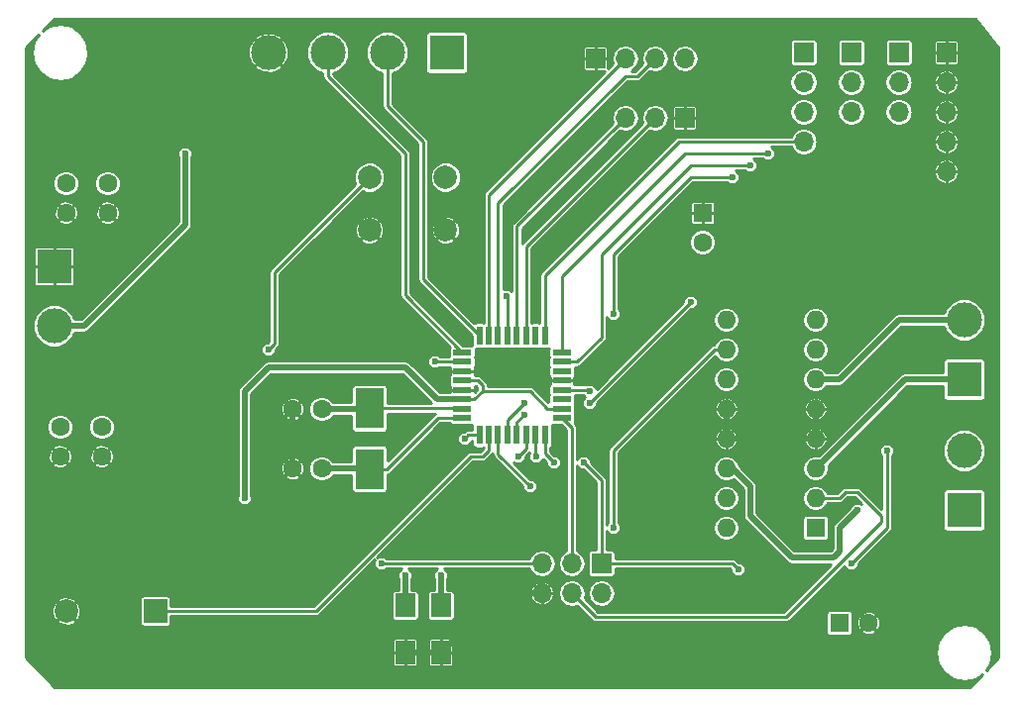
<source format=gbr>
G04 #@! TF.FileFunction,Copper,L1,Top,Signal*
%FSLAX46Y46*%
G04 Gerber Fmt 4.6, Leading zero omitted, Abs format (unit mm)*
G04 Created by KiCad (PCBNEW 4.0.7) date 06/25/19 19:36:15*
%MOMM*%
%LPD*%
G01*
G04 APERTURE LIST*
%ADD10C,0.100000*%
%ADD11C,3.000000*%
%ADD12R,3.000000X3.000000*%
%ADD13R,2.000000X2.000000*%
%ADD14C,2.000000*%
%ADD15C,1.600000*%
%ADD16R,1.600000X1.600000*%
%ADD17R,1.700000X2.000000*%
%ADD18R,1.700000X1.700000*%
%ADD19O,1.700000X1.700000*%
%ADD20R,1.600000X0.550000*%
%ADD21R,0.550000X1.600000*%
%ADD22O,1.600000X1.600000*%
%ADD23R,2.400000X3.500000*%
%ADD24C,0.600000*%
%ADD25C,0.250000*%
%ADD26C,0.500000*%
%ADD27C,0.254000*%
G04 APERTURE END LIST*
D10*
D11*
X134112000Y-80772000D03*
X129032000Y-80772000D03*
D12*
X139192000Y-80772000D03*
D11*
X123952000Y-80772000D03*
D13*
X114300000Y-128524000D03*
D14*
X106700000Y-128524000D03*
D15*
X106172000Y-112776000D03*
X106172000Y-115276000D03*
X109728000Y-112776000D03*
X109728000Y-115276000D03*
D16*
X172720000Y-129540000D03*
D15*
X175220000Y-129540000D03*
D16*
X161036000Y-94488000D03*
D15*
X161036000Y-96988000D03*
X128524000Y-111252000D03*
X126024000Y-111252000D03*
X106680000Y-91948000D03*
X106680000Y-94448000D03*
X110236000Y-91948000D03*
X110236000Y-94448000D03*
X128524000Y-116332000D03*
X126024000Y-116332000D03*
D17*
X135636000Y-132048000D03*
X135636000Y-128048000D03*
X138684000Y-132048000D03*
X138684000Y-128048000D03*
D12*
X105664000Y-99060000D03*
D11*
X105664000Y-104140000D03*
D18*
X169672000Y-80772000D03*
D19*
X169672000Y-83312000D03*
X169672000Y-85852000D03*
X169672000Y-88392000D03*
D18*
X177800000Y-80772000D03*
D19*
X177800000Y-83312000D03*
X177800000Y-85852000D03*
D18*
X173736000Y-80772000D03*
D19*
X173736000Y-83312000D03*
X173736000Y-85852000D03*
D18*
X181864000Y-80772000D03*
D19*
X181864000Y-83312000D03*
X181864000Y-85852000D03*
X181864000Y-88392000D03*
X181864000Y-90932000D03*
D12*
X183388000Y-108712000D03*
D11*
X183388000Y-103632000D03*
D12*
X183388000Y-119888000D03*
D11*
X183388000Y-114808000D03*
D18*
X152400000Y-124460000D03*
D19*
X152400000Y-127000000D03*
X149860000Y-124460000D03*
X149860000Y-127000000D03*
X147320000Y-124460000D03*
X147320000Y-127000000D03*
D18*
X151892000Y-81280000D03*
D19*
X154432000Y-81280000D03*
X156972000Y-81280000D03*
X159512000Y-81280000D03*
D18*
X159512000Y-86360000D03*
D19*
X156972000Y-86360000D03*
X154432000Y-86360000D03*
D14*
X132588000Y-95940000D03*
X132588000Y-91440000D03*
X139088000Y-95940000D03*
X139088000Y-91440000D03*
D20*
X140530000Y-106420000D03*
X140530000Y-107220000D03*
X140530000Y-108020000D03*
X140530000Y-108820000D03*
X140530000Y-109620000D03*
X140530000Y-110420000D03*
X140530000Y-111220000D03*
X140530000Y-112020000D03*
D21*
X141980000Y-113470000D03*
X142780000Y-113470000D03*
X143580000Y-113470000D03*
X144380000Y-113470000D03*
X145180000Y-113470000D03*
X145980000Y-113470000D03*
X146780000Y-113470000D03*
X147580000Y-113470000D03*
D20*
X149030000Y-112020000D03*
X149030000Y-111220000D03*
X149030000Y-110420000D03*
X149030000Y-109620000D03*
X149030000Y-108820000D03*
X149030000Y-108020000D03*
X149030000Y-107220000D03*
X149030000Y-106420000D03*
D21*
X147580000Y-104970000D03*
X146780000Y-104970000D03*
X145980000Y-104970000D03*
X145180000Y-104970000D03*
X144380000Y-104970000D03*
X143580000Y-104970000D03*
X142780000Y-104970000D03*
X141980000Y-104970000D03*
D16*
X170688000Y-121412000D03*
D22*
X163068000Y-103632000D03*
X170688000Y-118872000D03*
X163068000Y-106172000D03*
X170688000Y-116332000D03*
X163068000Y-108712000D03*
X170688000Y-113792000D03*
X163068000Y-111252000D03*
X170688000Y-111252000D03*
X163068000Y-113792000D03*
X170688000Y-108712000D03*
X163068000Y-116332000D03*
X170688000Y-106172000D03*
X163068000Y-118872000D03*
X170688000Y-103632000D03*
X163068000Y-121412000D03*
D23*
X132588000Y-111192000D03*
X132588000Y-116392000D03*
D24*
X116840000Y-89408000D03*
X121920000Y-118872000D03*
X151384000Y-109728000D03*
X135636000Y-125476000D03*
X138684000Y-125476000D03*
X163576000Y-91440000D03*
X153416000Y-103124000D03*
X145796000Y-110744000D03*
X165100000Y-90424000D03*
X166624000Y-89408000D03*
X174244000Y-119888000D03*
X164084000Y-124968000D03*
X173736000Y-124460000D03*
X176784000Y-114808000D03*
X148336000Y-115824000D03*
X150876000Y-115824000D03*
X153416000Y-121412000D03*
X146812000Y-115316000D03*
X123952000Y-106172000D03*
X133604000Y-124460000D03*
X144272000Y-101600000D03*
X138176000Y-107188000D03*
X140716000Y-113792000D03*
X146304000Y-117856000D03*
X145796000Y-111760000D03*
X160020000Y-102108000D03*
X151384000Y-110744000D03*
X145288000Y-115316000D03*
D25*
X114300000Y-128524000D02*
X128016000Y-128524000D01*
X142780000Y-114776000D02*
X142780000Y-113470000D01*
X142240000Y-115316000D02*
X142780000Y-114776000D01*
X141224000Y-115316000D02*
X142240000Y-115316000D01*
X128016000Y-128524000D02*
X141224000Y-115316000D01*
X149030000Y-108820000D02*
X144380000Y-108820000D01*
X143580000Y-108020000D02*
X140530000Y-108020000D01*
X144380000Y-108820000D02*
X143580000Y-108020000D01*
X140530000Y-108020000D02*
X138868000Y-108020000D01*
X139084000Y-109620000D02*
X140530000Y-109620000D01*
X138684000Y-109220000D02*
X139084000Y-109620000D01*
X138684000Y-108204000D02*
X138684000Y-109220000D01*
X138868000Y-108020000D02*
X138684000Y-108204000D01*
D26*
X143732000Y-127000000D02*
X147320000Y-127000000D01*
X138684000Y-132048000D02*
X143732000Y-127000000D01*
X135636000Y-132048000D02*
X138684000Y-132048000D01*
X163068000Y-113792000D02*
X170688000Y-113792000D01*
X163068000Y-111252000D02*
X163068000Y-113792000D01*
X170688000Y-111252000D02*
X170688000Y-113792000D01*
X126024000Y-111252000D02*
X126024000Y-116332000D01*
X105664000Y-104140000D02*
X108204000Y-104140000D01*
X108204000Y-104140000D02*
X116840000Y-95504000D01*
X116840000Y-95504000D02*
X116840000Y-89408000D01*
D25*
X149030000Y-111220000D02*
X147796000Y-111220000D01*
X146304000Y-109728000D02*
X142240000Y-109728000D01*
X147796000Y-111220000D02*
X146304000Y-109728000D01*
X140530000Y-108820000D02*
X141840000Y-108820000D01*
X141548000Y-110420000D02*
X140530000Y-110420000D01*
X142240000Y-109728000D02*
X141548000Y-110420000D01*
X142240000Y-109220000D02*
X142240000Y-109728000D01*
X141840000Y-108820000D02*
X142240000Y-109220000D01*
D26*
X138360000Y-110420000D02*
X140530000Y-110420000D01*
X135636000Y-107696000D02*
X138360000Y-110420000D01*
X123952000Y-107696000D02*
X135636000Y-107696000D01*
X121920000Y-109728000D02*
X123952000Y-107696000D01*
X121920000Y-118872000D02*
X121920000Y-109728000D01*
D25*
X151276000Y-109620000D02*
X149030000Y-109620000D01*
X151384000Y-109728000D02*
X151276000Y-109620000D01*
D26*
X128524000Y-111252000D02*
X132528000Y-111252000D01*
X132528000Y-111252000D02*
X132588000Y-111192000D01*
D25*
X132588000Y-111192000D02*
X140502000Y-111192000D01*
X140502000Y-111192000D02*
X140530000Y-111220000D01*
X132528000Y-111252000D02*
X132588000Y-111192000D01*
X132588000Y-116392000D02*
X134052000Y-116392000D01*
X134052000Y-116392000D02*
X138424000Y-112020000D01*
X138424000Y-112020000D02*
X140530000Y-112020000D01*
D26*
X128524000Y-116332000D02*
X132528000Y-116332000D01*
X132528000Y-116332000D02*
X132588000Y-116392000D01*
D25*
X132528000Y-116332000D02*
X132588000Y-116392000D01*
D26*
X135636000Y-125476000D02*
X135636000Y-128048000D01*
X138684000Y-128048000D02*
X138684000Y-125476000D01*
D25*
X144380000Y-113470000D02*
X144380000Y-112160000D01*
X160020000Y-91440000D02*
X163576000Y-91440000D01*
X153416000Y-98044000D02*
X160020000Y-91440000D01*
X153416000Y-103124000D02*
X153416000Y-98044000D01*
X144380000Y-112160000D02*
X145796000Y-110744000D01*
X149030000Y-107220000D02*
X150336000Y-107220000D01*
X160020000Y-90424000D02*
X165100000Y-90424000D01*
X152400000Y-98044000D02*
X160020000Y-90424000D01*
X152400000Y-105156000D02*
X152400000Y-98044000D01*
X150336000Y-107220000D02*
X152400000Y-105156000D01*
X149030000Y-106420000D02*
X149030000Y-99890000D01*
X159512000Y-89408000D02*
X166624000Y-89408000D01*
X149030000Y-99890000D02*
X159512000Y-89408000D01*
X147580000Y-104970000D02*
X147580000Y-99816000D01*
X159004000Y-88392000D02*
X169672000Y-88392000D01*
X147580000Y-99816000D02*
X159004000Y-88392000D01*
D26*
X183388000Y-108712000D02*
X178308000Y-108712000D01*
X178308000Y-108712000D02*
X170688000Y-116332000D01*
X183388000Y-103632000D02*
X177800000Y-103632000D01*
X172720000Y-108712000D02*
X170688000Y-108712000D01*
X177800000Y-103632000D02*
X172720000Y-108712000D01*
X165100000Y-117856000D02*
X163576000Y-116332000D01*
X165100000Y-120396000D02*
X165100000Y-117856000D01*
X168656000Y-123952000D02*
X165100000Y-120396000D01*
X172212000Y-123952000D02*
X168656000Y-123952000D01*
X172720000Y-123444000D02*
X172212000Y-123952000D01*
X172720000Y-121412000D02*
X172720000Y-123444000D01*
X174244000Y-119888000D02*
X172720000Y-121412000D01*
X163576000Y-116332000D02*
X163068000Y-116332000D01*
D25*
X134112000Y-80772000D02*
X134112000Y-85344000D01*
X137160000Y-100150000D02*
X141980000Y-104970000D01*
X137160000Y-88392000D02*
X137160000Y-100150000D01*
X134112000Y-85344000D02*
X137160000Y-88392000D01*
X129032000Y-80772000D02*
X129032000Y-82804000D01*
X135636000Y-101526000D02*
X140530000Y-106420000D01*
X135636000Y-89408000D02*
X135636000Y-101526000D01*
X129032000Y-82804000D02*
X135636000Y-89408000D01*
X163576000Y-124460000D02*
X152400000Y-124460000D01*
X164084000Y-124968000D02*
X163576000Y-124460000D01*
X176784000Y-121412000D02*
X173736000Y-124460000D01*
X176784000Y-114808000D02*
X176784000Y-121412000D01*
X152400000Y-124460000D02*
X152400000Y-117348000D01*
X147580000Y-115068000D02*
X147580000Y-113470000D01*
X148336000Y-115824000D02*
X147580000Y-115068000D01*
X152400000Y-117348000D02*
X150876000Y-115824000D01*
X163068000Y-106172000D02*
X162052000Y-106172000D01*
X153416000Y-114808000D02*
X153416000Y-121412000D01*
X162052000Y-106172000D02*
X153416000Y-114808000D01*
X149860000Y-124460000D02*
X149860000Y-112850000D01*
X149860000Y-112850000D02*
X149030000Y-112020000D01*
X170688000Y-118872000D02*
X172720000Y-118872000D01*
X151892000Y-129032000D02*
X149860000Y-127000000D01*
X168148000Y-129032000D02*
X151892000Y-129032000D01*
X176276000Y-120904000D02*
X168148000Y-129032000D01*
X176276000Y-120396000D02*
X176276000Y-120904000D01*
X174244000Y-118364000D02*
X176276000Y-120396000D01*
X173228000Y-118364000D02*
X174244000Y-118364000D01*
X172720000Y-118872000D02*
X173228000Y-118364000D01*
X146780000Y-115284000D02*
X146780000Y-113470000D01*
X146812000Y-115316000D02*
X146780000Y-115284000D01*
X147320000Y-124460000D02*
X133604000Y-124460000D01*
X124460000Y-99568000D02*
X132588000Y-91440000D01*
X124460000Y-105664000D02*
X124460000Y-99568000D01*
X123952000Y-106172000D02*
X124460000Y-105664000D01*
X144380000Y-104970000D02*
X144380000Y-101708000D01*
X144380000Y-101708000D02*
X144272000Y-101600000D01*
X142780000Y-104970000D02*
X142780000Y-92932000D01*
X142780000Y-92932000D02*
X154432000Y-81280000D01*
X143580000Y-104970000D02*
X143580000Y-93656000D01*
X155448000Y-82804000D02*
X156972000Y-81280000D01*
X154432000Y-82804000D02*
X155448000Y-82804000D01*
X143580000Y-93656000D02*
X154432000Y-82804000D01*
X145980000Y-104970000D02*
X145980000Y-97352000D01*
X145980000Y-97352000D02*
X156972000Y-86360000D01*
X145180000Y-104970000D02*
X145180000Y-95612000D01*
X145180000Y-95612000D02*
X154432000Y-86360000D01*
X138208000Y-107220000D02*
X140530000Y-107220000D01*
X138176000Y-107188000D02*
X138208000Y-107220000D01*
X141038000Y-113470000D02*
X141980000Y-113470000D01*
X140716000Y-113792000D02*
X141038000Y-113470000D01*
X143580000Y-115132000D02*
X143580000Y-113470000D01*
X146304000Y-117856000D02*
X143580000Y-115132000D01*
X145180000Y-113470000D02*
X145180000Y-112376000D01*
X145180000Y-112376000D02*
X145796000Y-111760000D01*
X160020000Y-102108000D02*
X151384000Y-110744000D01*
X145288000Y-115316000D02*
X145980000Y-114624000D01*
X145980000Y-114624000D02*
X145980000Y-113470000D01*
D27*
G36*
X186309000Y-80308549D02*
X186309000Y-132535394D01*
X185241601Y-133602793D01*
X185636723Y-133011451D01*
X185822000Y-132080000D01*
X185636723Y-131148549D01*
X185109098Y-130358902D01*
X184319451Y-129831277D01*
X183388000Y-129646000D01*
X182456549Y-129831277D01*
X181666902Y-130358902D01*
X181139277Y-131148549D01*
X180954000Y-132080000D01*
X181139277Y-133011451D01*
X181666902Y-133801098D01*
X182456549Y-134328723D01*
X183388000Y-134514000D01*
X184319451Y-134328723D01*
X184910793Y-133933601D01*
X183843394Y-135001000D01*
X105716606Y-135001000D01*
X103251000Y-132535394D01*
X103251000Y-132105250D01*
X134559000Y-132105250D01*
X134559000Y-133093153D01*
X134593559Y-133176585D01*
X134657415Y-133240441D01*
X134740847Y-133275000D01*
X135578750Y-133275000D01*
X135635500Y-133218250D01*
X135635500Y-132048500D01*
X135636500Y-132048500D01*
X135636500Y-133218250D01*
X135693250Y-133275000D01*
X136531153Y-133275000D01*
X136614585Y-133240441D01*
X136678441Y-133176585D01*
X136713000Y-133093153D01*
X136713000Y-132105250D01*
X137607000Y-132105250D01*
X137607000Y-133093153D01*
X137641559Y-133176585D01*
X137705415Y-133240441D01*
X137788847Y-133275000D01*
X138626750Y-133275000D01*
X138683500Y-133218250D01*
X138683500Y-132048500D01*
X138684500Y-132048500D01*
X138684500Y-133218250D01*
X138741250Y-133275000D01*
X139579153Y-133275000D01*
X139662585Y-133240441D01*
X139726441Y-133176585D01*
X139761000Y-133093153D01*
X139761000Y-132105250D01*
X139704250Y-132048500D01*
X138684500Y-132048500D01*
X138683500Y-132048500D01*
X137663750Y-132048500D01*
X137607000Y-132105250D01*
X136713000Y-132105250D01*
X136656250Y-132048500D01*
X135636500Y-132048500D01*
X135635500Y-132048500D01*
X134615750Y-132048500D01*
X134559000Y-132105250D01*
X103251000Y-132105250D01*
X103251000Y-131002847D01*
X134559000Y-131002847D01*
X134559000Y-131990750D01*
X134615750Y-132047500D01*
X135635500Y-132047500D01*
X135635500Y-130877750D01*
X135636500Y-130877750D01*
X135636500Y-132047500D01*
X136656250Y-132047500D01*
X136713000Y-131990750D01*
X136713000Y-131002847D01*
X137607000Y-131002847D01*
X137607000Y-131990750D01*
X137663750Y-132047500D01*
X138683500Y-132047500D01*
X138683500Y-130877750D01*
X138684500Y-130877750D01*
X138684500Y-132047500D01*
X139704250Y-132047500D01*
X139761000Y-131990750D01*
X139761000Y-131002847D01*
X139726441Y-130919415D01*
X139662585Y-130855559D01*
X139579153Y-130821000D01*
X138741250Y-130821000D01*
X138684500Y-130877750D01*
X138683500Y-130877750D01*
X138626750Y-130821000D01*
X137788847Y-130821000D01*
X137705415Y-130855559D01*
X137641559Y-130919415D01*
X137607000Y-131002847D01*
X136713000Y-131002847D01*
X136678441Y-130919415D01*
X136614585Y-130855559D01*
X136531153Y-130821000D01*
X135693250Y-130821000D01*
X135636500Y-130877750D01*
X135635500Y-130877750D01*
X135578750Y-130821000D01*
X134740847Y-130821000D01*
X134657415Y-130855559D01*
X134593559Y-130919415D01*
X134559000Y-131002847D01*
X103251000Y-131002847D01*
X103251000Y-129368843D01*
X105855864Y-129368843D01*
X105965063Y-129536404D01*
X106408437Y-129740588D01*
X106896198Y-129759557D01*
X107354091Y-129590425D01*
X107434937Y-129536404D01*
X107544136Y-129368843D01*
X106700000Y-128524707D01*
X105855864Y-129368843D01*
X103251000Y-129368843D01*
X103251000Y-128720198D01*
X105464443Y-128720198D01*
X105633575Y-129178091D01*
X105687596Y-129258937D01*
X105855157Y-129368136D01*
X106699293Y-128524000D01*
X106700707Y-128524000D01*
X107544843Y-129368136D01*
X107712404Y-129258937D01*
X107916588Y-128815563D01*
X107935557Y-128327802D01*
X107766425Y-127869909D01*
X107712404Y-127789063D01*
X107544843Y-127679864D01*
X106700707Y-128524000D01*
X106699293Y-128524000D01*
X105855157Y-127679864D01*
X105687596Y-127789063D01*
X105483412Y-128232437D01*
X105464443Y-128720198D01*
X103251000Y-128720198D01*
X103251000Y-127679157D01*
X105855864Y-127679157D01*
X106700000Y-128523293D01*
X107544136Y-127679157D01*
X107443021Y-127524000D01*
X112966594Y-127524000D01*
X112966594Y-129524000D01*
X112989395Y-129645179D01*
X113061012Y-129756474D01*
X113170286Y-129831138D01*
X113300000Y-129857406D01*
X115300000Y-129857406D01*
X115421179Y-129834605D01*
X115532474Y-129762988D01*
X115607138Y-129653714D01*
X115633406Y-129524000D01*
X115633406Y-128976000D01*
X128016000Y-128976000D01*
X128188973Y-128941594D01*
X128335612Y-128843612D01*
X133071281Y-124107943D01*
X132977109Y-124334735D01*
X132976891Y-124584171D01*
X133072145Y-124814703D01*
X133248369Y-124991235D01*
X133478735Y-125086891D01*
X133728171Y-125087109D01*
X133958703Y-124991855D01*
X134038698Y-124912000D01*
X135359094Y-124912000D01*
X135281297Y-124944145D01*
X135104765Y-125120369D01*
X135009109Y-125350735D01*
X135008891Y-125600171D01*
X135059000Y-125721444D01*
X135059000Y-126714594D01*
X134786000Y-126714594D01*
X134664821Y-126737395D01*
X134553526Y-126809012D01*
X134478862Y-126918286D01*
X134452594Y-127048000D01*
X134452594Y-129048000D01*
X134475395Y-129169179D01*
X134547012Y-129280474D01*
X134656286Y-129355138D01*
X134786000Y-129381406D01*
X136486000Y-129381406D01*
X136607179Y-129358605D01*
X136718474Y-129286988D01*
X136793138Y-129177714D01*
X136819406Y-129048000D01*
X136819406Y-127048000D01*
X136796605Y-126926821D01*
X136724988Y-126815526D01*
X136615714Y-126740862D01*
X136486000Y-126714594D01*
X136213000Y-126714594D01*
X136213000Y-125721416D01*
X136262891Y-125601265D01*
X136263109Y-125351829D01*
X136167855Y-125121297D01*
X135991631Y-124944765D01*
X135912724Y-124912000D01*
X138407094Y-124912000D01*
X138329297Y-124944145D01*
X138152765Y-125120369D01*
X138057109Y-125350735D01*
X138056891Y-125600171D01*
X138107000Y-125721444D01*
X138107000Y-126714594D01*
X137834000Y-126714594D01*
X137712821Y-126737395D01*
X137601526Y-126809012D01*
X137526862Y-126918286D01*
X137500594Y-127048000D01*
X137500594Y-129048000D01*
X137523395Y-129169179D01*
X137595012Y-129280474D01*
X137704286Y-129355138D01*
X137834000Y-129381406D01*
X139534000Y-129381406D01*
X139655179Y-129358605D01*
X139766474Y-129286988D01*
X139841138Y-129177714D01*
X139867406Y-129048000D01*
X139867406Y-127168974D01*
X146256338Y-127168974D01*
X146401968Y-127563157D01*
X146687360Y-127871605D01*
X147069066Y-128047359D01*
X147151026Y-128063662D01*
X147319500Y-128020250D01*
X147319500Y-127000500D01*
X147320500Y-127000500D01*
X147320500Y-128020250D01*
X147488974Y-128063662D01*
X147570934Y-128047359D01*
X147952640Y-127871605D01*
X148238032Y-127563157D01*
X148383662Y-127168974D01*
X148340250Y-127000500D01*
X147320500Y-127000500D01*
X147319500Y-127000500D01*
X146299750Y-127000500D01*
X146256338Y-127168974D01*
X139867406Y-127168974D01*
X139867406Y-127048000D01*
X139844605Y-126926821D01*
X139782963Y-126831026D01*
X146256338Y-126831026D01*
X146299750Y-126999500D01*
X147319500Y-126999500D01*
X147319500Y-125979750D01*
X147320500Y-125979750D01*
X147320500Y-126999500D01*
X148340250Y-126999500D01*
X148346062Y-126976941D01*
X148683000Y-126976941D01*
X148683000Y-127023059D01*
X148772594Y-127473477D01*
X149027735Y-127855324D01*
X149409582Y-128110465D01*
X149860000Y-128200059D01*
X150310418Y-128110465D01*
X150322900Y-128102124D01*
X151572388Y-129351612D01*
X151719027Y-129449594D01*
X151892000Y-129484000D01*
X168148000Y-129484000D01*
X168320973Y-129449594D01*
X168467612Y-129351612D01*
X169079224Y-128740000D01*
X171586594Y-128740000D01*
X171586594Y-130340000D01*
X171609395Y-130461179D01*
X171681012Y-130572474D01*
X171790286Y-130647138D01*
X171920000Y-130673406D01*
X173520000Y-130673406D01*
X173641179Y-130650605D01*
X173752474Y-130578988D01*
X173827138Y-130469714D01*
X173853406Y-130340000D01*
X173853406Y-130240651D01*
X174520056Y-130240651D01*
X174604923Y-130387432D01*
X174976041Y-130558304D01*
X175384300Y-130574150D01*
X175767545Y-130432555D01*
X175835077Y-130387432D01*
X175919944Y-130240651D01*
X175220000Y-129540707D01*
X174520056Y-130240651D01*
X173853406Y-130240651D01*
X173853406Y-129704300D01*
X174185850Y-129704300D01*
X174327445Y-130087545D01*
X174372568Y-130155077D01*
X174519349Y-130239944D01*
X175219293Y-129540000D01*
X175220707Y-129540000D01*
X175920651Y-130239944D01*
X176067432Y-130155077D01*
X176238304Y-129783959D01*
X176254150Y-129375700D01*
X176112555Y-128992455D01*
X176067432Y-128924923D01*
X175920651Y-128840056D01*
X175220707Y-129540000D01*
X175219293Y-129540000D01*
X174519349Y-128840056D01*
X174372568Y-128924923D01*
X174201696Y-129296041D01*
X174185850Y-129704300D01*
X173853406Y-129704300D01*
X173853406Y-128839349D01*
X174520056Y-128839349D01*
X175220000Y-129539293D01*
X175919944Y-128839349D01*
X175835077Y-128692568D01*
X175463959Y-128521696D01*
X175055700Y-128505850D01*
X174672455Y-128647445D01*
X174604923Y-128692568D01*
X174520056Y-128839349D01*
X173853406Y-128839349D01*
X173853406Y-128740000D01*
X173830605Y-128618821D01*
X173758988Y-128507526D01*
X173649714Y-128432862D01*
X173520000Y-128406594D01*
X171920000Y-128406594D01*
X171798821Y-128429395D01*
X171687526Y-128501012D01*
X171612862Y-128610286D01*
X171586594Y-128740000D01*
X169079224Y-128740000D01*
X173145779Y-124673445D01*
X173204145Y-124814703D01*
X173380369Y-124991235D01*
X173610735Y-125086891D01*
X173860171Y-125087109D01*
X174090703Y-124991855D01*
X174267235Y-124815631D01*
X174362891Y-124585265D01*
X174362990Y-124472234D01*
X177103612Y-121731612D01*
X177201594Y-121584973D01*
X177236000Y-121412000D01*
X177236000Y-118388000D01*
X181554594Y-118388000D01*
X181554594Y-121388000D01*
X181577395Y-121509179D01*
X181649012Y-121620474D01*
X181758286Y-121695138D01*
X181888000Y-121721406D01*
X184888000Y-121721406D01*
X185009179Y-121698605D01*
X185120474Y-121626988D01*
X185195138Y-121517714D01*
X185221406Y-121388000D01*
X185221406Y-118388000D01*
X185198605Y-118266821D01*
X185126988Y-118155526D01*
X185017714Y-118080862D01*
X184888000Y-118054594D01*
X181888000Y-118054594D01*
X181766821Y-118077395D01*
X181655526Y-118149012D01*
X181580862Y-118258286D01*
X181554594Y-118388000D01*
X177236000Y-118388000D01*
X177236000Y-115242728D01*
X177309037Y-115169818D01*
X181560684Y-115169818D01*
X181838242Y-115841560D01*
X182351736Y-116355952D01*
X183022993Y-116634682D01*
X183749818Y-116635316D01*
X184421560Y-116357758D01*
X184935952Y-115844264D01*
X185214682Y-115173007D01*
X185215316Y-114446182D01*
X184937758Y-113774440D01*
X184424264Y-113260048D01*
X183753007Y-112981318D01*
X183026182Y-112980684D01*
X182354440Y-113258242D01*
X181840048Y-113771736D01*
X181561318Y-114442993D01*
X181560684Y-115169818D01*
X177309037Y-115169818D01*
X177315235Y-115163631D01*
X177410891Y-114933265D01*
X177411109Y-114683829D01*
X177315855Y-114453297D01*
X177139631Y-114276765D01*
X176909265Y-114181109D01*
X176659829Y-114180891D01*
X176429297Y-114276145D01*
X176252765Y-114452369D01*
X176157109Y-114682735D01*
X176156891Y-114932171D01*
X176252145Y-115162703D01*
X176332000Y-115242698D01*
X176332000Y-119812776D01*
X174563612Y-118044388D01*
X174416973Y-117946406D01*
X174244000Y-117912000D01*
X173228000Y-117912000D01*
X173083724Y-117940698D01*
X173055026Y-117946406D01*
X172908387Y-118044388D01*
X172532776Y-118420000D01*
X171737449Y-118420000D01*
X171506988Y-118075091D01*
X171141363Y-117830788D01*
X170710079Y-117745000D01*
X170665921Y-117745000D01*
X170234637Y-117830788D01*
X169869012Y-118075091D01*
X169624709Y-118440716D01*
X169538921Y-118872000D01*
X169624709Y-119303284D01*
X169869012Y-119668909D01*
X170234637Y-119913212D01*
X170665921Y-119999000D01*
X170710079Y-119999000D01*
X171141363Y-119913212D01*
X171506988Y-119668909D01*
X171737449Y-119324000D01*
X172720000Y-119324000D01*
X172892973Y-119289594D01*
X173039612Y-119191612D01*
X173415225Y-118816000D01*
X174056776Y-118816000D01*
X174596057Y-119355281D01*
X174369265Y-119261109D01*
X174119829Y-119260891D01*
X173889297Y-119356145D01*
X173712765Y-119532369D01*
X173662445Y-119653554D01*
X172311999Y-121003999D01*
X172186922Y-121191192D01*
X172142999Y-121412000D01*
X172143000Y-121412005D01*
X172143000Y-123204999D01*
X171972998Y-123375000D01*
X168895001Y-123375000D01*
X166132002Y-120612000D01*
X169554594Y-120612000D01*
X169554594Y-122212000D01*
X169577395Y-122333179D01*
X169649012Y-122444474D01*
X169758286Y-122519138D01*
X169888000Y-122545406D01*
X171488000Y-122545406D01*
X171609179Y-122522605D01*
X171720474Y-122450988D01*
X171795138Y-122341714D01*
X171821406Y-122212000D01*
X171821406Y-120612000D01*
X171798605Y-120490821D01*
X171726988Y-120379526D01*
X171617714Y-120304862D01*
X171488000Y-120278594D01*
X169888000Y-120278594D01*
X169766821Y-120301395D01*
X169655526Y-120373012D01*
X169580862Y-120482286D01*
X169554594Y-120612000D01*
X166132002Y-120612000D01*
X165677000Y-120156998D01*
X165677000Y-117856000D01*
X165659017Y-117765594D01*
X165633078Y-117635191D01*
X165542993Y-117500369D01*
X165508001Y-117447999D01*
X165507998Y-117447997D01*
X164392002Y-116332000D01*
X169538921Y-116332000D01*
X169624709Y-116763284D01*
X169869012Y-117128909D01*
X170234637Y-117373212D01*
X170665921Y-117459000D01*
X170710079Y-117459000D01*
X171141363Y-117373212D01*
X171506988Y-117128909D01*
X171751291Y-116763284D01*
X171837079Y-116332000D01*
X171781818Y-116054184D01*
X178547001Y-109289000D01*
X181554594Y-109289000D01*
X181554594Y-110212000D01*
X181577395Y-110333179D01*
X181649012Y-110444474D01*
X181758286Y-110519138D01*
X181888000Y-110545406D01*
X184888000Y-110545406D01*
X185009179Y-110522605D01*
X185120474Y-110450988D01*
X185195138Y-110341714D01*
X185221406Y-110212000D01*
X185221406Y-107212000D01*
X185198605Y-107090821D01*
X185126988Y-106979526D01*
X185017714Y-106904862D01*
X184888000Y-106878594D01*
X181888000Y-106878594D01*
X181766821Y-106901395D01*
X181655526Y-106973012D01*
X181580862Y-107082286D01*
X181554594Y-107212000D01*
X181554594Y-108135000D01*
X178308000Y-108135000D01*
X178087192Y-108178922D01*
X177899999Y-108303999D01*
X177899997Y-108304002D01*
X170951063Y-115252935D01*
X170710079Y-115205000D01*
X170665921Y-115205000D01*
X170234637Y-115290788D01*
X169869012Y-115535091D01*
X169624709Y-115900716D01*
X169538921Y-116332000D01*
X164392002Y-116332000D01*
X164173645Y-116113643D01*
X164131291Y-115900716D01*
X163886988Y-115535091D01*
X163521363Y-115290788D01*
X163090079Y-115205000D01*
X163045921Y-115205000D01*
X162614637Y-115290788D01*
X162249012Y-115535091D01*
X162004709Y-115900716D01*
X161918921Y-116332000D01*
X162004709Y-116763284D01*
X162249012Y-117128909D01*
X162614637Y-117373212D01*
X163045921Y-117459000D01*
X163090079Y-117459000D01*
X163521363Y-117373212D01*
X163689119Y-117261121D01*
X164523000Y-118095001D01*
X164523000Y-120395995D01*
X164522999Y-120396000D01*
X164566922Y-120616808D01*
X164691999Y-120804001D01*
X168247997Y-124359998D01*
X168247999Y-124360001D01*
X168360213Y-124434979D01*
X168435191Y-124485078D01*
X168656000Y-124529000D01*
X172011776Y-124529000D01*
X167960776Y-128580000D01*
X152079224Y-128580000D01*
X150951603Y-127452379D01*
X151037000Y-127023059D01*
X151037000Y-126976941D01*
X151223000Y-126976941D01*
X151223000Y-127023059D01*
X151312594Y-127473477D01*
X151567735Y-127855324D01*
X151949582Y-128110465D01*
X152400000Y-128200059D01*
X152850418Y-128110465D01*
X153232265Y-127855324D01*
X153487406Y-127473477D01*
X153577000Y-127023059D01*
X153577000Y-126976941D01*
X153487406Y-126526523D01*
X153232265Y-126144676D01*
X152850418Y-125889535D01*
X152400000Y-125799941D01*
X151949582Y-125889535D01*
X151567735Y-126144676D01*
X151312594Y-126526523D01*
X151223000Y-126976941D01*
X151037000Y-126976941D01*
X150947406Y-126526523D01*
X150692265Y-126144676D01*
X150310418Y-125889535D01*
X149860000Y-125799941D01*
X149409582Y-125889535D01*
X149027735Y-126144676D01*
X148772594Y-126526523D01*
X148683000Y-126976941D01*
X148346062Y-126976941D01*
X148383662Y-126831026D01*
X148238032Y-126436843D01*
X147952640Y-126128395D01*
X147570934Y-125952641D01*
X147488974Y-125936338D01*
X147320500Y-125979750D01*
X147319500Y-125979750D01*
X147151026Y-125936338D01*
X147069066Y-125952641D01*
X146687360Y-126128395D01*
X146401968Y-126436843D01*
X146256338Y-126831026D01*
X139782963Y-126831026D01*
X139772988Y-126815526D01*
X139663714Y-126740862D01*
X139534000Y-126714594D01*
X139261000Y-126714594D01*
X139261000Y-125721416D01*
X139310891Y-125601265D01*
X139311109Y-125351829D01*
X139215855Y-125121297D01*
X139039631Y-124944765D01*
X138960724Y-124912000D01*
X146228322Y-124912000D01*
X146232594Y-124933477D01*
X146487735Y-125315324D01*
X146869582Y-125570465D01*
X147320000Y-125660059D01*
X147770418Y-125570465D01*
X148152265Y-125315324D01*
X148407406Y-124933477D01*
X148497000Y-124483059D01*
X148497000Y-124436941D01*
X148407406Y-123986523D01*
X148152265Y-123604676D01*
X147770418Y-123349535D01*
X147320000Y-123259941D01*
X146869582Y-123349535D01*
X146487735Y-123604676D01*
X146232594Y-123986523D01*
X146228322Y-124008000D01*
X134038728Y-124008000D01*
X133959631Y-123928765D01*
X133729265Y-123833109D01*
X133479829Y-123832891D01*
X133252334Y-123926890D01*
X141411224Y-115768000D01*
X142240000Y-115768000D01*
X142412973Y-115733594D01*
X142559612Y-115635612D01*
X143099612Y-115095612D01*
X143128000Y-115053127D01*
X143128000Y-115132000D01*
X143162406Y-115304973D01*
X143260388Y-115451612D01*
X145676989Y-117868213D01*
X145676891Y-117980171D01*
X145772145Y-118210703D01*
X145948369Y-118387235D01*
X146178735Y-118482891D01*
X146428171Y-118483109D01*
X146658703Y-118387855D01*
X146835235Y-118211631D01*
X146930891Y-117981265D01*
X146931109Y-117731829D01*
X146835855Y-117501297D01*
X146659631Y-117324765D01*
X146429265Y-117229109D01*
X146316234Y-117229010D01*
X144935943Y-115848719D01*
X145162735Y-115942891D01*
X145412171Y-115943109D01*
X145642703Y-115847855D01*
X145819235Y-115671631D01*
X145914891Y-115441265D01*
X145914990Y-115328234D01*
X146279281Y-114963943D01*
X146185109Y-115190735D01*
X146184891Y-115440171D01*
X146280145Y-115670703D01*
X146456369Y-115847235D01*
X146686735Y-115942891D01*
X146936171Y-115943109D01*
X147166703Y-115847855D01*
X147343235Y-115671631D01*
X147402260Y-115529484D01*
X147708989Y-115836213D01*
X147708891Y-115948171D01*
X147804145Y-116178703D01*
X147980369Y-116355235D01*
X148210735Y-116450891D01*
X148460171Y-116451109D01*
X148690703Y-116355855D01*
X148867235Y-116179631D01*
X148962891Y-115949265D01*
X148963109Y-115699829D01*
X148867855Y-115469297D01*
X148691631Y-115292765D01*
X148461265Y-115197109D01*
X148348235Y-115197010D01*
X148032000Y-114880776D01*
X148032000Y-114544685D01*
X148087474Y-114508988D01*
X148162138Y-114399714D01*
X148188406Y-114270000D01*
X148188406Y-112670000D01*
X148178622Y-112618002D01*
X148230000Y-112628406D01*
X148999182Y-112628406D01*
X149408000Y-113037224D01*
X149408000Y-123350592D01*
X149027735Y-123604676D01*
X148772594Y-123986523D01*
X148683000Y-124436941D01*
X148683000Y-124483059D01*
X148772594Y-124933477D01*
X149027735Y-125315324D01*
X149409582Y-125570465D01*
X149860000Y-125660059D01*
X150310418Y-125570465D01*
X150692265Y-125315324D01*
X150947406Y-124933477D01*
X151037000Y-124483059D01*
X151037000Y-124436941D01*
X150947406Y-123986523D01*
X150692265Y-123604676D01*
X150312000Y-123350592D01*
X150312000Y-116100906D01*
X150344145Y-116178703D01*
X150520369Y-116355235D01*
X150750735Y-116450891D01*
X150863766Y-116450990D01*
X151948000Y-117535225D01*
X151948000Y-123276594D01*
X151550000Y-123276594D01*
X151428821Y-123299395D01*
X151317526Y-123371012D01*
X151242862Y-123480286D01*
X151216594Y-123610000D01*
X151216594Y-125310000D01*
X151239395Y-125431179D01*
X151311012Y-125542474D01*
X151420286Y-125617138D01*
X151550000Y-125643406D01*
X153250000Y-125643406D01*
X153371179Y-125620605D01*
X153482474Y-125548988D01*
X153557138Y-125439714D01*
X153583406Y-125310000D01*
X153583406Y-124912000D01*
X163388776Y-124912000D01*
X163456989Y-124980213D01*
X163456891Y-125092171D01*
X163552145Y-125322703D01*
X163728369Y-125499235D01*
X163958735Y-125594891D01*
X164208171Y-125595109D01*
X164438703Y-125499855D01*
X164615235Y-125323631D01*
X164710891Y-125093265D01*
X164711109Y-124843829D01*
X164615855Y-124613297D01*
X164439631Y-124436765D01*
X164209265Y-124341109D01*
X164096235Y-124341010D01*
X163895612Y-124140388D01*
X163748973Y-124042406D01*
X163576000Y-124008000D01*
X153583406Y-124008000D01*
X153583406Y-123610000D01*
X153560605Y-123488821D01*
X153488988Y-123377526D01*
X153379714Y-123302862D01*
X153250000Y-123276594D01*
X152852000Y-123276594D01*
X152852000Y-121688906D01*
X152884145Y-121766703D01*
X153060369Y-121943235D01*
X153290735Y-122038891D01*
X153540171Y-122039109D01*
X153770703Y-121943855D01*
X153947235Y-121767631D01*
X154042891Y-121537265D01*
X154043000Y-121412000D01*
X161918921Y-121412000D01*
X162004709Y-121843284D01*
X162249012Y-122208909D01*
X162614637Y-122453212D01*
X163045921Y-122539000D01*
X163090079Y-122539000D01*
X163521363Y-122453212D01*
X163886988Y-122208909D01*
X164131291Y-121843284D01*
X164217079Y-121412000D01*
X164131291Y-120980716D01*
X163886988Y-120615091D01*
X163521363Y-120370788D01*
X163090079Y-120285000D01*
X163045921Y-120285000D01*
X162614637Y-120370788D01*
X162249012Y-120615091D01*
X162004709Y-120980716D01*
X161918921Y-121412000D01*
X154043000Y-121412000D01*
X154043109Y-121287829D01*
X153947855Y-121057297D01*
X153868000Y-120977302D01*
X153868000Y-118872000D01*
X161918921Y-118872000D01*
X162004709Y-119303284D01*
X162249012Y-119668909D01*
X162614637Y-119913212D01*
X163045921Y-119999000D01*
X163090079Y-119999000D01*
X163521363Y-119913212D01*
X163886988Y-119668909D01*
X164131291Y-119303284D01*
X164217079Y-118872000D01*
X164131291Y-118440716D01*
X163886988Y-118075091D01*
X163521363Y-117830788D01*
X163090079Y-117745000D01*
X163045921Y-117745000D01*
X162614637Y-117830788D01*
X162249012Y-118075091D01*
X162004709Y-118440716D01*
X161918921Y-118872000D01*
X153868000Y-118872000D01*
X153868000Y-114995224D01*
X154910072Y-113953152D01*
X162053722Y-113953152D01*
X162069260Y-114031262D01*
X162236846Y-114395251D01*
X162530968Y-114667400D01*
X162906848Y-114806278D01*
X163067500Y-114762250D01*
X163067500Y-113792500D01*
X163068500Y-113792500D01*
X163068500Y-114762250D01*
X163229152Y-114806278D01*
X163605032Y-114667400D01*
X163899154Y-114395251D01*
X164066740Y-114031262D01*
X164082278Y-113953152D01*
X169673722Y-113953152D01*
X169689260Y-114031262D01*
X169856846Y-114395251D01*
X170150968Y-114667400D01*
X170526848Y-114806278D01*
X170687500Y-114762250D01*
X170687500Y-113792500D01*
X170688500Y-113792500D01*
X170688500Y-114762250D01*
X170849152Y-114806278D01*
X171225032Y-114667400D01*
X171519154Y-114395251D01*
X171686740Y-114031262D01*
X171702278Y-113953152D01*
X171658250Y-113792500D01*
X170688500Y-113792500D01*
X170687500Y-113792500D01*
X169717750Y-113792500D01*
X169673722Y-113953152D01*
X164082278Y-113953152D01*
X164038250Y-113792500D01*
X163068500Y-113792500D01*
X163067500Y-113792500D01*
X162097750Y-113792500D01*
X162053722Y-113953152D01*
X154910072Y-113953152D01*
X155232376Y-113630848D01*
X162053722Y-113630848D01*
X162097750Y-113791500D01*
X163067500Y-113791500D01*
X163067500Y-112821750D01*
X163068500Y-112821750D01*
X163068500Y-113791500D01*
X164038250Y-113791500D01*
X164082278Y-113630848D01*
X169673722Y-113630848D01*
X169717750Y-113791500D01*
X170687500Y-113791500D01*
X170687500Y-112821750D01*
X170688500Y-112821750D01*
X170688500Y-113791500D01*
X171658250Y-113791500D01*
X171702278Y-113630848D01*
X171686740Y-113552738D01*
X171519154Y-113188749D01*
X171225032Y-112916600D01*
X170849152Y-112777722D01*
X170688500Y-112821750D01*
X170687500Y-112821750D01*
X170526848Y-112777722D01*
X170150968Y-112916600D01*
X169856846Y-113188749D01*
X169689260Y-113552738D01*
X169673722Y-113630848D01*
X164082278Y-113630848D01*
X164066740Y-113552738D01*
X163899154Y-113188749D01*
X163605032Y-112916600D01*
X163229152Y-112777722D01*
X163068500Y-112821750D01*
X163067500Y-112821750D01*
X162906848Y-112777722D01*
X162530968Y-112916600D01*
X162236846Y-113188749D01*
X162069260Y-113552738D01*
X162053722Y-113630848D01*
X155232376Y-113630848D01*
X157450072Y-111413152D01*
X162053722Y-111413152D01*
X162069260Y-111491262D01*
X162236846Y-111855251D01*
X162530968Y-112127400D01*
X162906848Y-112266278D01*
X163067500Y-112222250D01*
X163067500Y-111252500D01*
X163068500Y-111252500D01*
X163068500Y-112222250D01*
X163229152Y-112266278D01*
X163605032Y-112127400D01*
X163899154Y-111855251D01*
X164066740Y-111491262D01*
X164082278Y-111413152D01*
X169673722Y-111413152D01*
X169689260Y-111491262D01*
X169856846Y-111855251D01*
X170150968Y-112127400D01*
X170526848Y-112266278D01*
X170687500Y-112222250D01*
X170687500Y-111252500D01*
X170688500Y-111252500D01*
X170688500Y-112222250D01*
X170849152Y-112266278D01*
X171225032Y-112127400D01*
X171519154Y-111855251D01*
X171686740Y-111491262D01*
X171702278Y-111413152D01*
X171658250Y-111252500D01*
X170688500Y-111252500D01*
X170687500Y-111252500D01*
X169717750Y-111252500D01*
X169673722Y-111413152D01*
X164082278Y-111413152D01*
X164038250Y-111252500D01*
X163068500Y-111252500D01*
X163067500Y-111252500D01*
X162097750Y-111252500D01*
X162053722Y-111413152D01*
X157450072Y-111413152D01*
X157772376Y-111090848D01*
X162053722Y-111090848D01*
X162097750Y-111251500D01*
X163067500Y-111251500D01*
X163067500Y-110281750D01*
X163068500Y-110281750D01*
X163068500Y-111251500D01*
X164038250Y-111251500D01*
X164082278Y-111090848D01*
X169673722Y-111090848D01*
X169717750Y-111251500D01*
X170687500Y-111251500D01*
X170687500Y-110281750D01*
X170688500Y-110281750D01*
X170688500Y-111251500D01*
X171658250Y-111251500D01*
X171702278Y-111090848D01*
X171686740Y-111012738D01*
X171519154Y-110648749D01*
X171225032Y-110376600D01*
X170849152Y-110237722D01*
X170688500Y-110281750D01*
X170687500Y-110281750D01*
X170526848Y-110237722D01*
X170150968Y-110376600D01*
X169856846Y-110648749D01*
X169689260Y-111012738D01*
X169673722Y-111090848D01*
X164082278Y-111090848D01*
X164066740Y-111012738D01*
X163899154Y-110648749D01*
X163605032Y-110376600D01*
X163229152Y-110237722D01*
X163068500Y-110281750D01*
X163067500Y-110281750D01*
X162906848Y-110237722D01*
X162530968Y-110376600D01*
X162236846Y-110648749D01*
X162069260Y-111012738D01*
X162053722Y-111090848D01*
X157772376Y-111090848D01*
X160151224Y-108712000D01*
X161918921Y-108712000D01*
X162004709Y-109143284D01*
X162249012Y-109508909D01*
X162614637Y-109753212D01*
X163045921Y-109839000D01*
X163090079Y-109839000D01*
X163521363Y-109753212D01*
X163886988Y-109508909D01*
X164131291Y-109143284D01*
X164217079Y-108712000D01*
X169538921Y-108712000D01*
X169624709Y-109143284D01*
X169869012Y-109508909D01*
X170234637Y-109753212D01*
X170665921Y-109839000D01*
X170710079Y-109839000D01*
X171141363Y-109753212D01*
X171506988Y-109508909D01*
X171653927Y-109289000D01*
X172719995Y-109289000D01*
X172720000Y-109289001D01*
X172940808Y-109245078D01*
X173128001Y-109120001D01*
X178039002Y-104209000D01*
X181649595Y-104209000D01*
X181838242Y-104665560D01*
X182351736Y-105179952D01*
X183022993Y-105458682D01*
X183749818Y-105459316D01*
X184421560Y-105181758D01*
X184935952Y-104668264D01*
X185214682Y-103997007D01*
X185215316Y-103270182D01*
X184937758Y-102598440D01*
X184424264Y-102084048D01*
X183753007Y-101805318D01*
X183026182Y-101804684D01*
X182354440Y-102082242D01*
X181840048Y-102595736D01*
X181649345Y-103055000D01*
X177800005Y-103055000D01*
X177800000Y-103054999D01*
X177579192Y-103098922D01*
X177391999Y-103223999D01*
X172480998Y-108135000D01*
X171653927Y-108135000D01*
X171506988Y-107915091D01*
X171141363Y-107670788D01*
X170710079Y-107585000D01*
X170665921Y-107585000D01*
X170234637Y-107670788D01*
X169869012Y-107915091D01*
X169624709Y-108280716D01*
X169538921Y-108712000D01*
X164217079Y-108712000D01*
X164131291Y-108280716D01*
X163886988Y-107915091D01*
X163521363Y-107670788D01*
X163090079Y-107585000D01*
X163045921Y-107585000D01*
X162614637Y-107670788D01*
X162249012Y-107915091D01*
X162004709Y-108280716D01*
X161918921Y-108712000D01*
X160151224Y-108712000D01*
X162106940Y-106756284D01*
X162249012Y-106968909D01*
X162614637Y-107213212D01*
X163045921Y-107299000D01*
X163090079Y-107299000D01*
X163521363Y-107213212D01*
X163886988Y-106968909D01*
X164131291Y-106603284D01*
X164217079Y-106172000D01*
X169538921Y-106172000D01*
X169624709Y-106603284D01*
X169869012Y-106968909D01*
X170234637Y-107213212D01*
X170665921Y-107299000D01*
X170710079Y-107299000D01*
X171141363Y-107213212D01*
X171506988Y-106968909D01*
X171751291Y-106603284D01*
X171837079Y-106172000D01*
X171751291Y-105740716D01*
X171506988Y-105375091D01*
X171141363Y-105130788D01*
X170710079Y-105045000D01*
X170665921Y-105045000D01*
X170234637Y-105130788D01*
X169869012Y-105375091D01*
X169624709Y-105740716D01*
X169538921Y-106172000D01*
X164217079Y-106172000D01*
X164131291Y-105740716D01*
X163886988Y-105375091D01*
X163521363Y-105130788D01*
X163090079Y-105045000D01*
X163045921Y-105045000D01*
X162614637Y-105130788D01*
X162249012Y-105375091D01*
X162013424Y-105727673D01*
X161879027Y-105754406D01*
X161732388Y-105852388D01*
X153096388Y-114488388D01*
X152998406Y-114635027D01*
X152964000Y-114808000D01*
X152964000Y-120977272D01*
X152884765Y-121056369D01*
X152852000Y-121135276D01*
X152852000Y-117348000D01*
X152817594Y-117175027D01*
X152786779Y-117128909D01*
X152719612Y-117028387D01*
X151503011Y-115811787D01*
X151503109Y-115699829D01*
X151407855Y-115469297D01*
X151231631Y-115292765D01*
X151001265Y-115197109D01*
X150751829Y-115196891D01*
X150521297Y-115292145D01*
X150344765Y-115468369D01*
X150312000Y-115547276D01*
X150312000Y-112850000D01*
X150277594Y-112677027D01*
X150179612Y-112530388D01*
X150111484Y-112462260D01*
X150137138Y-112424714D01*
X150163406Y-112295000D01*
X150163406Y-111745000D01*
X150140605Y-111623821D01*
X150138105Y-111619937D01*
X150163406Y-111495000D01*
X150163406Y-110945000D01*
X150140605Y-110823821D01*
X150138105Y-110819937D01*
X150163406Y-110695000D01*
X150163406Y-110145000D01*
X150149670Y-110072000D01*
X150847723Y-110072000D01*
X150852145Y-110082703D01*
X151005287Y-110236113D01*
X150852765Y-110388369D01*
X150757109Y-110618735D01*
X150756891Y-110868171D01*
X150852145Y-111098703D01*
X151028369Y-111275235D01*
X151258735Y-111370891D01*
X151508171Y-111371109D01*
X151738703Y-111275855D01*
X151915235Y-111099631D01*
X152010891Y-110869265D01*
X152010990Y-110756234D01*
X159135224Y-103632000D01*
X161918921Y-103632000D01*
X162004709Y-104063284D01*
X162249012Y-104428909D01*
X162614637Y-104673212D01*
X163045921Y-104759000D01*
X163090079Y-104759000D01*
X163521363Y-104673212D01*
X163886988Y-104428909D01*
X164131291Y-104063284D01*
X164217079Y-103632000D01*
X169538921Y-103632000D01*
X169624709Y-104063284D01*
X169869012Y-104428909D01*
X170234637Y-104673212D01*
X170665921Y-104759000D01*
X170710079Y-104759000D01*
X171141363Y-104673212D01*
X171506988Y-104428909D01*
X171751291Y-104063284D01*
X171837079Y-103632000D01*
X171751291Y-103200716D01*
X171506988Y-102835091D01*
X171141363Y-102590788D01*
X170710079Y-102505000D01*
X170665921Y-102505000D01*
X170234637Y-102590788D01*
X169869012Y-102835091D01*
X169624709Y-103200716D01*
X169538921Y-103632000D01*
X164217079Y-103632000D01*
X164131291Y-103200716D01*
X163886988Y-102835091D01*
X163521363Y-102590788D01*
X163090079Y-102505000D01*
X163045921Y-102505000D01*
X162614637Y-102590788D01*
X162249012Y-102835091D01*
X162004709Y-103200716D01*
X161918921Y-103632000D01*
X159135224Y-103632000D01*
X160032213Y-102735011D01*
X160144171Y-102735109D01*
X160374703Y-102639855D01*
X160551235Y-102463631D01*
X160646891Y-102233265D01*
X160647109Y-101983829D01*
X160551855Y-101753297D01*
X160375631Y-101576765D01*
X160145265Y-101481109D01*
X159895829Y-101480891D01*
X159665297Y-101576145D01*
X159488765Y-101752369D01*
X159393109Y-101982735D01*
X159393010Y-102095766D01*
X151974221Y-109514555D01*
X151915855Y-109373297D01*
X151739631Y-109196765D01*
X151509265Y-109101109D01*
X151259829Y-109100891D01*
X151097413Y-109168000D01*
X150104685Y-109168000D01*
X150068988Y-109112526D01*
X150057000Y-109104335D01*
X150057000Y-108877250D01*
X150000250Y-108820500D01*
X149030500Y-108820500D01*
X149030500Y-108840500D01*
X149029500Y-108840500D01*
X149029500Y-108820500D01*
X148059750Y-108820500D01*
X148003000Y-108877250D01*
X148003000Y-109102490D01*
X147997526Y-109106012D01*
X147922862Y-109215286D01*
X147896594Y-109345000D01*
X147896594Y-109895000D01*
X147919395Y-110016179D01*
X147921895Y-110020063D01*
X147896594Y-110145000D01*
X147896594Y-110681369D01*
X146623612Y-109408388D01*
X146476973Y-109310406D01*
X146304000Y-109276000D01*
X142692000Y-109276000D01*
X142692000Y-109220000D01*
X142657594Y-109047027D01*
X142651470Y-109037862D01*
X142559612Y-108900387D01*
X142159612Y-108500388D01*
X142012973Y-108402406D01*
X141840000Y-108368000D01*
X141604685Y-108368000D01*
X141568988Y-108312526D01*
X141557000Y-108304335D01*
X141557000Y-108077250D01*
X141500250Y-108020500D01*
X140530500Y-108020500D01*
X140530500Y-108040500D01*
X140529500Y-108040500D01*
X140529500Y-108020500D01*
X139559750Y-108020500D01*
X139503000Y-108077250D01*
X139503000Y-108302490D01*
X139497526Y-108306012D01*
X139422862Y-108415286D01*
X139396594Y-108545000D01*
X139396594Y-109095000D01*
X139419395Y-109216179D01*
X139491012Y-109327474D01*
X139503000Y-109335665D01*
X139503000Y-109562750D01*
X139559750Y-109619500D01*
X140529500Y-109619500D01*
X140529500Y-109599500D01*
X140530500Y-109599500D01*
X140530500Y-109619500D01*
X141500250Y-109619500D01*
X141557000Y-109562750D01*
X141557000Y-109337510D01*
X141562474Y-109333988D01*
X141604829Y-109272000D01*
X141652776Y-109272000D01*
X141788000Y-109407225D01*
X141788000Y-109540776D01*
X141557000Y-109771776D01*
X141557000Y-109677250D01*
X141500250Y-109620500D01*
X140530500Y-109620500D01*
X140530500Y-109640500D01*
X140529500Y-109640500D01*
X140529500Y-109620500D01*
X139559750Y-109620500D01*
X139503000Y-109677250D01*
X139503000Y-109843000D01*
X138599001Y-109843000D01*
X136044001Y-107287999D01*
X135856808Y-107162922D01*
X135636000Y-107118999D01*
X135635995Y-107119000D01*
X123952005Y-107119000D01*
X123952000Y-107118999D01*
X123731192Y-107162922D01*
X123543999Y-107287999D01*
X121511999Y-109319999D01*
X121386922Y-109507192D01*
X121342999Y-109728000D01*
X121343000Y-109728005D01*
X121343000Y-118626584D01*
X121293109Y-118746735D01*
X121292891Y-118996171D01*
X121388145Y-119226703D01*
X121564369Y-119403235D01*
X121794735Y-119498891D01*
X122044171Y-119499109D01*
X122274703Y-119403855D01*
X122451235Y-119227631D01*
X122546891Y-118997265D01*
X122547109Y-118747829D01*
X122497000Y-118626556D01*
X122497000Y-117032651D01*
X125324056Y-117032651D01*
X125408923Y-117179432D01*
X125780041Y-117350304D01*
X126188300Y-117366150D01*
X126571545Y-117224555D01*
X126639077Y-117179432D01*
X126723944Y-117032651D01*
X126024000Y-116332707D01*
X125324056Y-117032651D01*
X122497000Y-117032651D01*
X122497000Y-116496300D01*
X124989850Y-116496300D01*
X125131445Y-116879545D01*
X125176568Y-116947077D01*
X125323349Y-117031944D01*
X126023293Y-116332000D01*
X126024707Y-116332000D01*
X126724651Y-117031944D01*
X126871432Y-116947077D01*
X127042304Y-116575959D01*
X127058150Y-116167700D01*
X126916555Y-115784455D01*
X126871432Y-115716923D01*
X126724651Y-115632056D01*
X126024707Y-116332000D01*
X126023293Y-116332000D01*
X125323349Y-115632056D01*
X125176568Y-115716923D01*
X125005696Y-116088041D01*
X124989850Y-116496300D01*
X122497000Y-116496300D01*
X122497000Y-115631349D01*
X125324056Y-115631349D01*
X126024000Y-116331293D01*
X126723944Y-115631349D01*
X126639077Y-115484568D01*
X126267959Y-115313696D01*
X125859700Y-115297850D01*
X125476455Y-115439445D01*
X125408923Y-115484568D01*
X125324056Y-115631349D01*
X122497000Y-115631349D01*
X122497000Y-111952651D01*
X125324056Y-111952651D01*
X125408923Y-112099432D01*
X125780041Y-112270304D01*
X126188300Y-112286150D01*
X126571545Y-112144555D01*
X126639077Y-112099432D01*
X126723944Y-111952651D01*
X126024000Y-111252707D01*
X125324056Y-111952651D01*
X122497000Y-111952651D01*
X122497000Y-111416300D01*
X124989850Y-111416300D01*
X125131445Y-111799545D01*
X125176568Y-111867077D01*
X125323349Y-111951944D01*
X126023293Y-111252000D01*
X126024707Y-111252000D01*
X126724651Y-111951944D01*
X126871432Y-111867077D01*
X127042304Y-111495959D01*
X127058150Y-111087700D01*
X126916555Y-110704455D01*
X126871432Y-110636923D01*
X126724651Y-110552056D01*
X126024707Y-111252000D01*
X126023293Y-111252000D01*
X125323349Y-110552056D01*
X125176568Y-110636923D01*
X125005696Y-111008041D01*
X124989850Y-111416300D01*
X122497000Y-111416300D01*
X122497000Y-110551349D01*
X125324056Y-110551349D01*
X126024000Y-111251293D01*
X126723944Y-110551349D01*
X126639077Y-110404568D01*
X126267959Y-110233696D01*
X125859700Y-110217850D01*
X125476455Y-110359445D01*
X125408923Y-110404568D01*
X125324056Y-110551349D01*
X122497000Y-110551349D01*
X122497000Y-109967002D01*
X124191002Y-108273000D01*
X135396998Y-108273000D01*
X137863999Y-110740000D01*
X134121406Y-110740000D01*
X134121406Y-109442000D01*
X134098605Y-109320821D01*
X134026988Y-109209526D01*
X133917714Y-109134862D01*
X133788000Y-109108594D01*
X131388000Y-109108594D01*
X131266821Y-109131395D01*
X131155526Y-109203012D01*
X131080862Y-109312286D01*
X131054594Y-109442000D01*
X131054594Y-110675000D01*
X129505004Y-110675000D01*
X129479981Y-110614440D01*
X129163228Y-110297133D01*
X128749158Y-110125196D01*
X128300809Y-110124805D01*
X127886440Y-110296019D01*
X127569133Y-110612772D01*
X127397196Y-111026842D01*
X127396805Y-111475191D01*
X127568019Y-111889560D01*
X127884772Y-112206867D01*
X128298842Y-112378804D01*
X128747191Y-112379195D01*
X129161560Y-112207981D01*
X129478867Y-111891228D01*
X129504706Y-111829000D01*
X131054594Y-111829000D01*
X131054594Y-112942000D01*
X131077395Y-113063179D01*
X131149012Y-113174474D01*
X131258286Y-113249138D01*
X131388000Y-113275406D01*
X133788000Y-113275406D01*
X133909179Y-113252605D01*
X134020474Y-113180988D01*
X134095138Y-113071714D01*
X134121406Y-112942000D01*
X134121406Y-111644000D01*
X138188778Y-111644000D01*
X138104388Y-111700388D01*
X134121406Y-115683370D01*
X134121406Y-114642000D01*
X134098605Y-114520821D01*
X134026988Y-114409526D01*
X133917714Y-114334862D01*
X133788000Y-114308594D01*
X131388000Y-114308594D01*
X131266821Y-114331395D01*
X131155526Y-114403012D01*
X131080862Y-114512286D01*
X131054594Y-114642000D01*
X131054594Y-115755000D01*
X129505004Y-115755000D01*
X129479981Y-115694440D01*
X129163228Y-115377133D01*
X128749158Y-115205196D01*
X128300809Y-115204805D01*
X127886440Y-115376019D01*
X127569133Y-115692772D01*
X127397196Y-116106842D01*
X127396805Y-116555191D01*
X127568019Y-116969560D01*
X127884772Y-117286867D01*
X128298842Y-117458804D01*
X128747191Y-117459195D01*
X129161560Y-117287981D01*
X129478867Y-116971228D01*
X129504706Y-116909000D01*
X131054594Y-116909000D01*
X131054594Y-118142000D01*
X131077395Y-118263179D01*
X131149012Y-118374474D01*
X131258286Y-118449138D01*
X131388000Y-118475406D01*
X133788000Y-118475406D01*
X133909179Y-118452605D01*
X134020474Y-118380988D01*
X134095138Y-118271714D01*
X134121406Y-118142000D01*
X134121406Y-116830194D01*
X134224973Y-116809594D01*
X134371612Y-116711612D01*
X138611224Y-112472000D01*
X139455315Y-112472000D01*
X139491012Y-112527474D01*
X139600286Y-112602138D01*
X139730000Y-112628406D01*
X141330000Y-112628406D01*
X141381998Y-112618622D01*
X141371594Y-112670000D01*
X141371594Y-113018000D01*
X141038000Y-113018000D01*
X140865027Y-113052406D01*
X140718388Y-113150388D01*
X140703787Y-113164989D01*
X140591829Y-113164891D01*
X140361297Y-113260145D01*
X140184765Y-113436369D01*
X140089109Y-113666735D01*
X140088891Y-113916171D01*
X140184145Y-114146703D01*
X140360369Y-114323235D01*
X140590735Y-114418891D01*
X140840171Y-114419109D01*
X141070703Y-114323855D01*
X141247235Y-114147631D01*
X141340925Y-113922000D01*
X141371594Y-113922000D01*
X141371594Y-114270000D01*
X141394395Y-114391179D01*
X141466012Y-114502474D01*
X141575286Y-114577138D01*
X141705000Y-114603406D01*
X142255000Y-114603406D01*
X142326898Y-114589878D01*
X142052776Y-114864000D01*
X141224000Y-114864000D01*
X141051027Y-114898406D01*
X140904388Y-114996388D01*
X127828776Y-128072000D01*
X115633406Y-128072000D01*
X115633406Y-127524000D01*
X115610605Y-127402821D01*
X115538988Y-127291526D01*
X115429714Y-127216862D01*
X115300000Y-127190594D01*
X113300000Y-127190594D01*
X113178821Y-127213395D01*
X113067526Y-127285012D01*
X112992862Y-127394286D01*
X112966594Y-127524000D01*
X107443021Y-127524000D01*
X107434937Y-127511596D01*
X106991563Y-127307412D01*
X106503802Y-127288443D01*
X106045909Y-127457575D01*
X105965063Y-127511596D01*
X105855864Y-127679157D01*
X103251000Y-127679157D01*
X103251000Y-115976651D01*
X105472056Y-115976651D01*
X105556923Y-116123432D01*
X105928041Y-116294304D01*
X106336300Y-116310150D01*
X106719545Y-116168555D01*
X106787077Y-116123432D01*
X106871944Y-115976651D01*
X109028056Y-115976651D01*
X109112923Y-116123432D01*
X109484041Y-116294304D01*
X109892300Y-116310150D01*
X110275545Y-116168555D01*
X110343077Y-116123432D01*
X110427944Y-115976651D01*
X109728000Y-115276707D01*
X109028056Y-115976651D01*
X106871944Y-115976651D01*
X106172000Y-115276707D01*
X105472056Y-115976651D01*
X103251000Y-115976651D01*
X103251000Y-115440300D01*
X105137850Y-115440300D01*
X105279445Y-115823545D01*
X105324568Y-115891077D01*
X105471349Y-115975944D01*
X106171293Y-115276000D01*
X106172707Y-115276000D01*
X106872651Y-115975944D01*
X107019432Y-115891077D01*
X107190304Y-115519959D01*
X107193395Y-115440300D01*
X108693850Y-115440300D01*
X108835445Y-115823545D01*
X108880568Y-115891077D01*
X109027349Y-115975944D01*
X109727293Y-115276000D01*
X109728707Y-115276000D01*
X110428651Y-115975944D01*
X110575432Y-115891077D01*
X110746304Y-115519959D01*
X110762150Y-115111700D01*
X110620555Y-114728455D01*
X110575432Y-114660923D01*
X110428651Y-114576056D01*
X109728707Y-115276000D01*
X109727293Y-115276000D01*
X109027349Y-114576056D01*
X108880568Y-114660923D01*
X108709696Y-115032041D01*
X108693850Y-115440300D01*
X107193395Y-115440300D01*
X107206150Y-115111700D01*
X107064555Y-114728455D01*
X107019432Y-114660923D01*
X106872651Y-114576056D01*
X106172707Y-115276000D01*
X106171293Y-115276000D01*
X105471349Y-114576056D01*
X105324568Y-114660923D01*
X105153696Y-115032041D01*
X105137850Y-115440300D01*
X103251000Y-115440300D01*
X103251000Y-114575349D01*
X105472056Y-114575349D01*
X106172000Y-115275293D01*
X106871944Y-114575349D01*
X109028056Y-114575349D01*
X109728000Y-115275293D01*
X110427944Y-114575349D01*
X110343077Y-114428568D01*
X109971959Y-114257696D01*
X109563700Y-114241850D01*
X109180455Y-114383445D01*
X109112923Y-114428568D01*
X109028056Y-114575349D01*
X106871944Y-114575349D01*
X106787077Y-114428568D01*
X106415959Y-114257696D01*
X106007700Y-114241850D01*
X105624455Y-114383445D01*
X105556923Y-114428568D01*
X105472056Y-114575349D01*
X103251000Y-114575349D01*
X103251000Y-112999191D01*
X105044805Y-112999191D01*
X105216019Y-113413560D01*
X105532772Y-113730867D01*
X105946842Y-113902804D01*
X106395191Y-113903195D01*
X106809560Y-113731981D01*
X107126867Y-113415228D01*
X107298804Y-113001158D01*
X107298805Y-112999191D01*
X108600805Y-112999191D01*
X108772019Y-113413560D01*
X109088772Y-113730867D01*
X109502842Y-113902804D01*
X109951191Y-113903195D01*
X110365560Y-113731981D01*
X110682867Y-113415228D01*
X110854804Y-113001158D01*
X110855195Y-112552809D01*
X110683981Y-112138440D01*
X110367228Y-111821133D01*
X109953158Y-111649196D01*
X109504809Y-111648805D01*
X109090440Y-111820019D01*
X108773133Y-112136772D01*
X108601196Y-112550842D01*
X108600805Y-112999191D01*
X107298805Y-112999191D01*
X107299195Y-112552809D01*
X107127981Y-112138440D01*
X106811228Y-111821133D01*
X106397158Y-111649196D01*
X105948809Y-111648805D01*
X105534440Y-111820019D01*
X105217133Y-112136772D01*
X105045196Y-112550842D01*
X105044805Y-112999191D01*
X103251000Y-112999191D01*
X103251000Y-106296171D01*
X123324891Y-106296171D01*
X123420145Y-106526703D01*
X123596369Y-106703235D01*
X123826735Y-106798891D01*
X124076171Y-106799109D01*
X124306703Y-106703855D01*
X124483235Y-106527631D01*
X124578891Y-106297265D01*
X124578990Y-106184235D01*
X124779612Y-105983613D01*
X124877594Y-105836974D01*
X124883302Y-105808276D01*
X124912000Y-105664000D01*
X124912000Y-99755224D01*
X127882381Y-96784843D01*
X131743864Y-96784843D01*
X131853063Y-96952404D01*
X132296437Y-97156588D01*
X132784198Y-97175557D01*
X133242091Y-97006425D01*
X133322937Y-96952404D01*
X133432136Y-96784843D01*
X132588000Y-95940707D01*
X131743864Y-96784843D01*
X127882381Y-96784843D01*
X128531026Y-96136198D01*
X131352443Y-96136198D01*
X131521575Y-96594091D01*
X131575596Y-96674937D01*
X131743157Y-96784136D01*
X132587293Y-95940000D01*
X132588707Y-95940000D01*
X133432843Y-96784136D01*
X133600404Y-96674937D01*
X133804588Y-96231563D01*
X133823557Y-95743802D01*
X133654425Y-95285909D01*
X133600404Y-95205063D01*
X133432843Y-95095864D01*
X132588707Y-95940000D01*
X132587293Y-95940000D01*
X131743157Y-95095864D01*
X131575596Y-95205063D01*
X131371412Y-95648437D01*
X131352443Y-96136198D01*
X128531026Y-96136198D01*
X129572067Y-95095157D01*
X131743864Y-95095157D01*
X132588000Y-95939293D01*
X133432136Y-95095157D01*
X133322937Y-94927596D01*
X132879563Y-94723412D01*
X132391802Y-94704443D01*
X131933909Y-94873575D01*
X131853063Y-94927596D01*
X131743864Y-95095157D01*
X129572067Y-95095157D01*
X132024398Y-92642826D01*
X132322885Y-92766769D01*
X132850798Y-92767229D01*
X133338703Y-92565631D01*
X133712319Y-92192666D01*
X133914769Y-91705115D01*
X133915229Y-91177202D01*
X133713631Y-90689297D01*
X133340666Y-90315681D01*
X132853115Y-90113231D01*
X132325202Y-90112771D01*
X131837297Y-90314369D01*
X131463681Y-90687334D01*
X131261231Y-91174885D01*
X131260771Y-91702798D01*
X131385094Y-92003682D01*
X124140388Y-99248388D01*
X124042406Y-99395027D01*
X124008000Y-99568000D01*
X124008000Y-105476775D01*
X123939787Y-105544989D01*
X123827829Y-105544891D01*
X123597297Y-105640145D01*
X123420765Y-105816369D01*
X123325109Y-106046735D01*
X123324891Y-106296171D01*
X103251000Y-106296171D01*
X103251000Y-104501818D01*
X103836684Y-104501818D01*
X104114242Y-105173560D01*
X104627736Y-105687952D01*
X105298993Y-105966682D01*
X106025818Y-105967316D01*
X106697560Y-105689758D01*
X107211952Y-105176264D01*
X107402655Y-104717000D01*
X108203995Y-104717000D01*
X108204000Y-104717001D01*
X108424808Y-104673078D01*
X108612001Y-104548001D01*
X117247998Y-95912003D01*
X117248001Y-95912001D01*
X117373078Y-95724808D01*
X117417000Y-95504000D01*
X117417000Y-89653416D01*
X117466891Y-89533265D01*
X117467109Y-89283829D01*
X117371855Y-89053297D01*
X117195631Y-88876765D01*
X116965265Y-88781109D01*
X116715829Y-88780891D01*
X116485297Y-88876145D01*
X116308765Y-89052369D01*
X116213109Y-89282735D01*
X116212891Y-89532171D01*
X116263000Y-89653444D01*
X116263000Y-95264999D01*
X107964998Y-103563000D01*
X107402405Y-103563000D01*
X107213758Y-103106440D01*
X106700264Y-102592048D01*
X106029007Y-102313318D01*
X105302182Y-102312684D01*
X104630440Y-102590242D01*
X104116048Y-103103736D01*
X103837318Y-103774993D01*
X103836684Y-104501818D01*
X103251000Y-104501818D01*
X103251000Y-99117250D01*
X103937000Y-99117250D01*
X103937000Y-100605153D01*
X103971559Y-100688585D01*
X104035415Y-100752441D01*
X104118847Y-100787000D01*
X105606750Y-100787000D01*
X105663500Y-100730250D01*
X105663500Y-99060500D01*
X105664500Y-99060500D01*
X105664500Y-100730250D01*
X105721250Y-100787000D01*
X107209153Y-100787000D01*
X107292585Y-100752441D01*
X107356441Y-100688585D01*
X107391000Y-100605153D01*
X107391000Y-99117250D01*
X107334250Y-99060500D01*
X105664500Y-99060500D01*
X105663500Y-99060500D01*
X103993750Y-99060500D01*
X103937000Y-99117250D01*
X103251000Y-99117250D01*
X103251000Y-97514847D01*
X103937000Y-97514847D01*
X103937000Y-99002750D01*
X103993750Y-99059500D01*
X105663500Y-99059500D01*
X105663500Y-97389750D01*
X105664500Y-97389750D01*
X105664500Y-99059500D01*
X107334250Y-99059500D01*
X107391000Y-99002750D01*
X107391000Y-97514847D01*
X107356441Y-97431415D01*
X107292585Y-97367559D01*
X107209153Y-97333000D01*
X105721250Y-97333000D01*
X105664500Y-97389750D01*
X105663500Y-97389750D01*
X105606750Y-97333000D01*
X104118847Y-97333000D01*
X104035415Y-97367559D01*
X103971559Y-97431415D01*
X103937000Y-97514847D01*
X103251000Y-97514847D01*
X103251000Y-95148651D01*
X105980056Y-95148651D01*
X106064923Y-95295432D01*
X106436041Y-95466304D01*
X106844300Y-95482150D01*
X107227545Y-95340555D01*
X107295077Y-95295432D01*
X107379944Y-95148651D01*
X109536056Y-95148651D01*
X109620923Y-95295432D01*
X109992041Y-95466304D01*
X110400300Y-95482150D01*
X110783545Y-95340555D01*
X110851077Y-95295432D01*
X110935944Y-95148651D01*
X110236000Y-94448707D01*
X109536056Y-95148651D01*
X107379944Y-95148651D01*
X106680000Y-94448707D01*
X105980056Y-95148651D01*
X103251000Y-95148651D01*
X103251000Y-94612300D01*
X105645850Y-94612300D01*
X105787445Y-94995545D01*
X105832568Y-95063077D01*
X105979349Y-95147944D01*
X106679293Y-94448000D01*
X106680707Y-94448000D01*
X107380651Y-95147944D01*
X107527432Y-95063077D01*
X107698304Y-94691959D01*
X107701395Y-94612300D01*
X109201850Y-94612300D01*
X109343445Y-94995545D01*
X109388568Y-95063077D01*
X109535349Y-95147944D01*
X110235293Y-94448000D01*
X110236707Y-94448000D01*
X110936651Y-95147944D01*
X111083432Y-95063077D01*
X111254304Y-94691959D01*
X111270150Y-94283700D01*
X111128555Y-93900455D01*
X111083432Y-93832923D01*
X110936651Y-93748056D01*
X110236707Y-94448000D01*
X110235293Y-94448000D01*
X109535349Y-93748056D01*
X109388568Y-93832923D01*
X109217696Y-94204041D01*
X109201850Y-94612300D01*
X107701395Y-94612300D01*
X107714150Y-94283700D01*
X107572555Y-93900455D01*
X107527432Y-93832923D01*
X107380651Y-93748056D01*
X106680707Y-94448000D01*
X106679293Y-94448000D01*
X105979349Y-93748056D01*
X105832568Y-93832923D01*
X105661696Y-94204041D01*
X105645850Y-94612300D01*
X103251000Y-94612300D01*
X103251000Y-93747349D01*
X105980056Y-93747349D01*
X106680000Y-94447293D01*
X107379944Y-93747349D01*
X109536056Y-93747349D01*
X110236000Y-94447293D01*
X110935944Y-93747349D01*
X110851077Y-93600568D01*
X110479959Y-93429696D01*
X110071700Y-93413850D01*
X109688455Y-93555445D01*
X109620923Y-93600568D01*
X109536056Y-93747349D01*
X107379944Y-93747349D01*
X107295077Y-93600568D01*
X106923959Y-93429696D01*
X106515700Y-93413850D01*
X106132455Y-93555445D01*
X106064923Y-93600568D01*
X105980056Y-93747349D01*
X103251000Y-93747349D01*
X103251000Y-92171191D01*
X105552805Y-92171191D01*
X105724019Y-92585560D01*
X106040772Y-92902867D01*
X106454842Y-93074804D01*
X106903191Y-93075195D01*
X107317560Y-92903981D01*
X107634867Y-92587228D01*
X107806804Y-92173158D01*
X107806805Y-92171191D01*
X109108805Y-92171191D01*
X109280019Y-92585560D01*
X109596772Y-92902867D01*
X110010842Y-93074804D01*
X110459191Y-93075195D01*
X110873560Y-92903981D01*
X111190867Y-92587228D01*
X111362804Y-92173158D01*
X111363195Y-91724809D01*
X111191981Y-91310440D01*
X110875228Y-90993133D01*
X110461158Y-90821196D01*
X110012809Y-90820805D01*
X109598440Y-90992019D01*
X109281133Y-91308772D01*
X109109196Y-91722842D01*
X109108805Y-92171191D01*
X107806805Y-92171191D01*
X107807195Y-91724809D01*
X107635981Y-91310440D01*
X107319228Y-90993133D01*
X106905158Y-90821196D01*
X106456809Y-90820805D01*
X106042440Y-90992019D01*
X105725133Y-91308772D01*
X105553196Y-91722842D01*
X105552805Y-92171191D01*
X103251000Y-92171191D01*
X103251000Y-80316606D01*
X104318399Y-79249207D01*
X103923277Y-79840549D01*
X103738000Y-80772000D01*
X103923277Y-81703451D01*
X104450902Y-82493098D01*
X105240549Y-83020723D01*
X106172000Y-83206000D01*
X107103451Y-83020723D01*
X107893098Y-82493098D01*
X108237727Y-81977323D01*
X122747384Y-81977323D01*
X122917412Y-82196839D01*
X123541428Y-82484299D01*
X124227949Y-82511078D01*
X124872460Y-82273096D01*
X124986588Y-82196839D01*
X125156616Y-81977323D01*
X123952000Y-80772707D01*
X122747384Y-81977323D01*
X108237727Y-81977323D01*
X108420723Y-81703451D01*
X108551110Y-81047949D01*
X122212922Y-81047949D01*
X122450904Y-81692460D01*
X122527161Y-81806588D01*
X122746677Y-81976616D01*
X123951293Y-80772000D01*
X123952707Y-80772000D01*
X125157323Y-81976616D01*
X125376839Y-81806588D01*
X125664299Y-81182572D01*
X125666200Y-81133818D01*
X127204684Y-81133818D01*
X127482242Y-81805560D01*
X127995736Y-82319952D01*
X128580000Y-82562559D01*
X128580000Y-82804000D01*
X128614406Y-82976973D01*
X128712388Y-83123612D01*
X135184000Y-89595225D01*
X135184000Y-101526000D01*
X135218406Y-101698973D01*
X135316388Y-101845612D01*
X139448516Y-105977740D01*
X139422862Y-106015286D01*
X139396594Y-106145000D01*
X139396594Y-106695000D01*
X139410330Y-106768000D01*
X138642672Y-106768000D01*
X138531631Y-106656765D01*
X138301265Y-106561109D01*
X138051829Y-106560891D01*
X137821297Y-106656145D01*
X137644765Y-106832369D01*
X137549109Y-107062735D01*
X137548891Y-107312171D01*
X137644145Y-107542703D01*
X137820369Y-107719235D01*
X138050735Y-107814891D01*
X138300171Y-107815109D01*
X138530703Y-107719855D01*
X138578642Y-107672000D01*
X139455315Y-107672000D01*
X139491012Y-107727474D01*
X139503000Y-107735665D01*
X139503000Y-107962750D01*
X139559750Y-108019500D01*
X140529500Y-108019500D01*
X140529500Y-107999500D01*
X140530500Y-107999500D01*
X140530500Y-108019500D01*
X141500250Y-108019500D01*
X141557000Y-107962750D01*
X141557000Y-107737510D01*
X141562474Y-107733988D01*
X141637138Y-107624714D01*
X141663406Y-107495000D01*
X141663406Y-106945000D01*
X141640605Y-106823821D01*
X141638105Y-106819937D01*
X141663406Y-106695000D01*
X141663406Y-106145000D01*
X141653622Y-106093002D01*
X141705000Y-106103406D01*
X142255000Y-106103406D01*
X142376179Y-106080605D01*
X142380063Y-106078105D01*
X142505000Y-106103406D01*
X143055000Y-106103406D01*
X143176179Y-106080605D01*
X143180063Y-106078105D01*
X143305000Y-106103406D01*
X143855000Y-106103406D01*
X143976179Y-106080605D01*
X143980063Y-106078105D01*
X144105000Y-106103406D01*
X144655000Y-106103406D01*
X144776179Y-106080605D01*
X144780063Y-106078105D01*
X144905000Y-106103406D01*
X145455000Y-106103406D01*
X145576179Y-106080605D01*
X145580063Y-106078105D01*
X145705000Y-106103406D01*
X146255000Y-106103406D01*
X146376179Y-106080605D01*
X146380063Y-106078105D01*
X146505000Y-106103406D01*
X147055000Y-106103406D01*
X147176179Y-106080605D01*
X147180063Y-106078105D01*
X147305000Y-106103406D01*
X147855000Y-106103406D01*
X147906998Y-106093622D01*
X147896594Y-106145000D01*
X147896594Y-106695000D01*
X147919395Y-106816179D01*
X147921895Y-106820063D01*
X147896594Y-106945000D01*
X147896594Y-107495000D01*
X147919395Y-107616179D01*
X147921895Y-107620063D01*
X147896594Y-107745000D01*
X147896594Y-108295000D01*
X147919395Y-108416179D01*
X147991012Y-108527474D01*
X148003000Y-108535665D01*
X148003000Y-108762750D01*
X148059750Y-108819500D01*
X149029500Y-108819500D01*
X149029500Y-108799500D01*
X149030500Y-108799500D01*
X149030500Y-108819500D01*
X150000250Y-108819500D01*
X150057000Y-108762750D01*
X150057000Y-108537510D01*
X150062474Y-108533988D01*
X150137138Y-108424714D01*
X150163406Y-108295000D01*
X150163406Y-107745000D01*
X150149670Y-107672000D01*
X150336000Y-107672000D01*
X150508973Y-107637594D01*
X150655612Y-107539612D01*
X152719612Y-105475612D01*
X152817594Y-105328973D01*
X152852000Y-105156000D01*
X152852000Y-103400906D01*
X152884145Y-103478703D01*
X153060369Y-103655235D01*
X153290735Y-103750891D01*
X153540171Y-103751109D01*
X153770703Y-103655855D01*
X153947235Y-103479631D01*
X154042891Y-103249265D01*
X154043109Y-102999829D01*
X153947855Y-102769297D01*
X153868000Y-102689302D01*
X153868000Y-98231224D01*
X154888033Y-97211191D01*
X159908805Y-97211191D01*
X160080019Y-97625560D01*
X160396772Y-97942867D01*
X160810842Y-98114804D01*
X161259191Y-98115195D01*
X161673560Y-97943981D01*
X161990867Y-97627228D01*
X162162804Y-97213158D01*
X162163195Y-96764809D01*
X161991981Y-96350440D01*
X161675228Y-96033133D01*
X161261158Y-95861196D01*
X160812809Y-95860805D01*
X160398440Y-96032019D01*
X160081133Y-96348772D01*
X159909196Y-96762842D01*
X159908805Y-97211191D01*
X154888033Y-97211191D01*
X157553974Y-94545250D01*
X160009000Y-94545250D01*
X160009000Y-95333153D01*
X160043559Y-95416585D01*
X160107415Y-95480441D01*
X160190847Y-95515000D01*
X160978750Y-95515000D01*
X161035500Y-95458250D01*
X161035500Y-94488500D01*
X161036500Y-94488500D01*
X161036500Y-95458250D01*
X161093250Y-95515000D01*
X161881153Y-95515000D01*
X161964585Y-95480441D01*
X162028441Y-95416585D01*
X162063000Y-95333153D01*
X162063000Y-94545250D01*
X162006250Y-94488500D01*
X161036500Y-94488500D01*
X161035500Y-94488500D01*
X160065750Y-94488500D01*
X160009000Y-94545250D01*
X157553974Y-94545250D01*
X158456377Y-93642847D01*
X160009000Y-93642847D01*
X160009000Y-94430750D01*
X160065750Y-94487500D01*
X161035500Y-94487500D01*
X161035500Y-93517750D01*
X161036500Y-93517750D01*
X161036500Y-94487500D01*
X162006250Y-94487500D01*
X162063000Y-94430750D01*
X162063000Y-93642847D01*
X162028441Y-93559415D01*
X161964585Y-93495559D01*
X161881153Y-93461000D01*
X161093250Y-93461000D01*
X161036500Y-93517750D01*
X161035500Y-93517750D01*
X160978750Y-93461000D01*
X160190847Y-93461000D01*
X160107415Y-93495559D01*
X160043559Y-93559415D01*
X160009000Y-93642847D01*
X158456377Y-93642847D01*
X160207225Y-91892000D01*
X163141272Y-91892000D01*
X163220369Y-91971235D01*
X163450735Y-92066891D01*
X163700171Y-92067109D01*
X163930703Y-91971855D01*
X164107235Y-91795631D01*
X164202891Y-91565265D01*
X164203109Y-91315829D01*
X164114333Y-91100974D01*
X180800338Y-91100974D01*
X180816641Y-91182934D01*
X180992395Y-91564640D01*
X181300843Y-91850032D01*
X181695026Y-91995662D01*
X181863500Y-91952250D01*
X181863500Y-90932500D01*
X181864500Y-90932500D01*
X181864500Y-91952250D01*
X182032974Y-91995662D01*
X182427157Y-91850032D01*
X182735605Y-91564640D01*
X182911359Y-91182934D01*
X182927662Y-91100974D01*
X182884250Y-90932500D01*
X181864500Y-90932500D01*
X181863500Y-90932500D01*
X180843750Y-90932500D01*
X180800338Y-91100974D01*
X164114333Y-91100974D01*
X164107855Y-91085297D01*
X163931631Y-90908765D01*
X163852724Y-90876000D01*
X164665272Y-90876000D01*
X164744369Y-90955235D01*
X164974735Y-91050891D01*
X165224171Y-91051109D01*
X165454703Y-90955855D01*
X165631235Y-90779631D01*
X165638129Y-90763026D01*
X180800338Y-90763026D01*
X180843750Y-90931500D01*
X181863500Y-90931500D01*
X181863500Y-89911750D01*
X181864500Y-89911750D01*
X181864500Y-90931500D01*
X182884250Y-90931500D01*
X182927662Y-90763026D01*
X182911359Y-90681066D01*
X182735605Y-90299360D01*
X182427157Y-90013968D01*
X182032974Y-89868338D01*
X181864500Y-89911750D01*
X181863500Y-89911750D01*
X181695026Y-89868338D01*
X181300843Y-90013968D01*
X180992395Y-90299360D01*
X180816641Y-90681066D01*
X180800338Y-90763026D01*
X165638129Y-90763026D01*
X165726891Y-90549265D01*
X165727109Y-90299829D01*
X165631855Y-90069297D01*
X165455631Y-89892765D01*
X165376724Y-89860000D01*
X166189272Y-89860000D01*
X166268369Y-89939235D01*
X166498735Y-90034891D01*
X166748171Y-90035109D01*
X166978703Y-89939855D01*
X167155235Y-89763631D01*
X167250891Y-89533265D01*
X167251109Y-89283829D01*
X167155855Y-89053297D01*
X166979631Y-88876765D01*
X166900724Y-88844000D01*
X168562592Y-88844000D01*
X168816676Y-89224265D01*
X169198523Y-89479406D01*
X169648941Y-89569000D01*
X169695059Y-89569000D01*
X170145477Y-89479406D01*
X170527324Y-89224265D01*
X170782465Y-88842418D01*
X170838447Y-88560974D01*
X180800338Y-88560974D01*
X180816641Y-88642934D01*
X180992395Y-89024640D01*
X181300843Y-89310032D01*
X181695026Y-89455662D01*
X181863500Y-89412250D01*
X181863500Y-88392500D01*
X181864500Y-88392500D01*
X181864500Y-89412250D01*
X182032974Y-89455662D01*
X182427157Y-89310032D01*
X182735605Y-89024640D01*
X182911359Y-88642934D01*
X182927662Y-88560974D01*
X182884250Y-88392500D01*
X181864500Y-88392500D01*
X181863500Y-88392500D01*
X180843750Y-88392500D01*
X180800338Y-88560974D01*
X170838447Y-88560974D01*
X170872059Y-88392000D01*
X170838448Y-88223026D01*
X180800338Y-88223026D01*
X180843750Y-88391500D01*
X181863500Y-88391500D01*
X181863500Y-87371750D01*
X181864500Y-87371750D01*
X181864500Y-88391500D01*
X182884250Y-88391500D01*
X182927662Y-88223026D01*
X182911359Y-88141066D01*
X182735605Y-87759360D01*
X182427157Y-87473968D01*
X182032974Y-87328338D01*
X181864500Y-87371750D01*
X181863500Y-87371750D01*
X181695026Y-87328338D01*
X181300843Y-87473968D01*
X180992395Y-87759360D01*
X180816641Y-88141066D01*
X180800338Y-88223026D01*
X170838448Y-88223026D01*
X170782465Y-87941582D01*
X170527324Y-87559735D01*
X170145477Y-87304594D01*
X169695059Y-87215000D01*
X169648941Y-87215000D01*
X169198523Y-87304594D01*
X168816676Y-87559735D01*
X168562592Y-87940000D01*
X159004000Y-87940000D01*
X158831027Y-87974406D01*
X158684388Y-88072388D01*
X147260388Y-99496388D01*
X147162406Y-99643027D01*
X147128000Y-99816000D01*
X147128000Y-103851377D01*
X147055000Y-103836594D01*
X146505000Y-103836594D01*
X146432000Y-103850330D01*
X146432000Y-97539224D01*
X156509100Y-87462125D01*
X156521582Y-87470465D01*
X156972000Y-87560059D01*
X157422418Y-87470465D01*
X157804265Y-87215324D01*
X158059406Y-86833477D01*
X158142198Y-86417250D01*
X158435000Y-86417250D01*
X158435000Y-87255153D01*
X158469559Y-87338585D01*
X158533415Y-87402441D01*
X158616847Y-87437000D01*
X159454750Y-87437000D01*
X159511500Y-87380250D01*
X159511500Y-86360500D01*
X159512500Y-86360500D01*
X159512500Y-87380250D01*
X159569250Y-87437000D01*
X160407153Y-87437000D01*
X160490585Y-87402441D01*
X160554441Y-87338585D01*
X160589000Y-87255153D01*
X160589000Y-86417250D01*
X160532250Y-86360500D01*
X159512500Y-86360500D01*
X159511500Y-86360500D01*
X158491750Y-86360500D01*
X158435000Y-86417250D01*
X158142198Y-86417250D01*
X158149000Y-86383059D01*
X158149000Y-86336941D01*
X158059406Y-85886523D01*
X157804265Y-85504676D01*
X157744657Y-85464847D01*
X158435000Y-85464847D01*
X158435000Y-86302750D01*
X158491750Y-86359500D01*
X159511500Y-86359500D01*
X159511500Y-85339750D01*
X159512500Y-85339750D01*
X159512500Y-86359500D01*
X160532250Y-86359500D01*
X160589000Y-86302750D01*
X160589000Y-85852000D01*
X168471941Y-85852000D01*
X168561535Y-86302418D01*
X168816676Y-86684265D01*
X169198523Y-86939406D01*
X169648941Y-87029000D01*
X169695059Y-87029000D01*
X170145477Y-86939406D01*
X170527324Y-86684265D01*
X170782465Y-86302418D01*
X170872059Y-85852000D01*
X172535941Y-85852000D01*
X172625535Y-86302418D01*
X172880676Y-86684265D01*
X173262523Y-86939406D01*
X173712941Y-87029000D01*
X173759059Y-87029000D01*
X174209477Y-86939406D01*
X174591324Y-86684265D01*
X174846465Y-86302418D01*
X174936059Y-85852000D01*
X176599941Y-85852000D01*
X176689535Y-86302418D01*
X176944676Y-86684265D01*
X177326523Y-86939406D01*
X177776941Y-87029000D01*
X177823059Y-87029000D01*
X178273477Y-86939406D01*
X178655324Y-86684265D01*
X178910465Y-86302418D01*
X178966447Y-86020974D01*
X180800338Y-86020974D01*
X180816641Y-86102934D01*
X180992395Y-86484640D01*
X181300843Y-86770032D01*
X181695026Y-86915662D01*
X181863500Y-86872250D01*
X181863500Y-85852500D01*
X181864500Y-85852500D01*
X181864500Y-86872250D01*
X182032974Y-86915662D01*
X182427157Y-86770032D01*
X182735605Y-86484640D01*
X182911359Y-86102934D01*
X182927662Y-86020974D01*
X182884250Y-85852500D01*
X181864500Y-85852500D01*
X181863500Y-85852500D01*
X180843750Y-85852500D01*
X180800338Y-86020974D01*
X178966447Y-86020974D01*
X179000059Y-85852000D01*
X178966448Y-85683026D01*
X180800338Y-85683026D01*
X180843750Y-85851500D01*
X181863500Y-85851500D01*
X181863500Y-84831750D01*
X181864500Y-84831750D01*
X181864500Y-85851500D01*
X182884250Y-85851500D01*
X182927662Y-85683026D01*
X182911359Y-85601066D01*
X182735605Y-85219360D01*
X182427157Y-84933968D01*
X182032974Y-84788338D01*
X181864500Y-84831750D01*
X181863500Y-84831750D01*
X181695026Y-84788338D01*
X181300843Y-84933968D01*
X180992395Y-85219360D01*
X180816641Y-85601066D01*
X180800338Y-85683026D01*
X178966448Y-85683026D01*
X178910465Y-85401582D01*
X178655324Y-85019735D01*
X178273477Y-84764594D01*
X177823059Y-84675000D01*
X177776941Y-84675000D01*
X177326523Y-84764594D01*
X176944676Y-85019735D01*
X176689535Y-85401582D01*
X176599941Y-85852000D01*
X174936059Y-85852000D01*
X174846465Y-85401582D01*
X174591324Y-85019735D01*
X174209477Y-84764594D01*
X173759059Y-84675000D01*
X173712941Y-84675000D01*
X173262523Y-84764594D01*
X172880676Y-85019735D01*
X172625535Y-85401582D01*
X172535941Y-85852000D01*
X170872059Y-85852000D01*
X170782465Y-85401582D01*
X170527324Y-85019735D01*
X170145477Y-84764594D01*
X169695059Y-84675000D01*
X169648941Y-84675000D01*
X169198523Y-84764594D01*
X168816676Y-85019735D01*
X168561535Y-85401582D01*
X168471941Y-85852000D01*
X160589000Y-85852000D01*
X160589000Y-85464847D01*
X160554441Y-85381415D01*
X160490585Y-85317559D01*
X160407153Y-85283000D01*
X159569250Y-85283000D01*
X159512500Y-85339750D01*
X159511500Y-85339750D01*
X159454750Y-85283000D01*
X158616847Y-85283000D01*
X158533415Y-85317559D01*
X158469559Y-85381415D01*
X158435000Y-85464847D01*
X157744657Y-85464847D01*
X157422418Y-85249535D01*
X156972000Y-85159941D01*
X156521582Y-85249535D01*
X156139735Y-85504676D01*
X155884594Y-85886523D01*
X155795000Y-86336941D01*
X155795000Y-86383059D01*
X155880397Y-86812378D01*
X145660388Y-97032388D01*
X145632000Y-97074873D01*
X145632000Y-95799224D01*
X153969100Y-87462124D01*
X153981582Y-87470465D01*
X154432000Y-87560059D01*
X154882418Y-87470465D01*
X155264265Y-87215324D01*
X155519406Y-86833477D01*
X155609000Y-86383059D01*
X155609000Y-86336941D01*
X155519406Y-85886523D01*
X155264265Y-85504676D01*
X154882418Y-85249535D01*
X154432000Y-85159941D01*
X153981582Y-85249535D01*
X153599735Y-85504676D01*
X153344594Y-85886523D01*
X153255000Y-86336941D01*
X153255000Y-86383059D01*
X153340397Y-86812379D01*
X144860388Y-95292388D01*
X144762406Y-95439027D01*
X144728000Y-95612000D01*
X144728000Y-101169309D01*
X144627631Y-101068765D01*
X144397265Y-100973109D01*
X144147829Y-100972891D01*
X144032000Y-101020751D01*
X144032000Y-93843224D01*
X154563224Y-83312000D01*
X168471941Y-83312000D01*
X168561535Y-83762418D01*
X168816676Y-84144265D01*
X169198523Y-84399406D01*
X169648941Y-84489000D01*
X169695059Y-84489000D01*
X170145477Y-84399406D01*
X170527324Y-84144265D01*
X170782465Y-83762418D01*
X170872059Y-83312000D01*
X172535941Y-83312000D01*
X172625535Y-83762418D01*
X172880676Y-84144265D01*
X173262523Y-84399406D01*
X173712941Y-84489000D01*
X173759059Y-84489000D01*
X174209477Y-84399406D01*
X174591324Y-84144265D01*
X174846465Y-83762418D01*
X174936059Y-83312000D01*
X176599941Y-83312000D01*
X176689535Y-83762418D01*
X176944676Y-84144265D01*
X177326523Y-84399406D01*
X177776941Y-84489000D01*
X177823059Y-84489000D01*
X178273477Y-84399406D01*
X178655324Y-84144265D01*
X178910465Y-83762418D01*
X178966447Y-83480974D01*
X180800338Y-83480974D01*
X180816641Y-83562934D01*
X180992395Y-83944640D01*
X181300843Y-84230032D01*
X181695026Y-84375662D01*
X181863500Y-84332250D01*
X181863500Y-83312500D01*
X181864500Y-83312500D01*
X181864500Y-84332250D01*
X182032974Y-84375662D01*
X182427157Y-84230032D01*
X182735605Y-83944640D01*
X182911359Y-83562934D01*
X182927662Y-83480974D01*
X182884250Y-83312500D01*
X181864500Y-83312500D01*
X181863500Y-83312500D01*
X180843750Y-83312500D01*
X180800338Y-83480974D01*
X178966447Y-83480974D01*
X179000059Y-83312000D01*
X178966448Y-83143026D01*
X180800338Y-83143026D01*
X180843750Y-83311500D01*
X181863500Y-83311500D01*
X181863500Y-82291750D01*
X181864500Y-82291750D01*
X181864500Y-83311500D01*
X182884250Y-83311500D01*
X182927662Y-83143026D01*
X182911359Y-83061066D01*
X182735605Y-82679360D01*
X182427157Y-82393968D01*
X182032974Y-82248338D01*
X181864500Y-82291750D01*
X181863500Y-82291750D01*
X181695026Y-82248338D01*
X181300843Y-82393968D01*
X180992395Y-82679360D01*
X180816641Y-83061066D01*
X180800338Y-83143026D01*
X178966448Y-83143026D01*
X178910465Y-82861582D01*
X178655324Y-82479735D01*
X178273477Y-82224594D01*
X177823059Y-82135000D01*
X177776941Y-82135000D01*
X177326523Y-82224594D01*
X176944676Y-82479735D01*
X176689535Y-82861582D01*
X176599941Y-83312000D01*
X174936059Y-83312000D01*
X174846465Y-82861582D01*
X174591324Y-82479735D01*
X174209477Y-82224594D01*
X173759059Y-82135000D01*
X173712941Y-82135000D01*
X173262523Y-82224594D01*
X172880676Y-82479735D01*
X172625535Y-82861582D01*
X172535941Y-83312000D01*
X170872059Y-83312000D01*
X170782465Y-82861582D01*
X170527324Y-82479735D01*
X170145477Y-82224594D01*
X169695059Y-82135000D01*
X169648941Y-82135000D01*
X169198523Y-82224594D01*
X168816676Y-82479735D01*
X168561535Y-82861582D01*
X168471941Y-83312000D01*
X154563224Y-83312000D01*
X154619225Y-83256000D01*
X155448000Y-83256000D01*
X155620973Y-83221594D01*
X155767612Y-83123612D01*
X156509100Y-82382125D01*
X156521582Y-82390465D01*
X156972000Y-82480059D01*
X157422418Y-82390465D01*
X157804265Y-82135324D01*
X158059406Y-81753477D01*
X158149000Y-81303059D01*
X158149000Y-81256941D01*
X158335000Y-81256941D01*
X158335000Y-81303059D01*
X158424594Y-81753477D01*
X158679735Y-82135324D01*
X159061582Y-82390465D01*
X159512000Y-82480059D01*
X159962418Y-82390465D01*
X160344265Y-82135324D01*
X160599406Y-81753477D01*
X160689000Y-81303059D01*
X160689000Y-81256941D01*
X160599406Y-80806523D01*
X160344265Y-80424676D01*
X159962418Y-80169535D01*
X159512000Y-80079941D01*
X159061582Y-80169535D01*
X158679735Y-80424676D01*
X158424594Y-80806523D01*
X158335000Y-81256941D01*
X158149000Y-81256941D01*
X158059406Y-80806523D01*
X157804265Y-80424676D01*
X157422418Y-80169535D01*
X156972000Y-80079941D01*
X156521582Y-80169535D01*
X156139735Y-80424676D01*
X155884594Y-80806523D01*
X155795000Y-81256941D01*
X155795000Y-81303059D01*
X155880397Y-81732378D01*
X155260776Y-82352000D01*
X154939985Y-82352000D01*
X155264265Y-82135324D01*
X155519406Y-81753477D01*
X155609000Y-81303059D01*
X155609000Y-81256941D01*
X155519406Y-80806523D01*
X155264265Y-80424676D01*
X154882418Y-80169535D01*
X154432000Y-80079941D01*
X153981582Y-80169535D01*
X153599735Y-80424676D01*
X153344594Y-80806523D01*
X153255000Y-81256941D01*
X153255000Y-81303059D01*
X153340397Y-81732378D01*
X152969000Y-82103775D01*
X152969000Y-81337250D01*
X152912250Y-81280500D01*
X151892500Y-81280500D01*
X151892500Y-82300250D01*
X151949250Y-82357000D01*
X152715775Y-82357000D01*
X142460388Y-92612388D01*
X142362406Y-92759027D01*
X142328000Y-92932000D01*
X142328000Y-103851377D01*
X142255000Y-103836594D01*
X141705000Y-103836594D01*
X141583821Y-103859395D01*
X141538064Y-103888839D01*
X137612000Y-99962776D01*
X137612000Y-96784843D01*
X138243864Y-96784843D01*
X138353063Y-96952404D01*
X138796437Y-97156588D01*
X139284198Y-97175557D01*
X139742091Y-97006425D01*
X139822937Y-96952404D01*
X139932136Y-96784843D01*
X139088000Y-95940707D01*
X138243864Y-96784843D01*
X137612000Y-96784843D01*
X137612000Y-96136198D01*
X137852443Y-96136198D01*
X138021575Y-96594091D01*
X138075596Y-96674937D01*
X138243157Y-96784136D01*
X139087293Y-95940000D01*
X139088707Y-95940000D01*
X139932843Y-96784136D01*
X140100404Y-96674937D01*
X140304588Y-96231563D01*
X140323557Y-95743802D01*
X140154425Y-95285909D01*
X140100404Y-95205063D01*
X139932843Y-95095864D01*
X139088707Y-95940000D01*
X139087293Y-95940000D01*
X138243157Y-95095864D01*
X138075596Y-95205063D01*
X137871412Y-95648437D01*
X137852443Y-96136198D01*
X137612000Y-96136198D01*
X137612000Y-95095157D01*
X138243864Y-95095157D01*
X139088000Y-95939293D01*
X139932136Y-95095157D01*
X139822937Y-94927596D01*
X139379563Y-94723412D01*
X138891802Y-94704443D01*
X138433909Y-94873575D01*
X138353063Y-94927596D01*
X138243864Y-95095157D01*
X137612000Y-95095157D01*
X137612000Y-91702798D01*
X137760771Y-91702798D01*
X137962369Y-92190703D01*
X138335334Y-92564319D01*
X138822885Y-92766769D01*
X139350798Y-92767229D01*
X139838703Y-92565631D01*
X140212319Y-92192666D01*
X140414769Y-91705115D01*
X140415229Y-91177202D01*
X140213631Y-90689297D01*
X139840666Y-90315681D01*
X139353115Y-90113231D01*
X138825202Y-90112771D01*
X138337297Y-90314369D01*
X137963681Y-90687334D01*
X137761231Y-91174885D01*
X137760771Y-91702798D01*
X137612000Y-91702798D01*
X137612000Y-88392000D01*
X137577594Y-88219027D01*
X137479612Y-88072388D01*
X134564000Y-85156776D01*
X134564000Y-82562054D01*
X135145560Y-82321758D01*
X135659952Y-81808264D01*
X135938682Y-81137007D01*
X135939316Y-80410182D01*
X135661758Y-79738440D01*
X135196133Y-79272000D01*
X137358594Y-79272000D01*
X137358594Y-82272000D01*
X137381395Y-82393179D01*
X137453012Y-82504474D01*
X137562286Y-82579138D01*
X137692000Y-82605406D01*
X140692000Y-82605406D01*
X140813179Y-82582605D01*
X140924474Y-82510988D01*
X140999138Y-82401714D01*
X141025406Y-82272000D01*
X141025406Y-81337250D01*
X150815000Y-81337250D01*
X150815000Y-82175153D01*
X150849559Y-82258585D01*
X150913415Y-82322441D01*
X150996847Y-82357000D01*
X151834750Y-82357000D01*
X151891500Y-82300250D01*
X151891500Y-81280500D01*
X150871750Y-81280500D01*
X150815000Y-81337250D01*
X141025406Y-81337250D01*
X141025406Y-80384847D01*
X150815000Y-80384847D01*
X150815000Y-81222750D01*
X150871750Y-81279500D01*
X151891500Y-81279500D01*
X151891500Y-80259750D01*
X151892500Y-80259750D01*
X151892500Y-81279500D01*
X152912250Y-81279500D01*
X152969000Y-81222750D01*
X152969000Y-80384847D01*
X152934441Y-80301415D01*
X152870585Y-80237559D01*
X152787153Y-80203000D01*
X151949250Y-80203000D01*
X151892500Y-80259750D01*
X151891500Y-80259750D01*
X151834750Y-80203000D01*
X150996847Y-80203000D01*
X150913415Y-80237559D01*
X150849559Y-80301415D01*
X150815000Y-80384847D01*
X141025406Y-80384847D01*
X141025406Y-79922000D01*
X168488594Y-79922000D01*
X168488594Y-81622000D01*
X168511395Y-81743179D01*
X168583012Y-81854474D01*
X168692286Y-81929138D01*
X168822000Y-81955406D01*
X170522000Y-81955406D01*
X170643179Y-81932605D01*
X170754474Y-81860988D01*
X170829138Y-81751714D01*
X170855406Y-81622000D01*
X170855406Y-79922000D01*
X172552594Y-79922000D01*
X172552594Y-81622000D01*
X172575395Y-81743179D01*
X172647012Y-81854474D01*
X172756286Y-81929138D01*
X172886000Y-81955406D01*
X174586000Y-81955406D01*
X174707179Y-81932605D01*
X174818474Y-81860988D01*
X174893138Y-81751714D01*
X174919406Y-81622000D01*
X174919406Y-79922000D01*
X176616594Y-79922000D01*
X176616594Y-81622000D01*
X176639395Y-81743179D01*
X176711012Y-81854474D01*
X176820286Y-81929138D01*
X176950000Y-81955406D01*
X178650000Y-81955406D01*
X178771179Y-81932605D01*
X178882474Y-81860988D01*
X178957138Y-81751714D01*
X178983406Y-81622000D01*
X178983406Y-80829250D01*
X180787000Y-80829250D01*
X180787000Y-81667153D01*
X180821559Y-81750585D01*
X180885415Y-81814441D01*
X180968847Y-81849000D01*
X181806750Y-81849000D01*
X181863500Y-81792250D01*
X181863500Y-80772500D01*
X181864500Y-80772500D01*
X181864500Y-81792250D01*
X181921250Y-81849000D01*
X182759153Y-81849000D01*
X182842585Y-81814441D01*
X182906441Y-81750585D01*
X182941000Y-81667153D01*
X182941000Y-80829250D01*
X182884250Y-80772500D01*
X181864500Y-80772500D01*
X181863500Y-80772500D01*
X180843750Y-80772500D01*
X180787000Y-80829250D01*
X178983406Y-80829250D01*
X178983406Y-79922000D01*
X178974911Y-79876847D01*
X180787000Y-79876847D01*
X180787000Y-80714750D01*
X180843750Y-80771500D01*
X181863500Y-80771500D01*
X181863500Y-79751750D01*
X181864500Y-79751750D01*
X181864500Y-80771500D01*
X182884250Y-80771500D01*
X182941000Y-80714750D01*
X182941000Y-79876847D01*
X182906441Y-79793415D01*
X182842585Y-79729559D01*
X182759153Y-79695000D01*
X181921250Y-79695000D01*
X181864500Y-79751750D01*
X181863500Y-79751750D01*
X181806750Y-79695000D01*
X180968847Y-79695000D01*
X180885415Y-79729559D01*
X180821559Y-79793415D01*
X180787000Y-79876847D01*
X178974911Y-79876847D01*
X178960605Y-79800821D01*
X178888988Y-79689526D01*
X178779714Y-79614862D01*
X178650000Y-79588594D01*
X176950000Y-79588594D01*
X176828821Y-79611395D01*
X176717526Y-79683012D01*
X176642862Y-79792286D01*
X176616594Y-79922000D01*
X174919406Y-79922000D01*
X174896605Y-79800821D01*
X174824988Y-79689526D01*
X174715714Y-79614862D01*
X174586000Y-79588594D01*
X172886000Y-79588594D01*
X172764821Y-79611395D01*
X172653526Y-79683012D01*
X172578862Y-79792286D01*
X172552594Y-79922000D01*
X170855406Y-79922000D01*
X170832605Y-79800821D01*
X170760988Y-79689526D01*
X170651714Y-79614862D01*
X170522000Y-79588594D01*
X168822000Y-79588594D01*
X168700821Y-79611395D01*
X168589526Y-79683012D01*
X168514862Y-79792286D01*
X168488594Y-79922000D01*
X141025406Y-79922000D01*
X141025406Y-79272000D01*
X141002605Y-79150821D01*
X140930988Y-79039526D01*
X140821714Y-78964862D01*
X140692000Y-78938594D01*
X137692000Y-78938594D01*
X137570821Y-78961395D01*
X137459526Y-79033012D01*
X137384862Y-79142286D01*
X137358594Y-79272000D01*
X135196133Y-79272000D01*
X135148264Y-79224048D01*
X134477007Y-78945318D01*
X133750182Y-78944684D01*
X133078440Y-79222242D01*
X132564048Y-79735736D01*
X132285318Y-80406993D01*
X132284684Y-81133818D01*
X132562242Y-81805560D01*
X133075736Y-82319952D01*
X133660000Y-82562559D01*
X133660000Y-85344000D01*
X133694406Y-85516973D01*
X133792388Y-85663612D01*
X136708000Y-88579224D01*
X136708000Y-100150000D01*
X136742406Y-100322973D01*
X136840388Y-100469612D01*
X141371594Y-105000819D01*
X141371594Y-105770000D01*
X141381378Y-105821998D01*
X141330000Y-105811594D01*
X140560818Y-105811594D01*
X136088000Y-101338776D01*
X136088000Y-89408000D01*
X136053594Y-89235027D01*
X136046403Y-89224265D01*
X135955612Y-89088387D01*
X129484000Y-82616776D01*
X129484000Y-82562054D01*
X130065560Y-82321758D01*
X130579952Y-81808264D01*
X130858682Y-81137007D01*
X130859316Y-80410182D01*
X130581758Y-79738440D01*
X130068264Y-79224048D01*
X129397007Y-78945318D01*
X128670182Y-78944684D01*
X127998440Y-79222242D01*
X127484048Y-79735736D01*
X127205318Y-80406993D01*
X127204684Y-81133818D01*
X125666200Y-81133818D01*
X125691078Y-80496051D01*
X125453096Y-79851540D01*
X125376839Y-79737412D01*
X125157323Y-79567384D01*
X123952707Y-80772000D01*
X123951293Y-80772000D01*
X122746677Y-79567384D01*
X122527161Y-79737412D01*
X122239701Y-80361428D01*
X122212922Y-81047949D01*
X108551110Y-81047949D01*
X108606000Y-80772000D01*
X108420723Y-79840549D01*
X108237728Y-79566677D01*
X122747384Y-79566677D01*
X123952000Y-80771293D01*
X125156616Y-79566677D01*
X124986588Y-79347161D01*
X124362572Y-79059701D01*
X123676051Y-79032922D01*
X123031540Y-79270904D01*
X122917412Y-79347161D01*
X122747384Y-79566677D01*
X108237728Y-79566677D01*
X107893098Y-79050902D01*
X107103451Y-78523277D01*
X106172000Y-78338000D01*
X105240549Y-78523277D01*
X104649207Y-78918399D01*
X105716606Y-77851000D01*
X184342961Y-77851000D01*
X186309000Y-80308549D01*
X186309000Y-80308549D01*
G37*
X186309000Y-80308549D02*
X186309000Y-132535394D01*
X185241601Y-133602793D01*
X185636723Y-133011451D01*
X185822000Y-132080000D01*
X185636723Y-131148549D01*
X185109098Y-130358902D01*
X184319451Y-129831277D01*
X183388000Y-129646000D01*
X182456549Y-129831277D01*
X181666902Y-130358902D01*
X181139277Y-131148549D01*
X180954000Y-132080000D01*
X181139277Y-133011451D01*
X181666902Y-133801098D01*
X182456549Y-134328723D01*
X183388000Y-134514000D01*
X184319451Y-134328723D01*
X184910793Y-133933601D01*
X183843394Y-135001000D01*
X105716606Y-135001000D01*
X103251000Y-132535394D01*
X103251000Y-132105250D01*
X134559000Y-132105250D01*
X134559000Y-133093153D01*
X134593559Y-133176585D01*
X134657415Y-133240441D01*
X134740847Y-133275000D01*
X135578750Y-133275000D01*
X135635500Y-133218250D01*
X135635500Y-132048500D01*
X135636500Y-132048500D01*
X135636500Y-133218250D01*
X135693250Y-133275000D01*
X136531153Y-133275000D01*
X136614585Y-133240441D01*
X136678441Y-133176585D01*
X136713000Y-133093153D01*
X136713000Y-132105250D01*
X137607000Y-132105250D01*
X137607000Y-133093153D01*
X137641559Y-133176585D01*
X137705415Y-133240441D01*
X137788847Y-133275000D01*
X138626750Y-133275000D01*
X138683500Y-133218250D01*
X138683500Y-132048500D01*
X138684500Y-132048500D01*
X138684500Y-133218250D01*
X138741250Y-133275000D01*
X139579153Y-133275000D01*
X139662585Y-133240441D01*
X139726441Y-133176585D01*
X139761000Y-133093153D01*
X139761000Y-132105250D01*
X139704250Y-132048500D01*
X138684500Y-132048500D01*
X138683500Y-132048500D01*
X137663750Y-132048500D01*
X137607000Y-132105250D01*
X136713000Y-132105250D01*
X136656250Y-132048500D01*
X135636500Y-132048500D01*
X135635500Y-132048500D01*
X134615750Y-132048500D01*
X134559000Y-132105250D01*
X103251000Y-132105250D01*
X103251000Y-131002847D01*
X134559000Y-131002847D01*
X134559000Y-131990750D01*
X134615750Y-132047500D01*
X135635500Y-132047500D01*
X135635500Y-130877750D01*
X135636500Y-130877750D01*
X135636500Y-132047500D01*
X136656250Y-132047500D01*
X136713000Y-131990750D01*
X136713000Y-131002847D01*
X137607000Y-131002847D01*
X137607000Y-131990750D01*
X137663750Y-132047500D01*
X138683500Y-132047500D01*
X138683500Y-130877750D01*
X138684500Y-130877750D01*
X138684500Y-132047500D01*
X139704250Y-132047500D01*
X139761000Y-131990750D01*
X139761000Y-131002847D01*
X139726441Y-130919415D01*
X139662585Y-130855559D01*
X139579153Y-130821000D01*
X138741250Y-130821000D01*
X138684500Y-130877750D01*
X138683500Y-130877750D01*
X138626750Y-130821000D01*
X137788847Y-130821000D01*
X137705415Y-130855559D01*
X137641559Y-130919415D01*
X137607000Y-131002847D01*
X136713000Y-131002847D01*
X136678441Y-130919415D01*
X136614585Y-130855559D01*
X136531153Y-130821000D01*
X135693250Y-130821000D01*
X135636500Y-130877750D01*
X135635500Y-130877750D01*
X135578750Y-130821000D01*
X134740847Y-130821000D01*
X134657415Y-130855559D01*
X134593559Y-130919415D01*
X134559000Y-131002847D01*
X103251000Y-131002847D01*
X103251000Y-129368843D01*
X105855864Y-129368843D01*
X105965063Y-129536404D01*
X106408437Y-129740588D01*
X106896198Y-129759557D01*
X107354091Y-129590425D01*
X107434937Y-129536404D01*
X107544136Y-129368843D01*
X106700000Y-128524707D01*
X105855864Y-129368843D01*
X103251000Y-129368843D01*
X103251000Y-128720198D01*
X105464443Y-128720198D01*
X105633575Y-129178091D01*
X105687596Y-129258937D01*
X105855157Y-129368136D01*
X106699293Y-128524000D01*
X106700707Y-128524000D01*
X107544843Y-129368136D01*
X107712404Y-129258937D01*
X107916588Y-128815563D01*
X107935557Y-128327802D01*
X107766425Y-127869909D01*
X107712404Y-127789063D01*
X107544843Y-127679864D01*
X106700707Y-128524000D01*
X106699293Y-128524000D01*
X105855157Y-127679864D01*
X105687596Y-127789063D01*
X105483412Y-128232437D01*
X105464443Y-128720198D01*
X103251000Y-128720198D01*
X103251000Y-127679157D01*
X105855864Y-127679157D01*
X106700000Y-128523293D01*
X107544136Y-127679157D01*
X107443021Y-127524000D01*
X112966594Y-127524000D01*
X112966594Y-129524000D01*
X112989395Y-129645179D01*
X113061012Y-129756474D01*
X113170286Y-129831138D01*
X113300000Y-129857406D01*
X115300000Y-129857406D01*
X115421179Y-129834605D01*
X115532474Y-129762988D01*
X115607138Y-129653714D01*
X115633406Y-129524000D01*
X115633406Y-128976000D01*
X128016000Y-128976000D01*
X128188973Y-128941594D01*
X128335612Y-128843612D01*
X133071281Y-124107943D01*
X132977109Y-124334735D01*
X132976891Y-124584171D01*
X133072145Y-124814703D01*
X133248369Y-124991235D01*
X133478735Y-125086891D01*
X133728171Y-125087109D01*
X133958703Y-124991855D01*
X134038698Y-124912000D01*
X135359094Y-124912000D01*
X135281297Y-124944145D01*
X135104765Y-125120369D01*
X135009109Y-125350735D01*
X135008891Y-125600171D01*
X135059000Y-125721444D01*
X135059000Y-126714594D01*
X134786000Y-126714594D01*
X134664821Y-126737395D01*
X134553526Y-126809012D01*
X134478862Y-126918286D01*
X134452594Y-127048000D01*
X134452594Y-129048000D01*
X134475395Y-129169179D01*
X134547012Y-129280474D01*
X134656286Y-129355138D01*
X134786000Y-129381406D01*
X136486000Y-129381406D01*
X136607179Y-129358605D01*
X136718474Y-129286988D01*
X136793138Y-129177714D01*
X136819406Y-129048000D01*
X136819406Y-127048000D01*
X136796605Y-126926821D01*
X136724988Y-126815526D01*
X136615714Y-126740862D01*
X136486000Y-126714594D01*
X136213000Y-126714594D01*
X136213000Y-125721416D01*
X136262891Y-125601265D01*
X136263109Y-125351829D01*
X136167855Y-125121297D01*
X135991631Y-124944765D01*
X135912724Y-124912000D01*
X138407094Y-124912000D01*
X138329297Y-124944145D01*
X138152765Y-125120369D01*
X138057109Y-125350735D01*
X138056891Y-125600171D01*
X138107000Y-125721444D01*
X138107000Y-126714594D01*
X137834000Y-126714594D01*
X137712821Y-126737395D01*
X137601526Y-126809012D01*
X137526862Y-126918286D01*
X137500594Y-127048000D01*
X137500594Y-129048000D01*
X137523395Y-129169179D01*
X137595012Y-129280474D01*
X137704286Y-129355138D01*
X137834000Y-129381406D01*
X139534000Y-129381406D01*
X139655179Y-129358605D01*
X139766474Y-129286988D01*
X139841138Y-129177714D01*
X139867406Y-129048000D01*
X139867406Y-127168974D01*
X146256338Y-127168974D01*
X146401968Y-127563157D01*
X146687360Y-127871605D01*
X147069066Y-128047359D01*
X147151026Y-128063662D01*
X147319500Y-128020250D01*
X147319500Y-127000500D01*
X147320500Y-127000500D01*
X147320500Y-128020250D01*
X147488974Y-128063662D01*
X147570934Y-128047359D01*
X147952640Y-127871605D01*
X148238032Y-127563157D01*
X148383662Y-127168974D01*
X148340250Y-127000500D01*
X147320500Y-127000500D01*
X147319500Y-127000500D01*
X146299750Y-127000500D01*
X146256338Y-127168974D01*
X139867406Y-127168974D01*
X139867406Y-127048000D01*
X139844605Y-126926821D01*
X139782963Y-126831026D01*
X146256338Y-126831026D01*
X146299750Y-126999500D01*
X147319500Y-126999500D01*
X147319500Y-125979750D01*
X147320500Y-125979750D01*
X147320500Y-126999500D01*
X148340250Y-126999500D01*
X148346062Y-126976941D01*
X148683000Y-126976941D01*
X148683000Y-127023059D01*
X148772594Y-127473477D01*
X149027735Y-127855324D01*
X149409582Y-128110465D01*
X149860000Y-128200059D01*
X150310418Y-128110465D01*
X150322900Y-128102124D01*
X151572388Y-129351612D01*
X151719027Y-129449594D01*
X151892000Y-129484000D01*
X168148000Y-129484000D01*
X168320973Y-129449594D01*
X168467612Y-129351612D01*
X169079224Y-128740000D01*
X171586594Y-128740000D01*
X171586594Y-130340000D01*
X171609395Y-130461179D01*
X171681012Y-130572474D01*
X171790286Y-130647138D01*
X171920000Y-130673406D01*
X173520000Y-130673406D01*
X173641179Y-130650605D01*
X173752474Y-130578988D01*
X173827138Y-130469714D01*
X173853406Y-130340000D01*
X173853406Y-130240651D01*
X174520056Y-130240651D01*
X174604923Y-130387432D01*
X174976041Y-130558304D01*
X175384300Y-130574150D01*
X175767545Y-130432555D01*
X175835077Y-130387432D01*
X175919944Y-130240651D01*
X175220000Y-129540707D01*
X174520056Y-130240651D01*
X173853406Y-130240651D01*
X173853406Y-129704300D01*
X174185850Y-129704300D01*
X174327445Y-130087545D01*
X174372568Y-130155077D01*
X174519349Y-130239944D01*
X175219293Y-129540000D01*
X175220707Y-129540000D01*
X175920651Y-130239944D01*
X176067432Y-130155077D01*
X176238304Y-129783959D01*
X176254150Y-129375700D01*
X176112555Y-128992455D01*
X176067432Y-128924923D01*
X175920651Y-128840056D01*
X175220707Y-129540000D01*
X175219293Y-129540000D01*
X174519349Y-128840056D01*
X174372568Y-128924923D01*
X174201696Y-129296041D01*
X174185850Y-129704300D01*
X173853406Y-129704300D01*
X173853406Y-128839349D01*
X174520056Y-128839349D01*
X175220000Y-129539293D01*
X175919944Y-128839349D01*
X175835077Y-128692568D01*
X175463959Y-128521696D01*
X175055700Y-128505850D01*
X174672455Y-128647445D01*
X174604923Y-128692568D01*
X174520056Y-128839349D01*
X173853406Y-128839349D01*
X173853406Y-128740000D01*
X173830605Y-128618821D01*
X173758988Y-128507526D01*
X173649714Y-128432862D01*
X173520000Y-128406594D01*
X171920000Y-128406594D01*
X171798821Y-128429395D01*
X171687526Y-128501012D01*
X171612862Y-128610286D01*
X171586594Y-128740000D01*
X169079224Y-128740000D01*
X173145779Y-124673445D01*
X173204145Y-124814703D01*
X173380369Y-124991235D01*
X173610735Y-125086891D01*
X173860171Y-125087109D01*
X174090703Y-124991855D01*
X174267235Y-124815631D01*
X174362891Y-124585265D01*
X174362990Y-124472234D01*
X177103612Y-121731612D01*
X177201594Y-121584973D01*
X177236000Y-121412000D01*
X177236000Y-118388000D01*
X181554594Y-118388000D01*
X181554594Y-121388000D01*
X181577395Y-121509179D01*
X181649012Y-121620474D01*
X181758286Y-121695138D01*
X181888000Y-121721406D01*
X184888000Y-121721406D01*
X185009179Y-121698605D01*
X185120474Y-121626988D01*
X185195138Y-121517714D01*
X185221406Y-121388000D01*
X185221406Y-118388000D01*
X185198605Y-118266821D01*
X185126988Y-118155526D01*
X185017714Y-118080862D01*
X184888000Y-118054594D01*
X181888000Y-118054594D01*
X181766821Y-118077395D01*
X181655526Y-118149012D01*
X181580862Y-118258286D01*
X181554594Y-118388000D01*
X177236000Y-118388000D01*
X177236000Y-115242728D01*
X177309037Y-115169818D01*
X181560684Y-115169818D01*
X181838242Y-115841560D01*
X182351736Y-116355952D01*
X183022993Y-116634682D01*
X183749818Y-116635316D01*
X184421560Y-116357758D01*
X184935952Y-115844264D01*
X185214682Y-115173007D01*
X185215316Y-114446182D01*
X184937758Y-113774440D01*
X184424264Y-113260048D01*
X183753007Y-112981318D01*
X183026182Y-112980684D01*
X182354440Y-113258242D01*
X181840048Y-113771736D01*
X181561318Y-114442993D01*
X181560684Y-115169818D01*
X177309037Y-115169818D01*
X177315235Y-115163631D01*
X177410891Y-114933265D01*
X177411109Y-114683829D01*
X177315855Y-114453297D01*
X177139631Y-114276765D01*
X176909265Y-114181109D01*
X176659829Y-114180891D01*
X176429297Y-114276145D01*
X176252765Y-114452369D01*
X176157109Y-114682735D01*
X176156891Y-114932171D01*
X176252145Y-115162703D01*
X176332000Y-115242698D01*
X176332000Y-119812776D01*
X174563612Y-118044388D01*
X174416973Y-117946406D01*
X174244000Y-117912000D01*
X173228000Y-117912000D01*
X173083724Y-117940698D01*
X173055026Y-117946406D01*
X172908387Y-118044388D01*
X172532776Y-118420000D01*
X171737449Y-118420000D01*
X171506988Y-118075091D01*
X171141363Y-117830788D01*
X170710079Y-117745000D01*
X170665921Y-117745000D01*
X170234637Y-117830788D01*
X169869012Y-118075091D01*
X169624709Y-118440716D01*
X169538921Y-118872000D01*
X169624709Y-119303284D01*
X169869012Y-119668909D01*
X170234637Y-119913212D01*
X170665921Y-119999000D01*
X170710079Y-119999000D01*
X171141363Y-119913212D01*
X171506988Y-119668909D01*
X171737449Y-119324000D01*
X172720000Y-119324000D01*
X172892973Y-119289594D01*
X173039612Y-119191612D01*
X173415225Y-118816000D01*
X174056776Y-118816000D01*
X174596057Y-119355281D01*
X174369265Y-119261109D01*
X174119829Y-119260891D01*
X173889297Y-119356145D01*
X173712765Y-119532369D01*
X173662445Y-119653554D01*
X172311999Y-121003999D01*
X172186922Y-121191192D01*
X172142999Y-121412000D01*
X172143000Y-121412005D01*
X172143000Y-123204999D01*
X171972998Y-123375000D01*
X168895001Y-123375000D01*
X166132002Y-120612000D01*
X169554594Y-120612000D01*
X169554594Y-122212000D01*
X169577395Y-122333179D01*
X169649012Y-122444474D01*
X169758286Y-122519138D01*
X169888000Y-122545406D01*
X171488000Y-122545406D01*
X171609179Y-122522605D01*
X171720474Y-122450988D01*
X171795138Y-122341714D01*
X171821406Y-122212000D01*
X171821406Y-120612000D01*
X171798605Y-120490821D01*
X171726988Y-120379526D01*
X171617714Y-120304862D01*
X171488000Y-120278594D01*
X169888000Y-120278594D01*
X169766821Y-120301395D01*
X169655526Y-120373012D01*
X169580862Y-120482286D01*
X169554594Y-120612000D01*
X166132002Y-120612000D01*
X165677000Y-120156998D01*
X165677000Y-117856000D01*
X165659017Y-117765594D01*
X165633078Y-117635191D01*
X165542993Y-117500369D01*
X165508001Y-117447999D01*
X165507998Y-117447997D01*
X164392002Y-116332000D01*
X169538921Y-116332000D01*
X169624709Y-116763284D01*
X169869012Y-117128909D01*
X170234637Y-117373212D01*
X170665921Y-117459000D01*
X170710079Y-117459000D01*
X171141363Y-117373212D01*
X171506988Y-117128909D01*
X171751291Y-116763284D01*
X171837079Y-116332000D01*
X171781818Y-116054184D01*
X178547001Y-109289000D01*
X181554594Y-109289000D01*
X181554594Y-110212000D01*
X181577395Y-110333179D01*
X181649012Y-110444474D01*
X181758286Y-110519138D01*
X181888000Y-110545406D01*
X184888000Y-110545406D01*
X185009179Y-110522605D01*
X185120474Y-110450988D01*
X185195138Y-110341714D01*
X185221406Y-110212000D01*
X185221406Y-107212000D01*
X185198605Y-107090821D01*
X185126988Y-106979526D01*
X185017714Y-106904862D01*
X184888000Y-106878594D01*
X181888000Y-106878594D01*
X181766821Y-106901395D01*
X181655526Y-106973012D01*
X181580862Y-107082286D01*
X181554594Y-107212000D01*
X181554594Y-108135000D01*
X178308000Y-108135000D01*
X178087192Y-108178922D01*
X177899999Y-108303999D01*
X177899997Y-108304002D01*
X170951063Y-115252935D01*
X170710079Y-115205000D01*
X170665921Y-115205000D01*
X170234637Y-115290788D01*
X169869012Y-115535091D01*
X169624709Y-115900716D01*
X169538921Y-116332000D01*
X164392002Y-116332000D01*
X164173645Y-116113643D01*
X164131291Y-115900716D01*
X163886988Y-115535091D01*
X163521363Y-115290788D01*
X163090079Y-115205000D01*
X163045921Y-115205000D01*
X162614637Y-115290788D01*
X162249012Y-115535091D01*
X162004709Y-115900716D01*
X161918921Y-116332000D01*
X162004709Y-116763284D01*
X162249012Y-117128909D01*
X162614637Y-117373212D01*
X163045921Y-117459000D01*
X163090079Y-117459000D01*
X163521363Y-117373212D01*
X163689119Y-117261121D01*
X164523000Y-118095001D01*
X164523000Y-120395995D01*
X164522999Y-120396000D01*
X164566922Y-120616808D01*
X164691999Y-120804001D01*
X168247997Y-124359998D01*
X168247999Y-124360001D01*
X168360213Y-124434979D01*
X168435191Y-124485078D01*
X168656000Y-124529000D01*
X172011776Y-124529000D01*
X167960776Y-128580000D01*
X152079224Y-128580000D01*
X150951603Y-127452379D01*
X151037000Y-127023059D01*
X151037000Y-126976941D01*
X151223000Y-126976941D01*
X151223000Y-127023059D01*
X151312594Y-127473477D01*
X151567735Y-127855324D01*
X151949582Y-128110465D01*
X152400000Y-128200059D01*
X152850418Y-128110465D01*
X153232265Y-127855324D01*
X153487406Y-127473477D01*
X153577000Y-127023059D01*
X153577000Y-126976941D01*
X153487406Y-126526523D01*
X153232265Y-126144676D01*
X152850418Y-125889535D01*
X152400000Y-125799941D01*
X151949582Y-125889535D01*
X151567735Y-126144676D01*
X151312594Y-126526523D01*
X151223000Y-126976941D01*
X151037000Y-126976941D01*
X150947406Y-126526523D01*
X150692265Y-126144676D01*
X150310418Y-125889535D01*
X149860000Y-125799941D01*
X149409582Y-125889535D01*
X149027735Y-126144676D01*
X148772594Y-126526523D01*
X148683000Y-126976941D01*
X148346062Y-126976941D01*
X148383662Y-126831026D01*
X148238032Y-126436843D01*
X147952640Y-126128395D01*
X147570934Y-125952641D01*
X147488974Y-125936338D01*
X147320500Y-125979750D01*
X147319500Y-125979750D01*
X147151026Y-125936338D01*
X147069066Y-125952641D01*
X146687360Y-126128395D01*
X146401968Y-126436843D01*
X146256338Y-126831026D01*
X139782963Y-126831026D01*
X139772988Y-126815526D01*
X139663714Y-126740862D01*
X139534000Y-126714594D01*
X139261000Y-126714594D01*
X139261000Y-125721416D01*
X139310891Y-125601265D01*
X139311109Y-125351829D01*
X139215855Y-125121297D01*
X139039631Y-124944765D01*
X138960724Y-124912000D01*
X146228322Y-124912000D01*
X146232594Y-124933477D01*
X146487735Y-125315324D01*
X146869582Y-125570465D01*
X147320000Y-125660059D01*
X147770418Y-125570465D01*
X148152265Y-125315324D01*
X148407406Y-124933477D01*
X148497000Y-124483059D01*
X148497000Y-124436941D01*
X148407406Y-123986523D01*
X148152265Y-123604676D01*
X147770418Y-123349535D01*
X147320000Y-123259941D01*
X146869582Y-123349535D01*
X146487735Y-123604676D01*
X146232594Y-123986523D01*
X146228322Y-124008000D01*
X134038728Y-124008000D01*
X133959631Y-123928765D01*
X133729265Y-123833109D01*
X133479829Y-123832891D01*
X133252334Y-123926890D01*
X141411224Y-115768000D01*
X142240000Y-115768000D01*
X142412973Y-115733594D01*
X142559612Y-115635612D01*
X143099612Y-115095612D01*
X143128000Y-115053127D01*
X143128000Y-115132000D01*
X143162406Y-115304973D01*
X143260388Y-115451612D01*
X145676989Y-117868213D01*
X145676891Y-117980171D01*
X145772145Y-118210703D01*
X145948369Y-118387235D01*
X146178735Y-118482891D01*
X146428171Y-118483109D01*
X146658703Y-118387855D01*
X146835235Y-118211631D01*
X146930891Y-117981265D01*
X146931109Y-117731829D01*
X146835855Y-117501297D01*
X146659631Y-117324765D01*
X146429265Y-117229109D01*
X146316234Y-117229010D01*
X144935943Y-115848719D01*
X145162735Y-115942891D01*
X145412171Y-115943109D01*
X145642703Y-115847855D01*
X145819235Y-115671631D01*
X145914891Y-115441265D01*
X145914990Y-115328234D01*
X146279281Y-114963943D01*
X146185109Y-115190735D01*
X146184891Y-115440171D01*
X146280145Y-115670703D01*
X146456369Y-115847235D01*
X146686735Y-115942891D01*
X146936171Y-115943109D01*
X147166703Y-115847855D01*
X147343235Y-115671631D01*
X147402260Y-115529484D01*
X147708989Y-115836213D01*
X147708891Y-115948171D01*
X147804145Y-116178703D01*
X147980369Y-116355235D01*
X148210735Y-116450891D01*
X148460171Y-116451109D01*
X148690703Y-116355855D01*
X148867235Y-116179631D01*
X148962891Y-115949265D01*
X148963109Y-115699829D01*
X148867855Y-115469297D01*
X148691631Y-115292765D01*
X148461265Y-115197109D01*
X148348235Y-115197010D01*
X148032000Y-114880776D01*
X148032000Y-114544685D01*
X148087474Y-114508988D01*
X148162138Y-114399714D01*
X148188406Y-114270000D01*
X148188406Y-112670000D01*
X148178622Y-112618002D01*
X148230000Y-112628406D01*
X148999182Y-112628406D01*
X149408000Y-113037224D01*
X149408000Y-123350592D01*
X149027735Y-123604676D01*
X148772594Y-123986523D01*
X148683000Y-124436941D01*
X148683000Y-124483059D01*
X148772594Y-124933477D01*
X149027735Y-125315324D01*
X149409582Y-125570465D01*
X149860000Y-125660059D01*
X150310418Y-125570465D01*
X150692265Y-125315324D01*
X150947406Y-124933477D01*
X151037000Y-124483059D01*
X151037000Y-124436941D01*
X150947406Y-123986523D01*
X150692265Y-123604676D01*
X150312000Y-123350592D01*
X150312000Y-116100906D01*
X150344145Y-116178703D01*
X150520369Y-116355235D01*
X150750735Y-116450891D01*
X150863766Y-116450990D01*
X151948000Y-117535225D01*
X151948000Y-123276594D01*
X151550000Y-123276594D01*
X151428821Y-123299395D01*
X151317526Y-123371012D01*
X151242862Y-123480286D01*
X151216594Y-123610000D01*
X151216594Y-125310000D01*
X151239395Y-125431179D01*
X151311012Y-125542474D01*
X151420286Y-125617138D01*
X151550000Y-125643406D01*
X153250000Y-125643406D01*
X153371179Y-125620605D01*
X153482474Y-125548988D01*
X153557138Y-125439714D01*
X153583406Y-125310000D01*
X153583406Y-124912000D01*
X163388776Y-124912000D01*
X163456989Y-124980213D01*
X163456891Y-125092171D01*
X163552145Y-125322703D01*
X163728369Y-125499235D01*
X163958735Y-125594891D01*
X164208171Y-125595109D01*
X164438703Y-125499855D01*
X164615235Y-125323631D01*
X164710891Y-125093265D01*
X164711109Y-124843829D01*
X164615855Y-124613297D01*
X164439631Y-124436765D01*
X164209265Y-124341109D01*
X164096235Y-124341010D01*
X163895612Y-124140388D01*
X163748973Y-124042406D01*
X163576000Y-124008000D01*
X153583406Y-124008000D01*
X153583406Y-123610000D01*
X153560605Y-123488821D01*
X153488988Y-123377526D01*
X153379714Y-123302862D01*
X153250000Y-123276594D01*
X152852000Y-123276594D01*
X152852000Y-121688906D01*
X152884145Y-121766703D01*
X153060369Y-121943235D01*
X153290735Y-122038891D01*
X153540171Y-122039109D01*
X153770703Y-121943855D01*
X153947235Y-121767631D01*
X154042891Y-121537265D01*
X154043000Y-121412000D01*
X161918921Y-121412000D01*
X162004709Y-121843284D01*
X162249012Y-122208909D01*
X162614637Y-122453212D01*
X163045921Y-122539000D01*
X163090079Y-122539000D01*
X163521363Y-122453212D01*
X163886988Y-122208909D01*
X164131291Y-121843284D01*
X164217079Y-121412000D01*
X164131291Y-120980716D01*
X163886988Y-120615091D01*
X163521363Y-120370788D01*
X163090079Y-120285000D01*
X163045921Y-120285000D01*
X162614637Y-120370788D01*
X162249012Y-120615091D01*
X162004709Y-120980716D01*
X161918921Y-121412000D01*
X154043000Y-121412000D01*
X154043109Y-121287829D01*
X153947855Y-121057297D01*
X153868000Y-120977302D01*
X153868000Y-118872000D01*
X161918921Y-118872000D01*
X162004709Y-119303284D01*
X162249012Y-119668909D01*
X162614637Y-119913212D01*
X163045921Y-119999000D01*
X163090079Y-119999000D01*
X163521363Y-119913212D01*
X163886988Y-119668909D01*
X164131291Y-119303284D01*
X164217079Y-118872000D01*
X164131291Y-118440716D01*
X163886988Y-118075091D01*
X163521363Y-117830788D01*
X163090079Y-117745000D01*
X163045921Y-117745000D01*
X162614637Y-117830788D01*
X162249012Y-118075091D01*
X162004709Y-118440716D01*
X161918921Y-118872000D01*
X153868000Y-118872000D01*
X153868000Y-114995224D01*
X154910072Y-113953152D01*
X162053722Y-113953152D01*
X162069260Y-114031262D01*
X162236846Y-114395251D01*
X162530968Y-114667400D01*
X162906848Y-114806278D01*
X163067500Y-114762250D01*
X163067500Y-113792500D01*
X163068500Y-113792500D01*
X163068500Y-114762250D01*
X163229152Y-114806278D01*
X163605032Y-114667400D01*
X163899154Y-114395251D01*
X164066740Y-114031262D01*
X164082278Y-113953152D01*
X169673722Y-113953152D01*
X169689260Y-114031262D01*
X169856846Y-114395251D01*
X170150968Y-114667400D01*
X170526848Y-114806278D01*
X170687500Y-114762250D01*
X170687500Y-113792500D01*
X170688500Y-113792500D01*
X170688500Y-114762250D01*
X170849152Y-114806278D01*
X171225032Y-114667400D01*
X171519154Y-114395251D01*
X171686740Y-114031262D01*
X171702278Y-113953152D01*
X171658250Y-113792500D01*
X170688500Y-113792500D01*
X170687500Y-113792500D01*
X169717750Y-113792500D01*
X169673722Y-113953152D01*
X164082278Y-113953152D01*
X164038250Y-113792500D01*
X163068500Y-113792500D01*
X163067500Y-113792500D01*
X162097750Y-113792500D01*
X162053722Y-113953152D01*
X154910072Y-113953152D01*
X155232376Y-113630848D01*
X162053722Y-113630848D01*
X162097750Y-113791500D01*
X163067500Y-113791500D01*
X163067500Y-112821750D01*
X163068500Y-112821750D01*
X163068500Y-113791500D01*
X164038250Y-113791500D01*
X164082278Y-113630848D01*
X169673722Y-113630848D01*
X169717750Y-113791500D01*
X170687500Y-113791500D01*
X170687500Y-112821750D01*
X170688500Y-112821750D01*
X170688500Y-113791500D01*
X171658250Y-113791500D01*
X171702278Y-113630848D01*
X171686740Y-113552738D01*
X171519154Y-113188749D01*
X171225032Y-112916600D01*
X170849152Y-112777722D01*
X170688500Y-112821750D01*
X170687500Y-112821750D01*
X170526848Y-112777722D01*
X170150968Y-112916600D01*
X169856846Y-113188749D01*
X169689260Y-113552738D01*
X169673722Y-113630848D01*
X164082278Y-113630848D01*
X164066740Y-113552738D01*
X163899154Y-113188749D01*
X163605032Y-112916600D01*
X163229152Y-112777722D01*
X163068500Y-112821750D01*
X163067500Y-112821750D01*
X162906848Y-112777722D01*
X162530968Y-112916600D01*
X162236846Y-113188749D01*
X162069260Y-113552738D01*
X162053722Y-113630848D01*
X155232376Y-113630848D01*
X157450072Y-111413152D01*
X162053722Y-111413152D01*
X162069260Y-111491262D01*
X162236846Y-111855251D01*
X162530968Y-112127400D01*
X162906848Y-112266278D01*
X163067500Y-112222250D01*
X163067500Y-111252500D01*
X163068500Y-111252500D01*
X163068500Y-112222250D01*
X163229152Y-112266278D01*
X163605032Y-112127400D01*
X163899154Y-111855251D01*
X164066740Y-111491262D01*
X164082278Y-111413152D01*
X169673722Y-111413152D01*
X169689260Y-111491262D01*
X169856846Y-111855251D01*
X170150968Y-112127400D01*
X170526848Y-112266278D01*
X170687500Y-112222250D01*
X170687500Y-111252500D01*
X170688500Y-111252500D01*
X170688500Y-112222250D01*
X170849152Y-112266278D01*
X171225032Y-112127400D01*
X171519154Y-111855251D01*
X171686740Y-111491262D01*
X171702278Y-111413152D01*
X171658250Y-111252500D01*
X170688500Y-111252500D01*
X170687500Y-111252500D01*
X169717750Y-111252500D01*
X169673722Y-111413152D01*
X164082278Y-111413152D01*
X164038250Y-111252500D01*
X163068500Y-111252500D01*
X163067500Y-111252500D01*
X162097750Y-111252500D01*
X162053722Y-111413152D01*
X157450072Y-111413152D01*
X157772376Y-111090848D01*
X162053722Y-111090848D01*
X162097750Y-111251500D01*
X163067500Y-111251500D01*
X163067500Y-110281750D01*
X163068500Y-110281750D01*
X163068500Y-111251500D01*
X164038250Y-111251500D01*
X164082278Y-111090848D01*
X169673722Y-111090848D01*
X169717750Y-111251500D01*
X170687500Y-111251500D01*
X170687500Y-110281750D01*
X170688500Y-110281750D01*
X170688500Y-111251500D01*
X171658250Y-111251500D01*
X171702278Y-111090848D01*
X171686740Y-111012738D01*
X171519154Y-110648749D01*
X171225032Y-110376600D01*
X170849152Y-110237722D01*
X170688500Y-110281750D01*
X170687500Y-110281750D01*
X170526848Y-110237722D01*
X170150968Y-110376600D01*
X169856846Y-110648749D01*
X169689260Y-111012738D01*
X169673722Y-111090848D01*
X164082278Y-111090848D01*
X164066740Y-111012738D01*
X163899154Y-110648749D01*
X163605032Y-110376600D01*
X163229152Y-110237722D01*
X163068500Y-110281750D01*
X163067500Y-110281750D01*
X162906848Y-110237722D01*
X162530968Y-110376600D01*
X162236846Y-110648749D01*
X162069260Y-111012738D01*
X162053722Y-111090848D01*
X157772376Y-111090848D01*
X160151224Y-108712000D01*
X161918921Y-108712000D01*
X162004709Y-109143284D01*
X162249012Y-109508909D01*
X162614637Y-109753212D01*
X163045921Y-109839000D01*
X163090079Y-109839000D01*
X163521363Y-109753212D01*
X163886988Y-109508909D01*
X164131291Y-109143284D01*
X164217079Y-108712000D01*
X169538921Y-108712000D01*
X169624709Y-109143284D01*
X169869012Y-109508909D01*
X170234637Y-109753212D01*
X170665921Y-109839000D01*
X170710079Y-109839000D01*
X171141363Y-109753212D01*
X171506988Y-109508909D01*
X171653927Y-109289000D01*
X172719995Y-109289000D01*
X172720000Y-109289001D01*
X172940808Y-109245078D01*
X173128001Y-109120001D01*
X178039002Y-104209000D01*
X181649595Y-104209000D01*
X181838242Y-104665560D01*
X182351736Y-105179952D01*
X183022993Y-105458682D01*
X183749818Y-105459316D01*
X184421560Y-105181758D01*
X184935952Y-104668264D01*
X185214682Y-103997007D01*
X185215316Y-103270182D01*
X184937758Y-102598440D01*
X184424264Y-102084048D01*
X183753007Y-101805318D01*
X183026182Y-101804684D01*
X182354440Y-102082242D01*
X181840048Y-102595736D01*
X181649345Y-103055000D01*
X177800005Y-103055000D01*
X177800000Y-103054999D01*
X177579192Y-103098922D01*
X177391999Y-103223999D01*
X172480998Y-108135000D01*
X171653927Y-108135000D01*
X171506988Y-107915091D01*
X171141363Y-107670788D01*
X170710079Y-107585000D01*
X170665921Y-107585000D01*
X170234637Y-107670788D01*
X169869012Y-107915091D01*
X169624709Y-108280716D01*
X169538921Y-108712000D01*
X164217079Y-108712000D01*
X164131291Y-108280716D01*
X163886988Y-107915091D01*
X163521363Y-107670788D01*
X163090079Y-107585000D01*
X163045921Y-107585000D01*
X162614637Y-107670788D01*
X162249012Y-107915091D01*
X162004709Y-108280716D01*
X161918921Y-108712000D01*
X160151224Y-108712000D01*
X162106940Y-106756284D01*
X162249012Y-106968909D01*
X162614637Y-107213212D01*
X163045921Y-107299000D01*
X163090079Y-107299000D01*
X163521363Y-107213212D01*
X163886988Y-106968909D01*
X164131291Y-106603284D01*
X164217079Y-106172000D01*
X169538921Y-106172000D01*
X169624709Y-106603284D01*
X169869012Y-106968909D01*
X170234637Y-107213212D01*
X170665921Y-107299000D01*
X170710079Y-107299000D01*
X171141363Y-107213212D01*
X171506988Y-106968909D01*
X171751291Y-106603284D01*
X171837079Y-106172000D01*
X171751291Y-105740716D01*
X171506988Y-105375091D01*
X171141363Y-105130788D01*
X170710079Y-105045000D01*
X170665921Y-105045000D01*
X170234637Y-105130788D01*
X169869012Y-105375091D01*
X169624709Y-105740716D01*
X169538921Y-106172000D01*
X164217079Y-106172000D01*
X164131291Y-105740716D01*
X163886988Y-105375091D01*
X163521363Y-105130788D01*
X163090079Y-105045000D01*
X163045921Y-105045000D01*
X162614637Y-105130788D01*
X162249012Y-105375091D01*
X162013424Y-105727673D01*
X161879027Y-105754406D01*
X161732388Y-105852388D01*
X153096388Y-114488388D01*
X152998406Y-114635027D01*
X152964000Y-114808000D01*
X152964000Y-120977272D01*
X152884765Y-121056369D01*
X152852000Y-121135276D01*
X152852000Y-117348000D01*
X152817594Y-117175027D01*
X152786779Y-117128909D01*
X152719612Y-117028387D01*
X151503011Y-115811787D01*
X151503109Y-115699829D01*
X151407855Y-115469297D01*
X151231631Y-115292765D01*
X151001265Y-115197109D01*
X150751829Y-115196891D01*
X150521297Y-115292145D01*
X150344765Y-115468369D01*
X150312000Y-115547276D01*
X150312000Y-112850000D01*
X150277594Y-112677027D01*
X150179612Y-112530388D01*
X150111484Y-112462260D01*
X150137138Y-112424714D01*
X150163406Y-112295000D01*
X150163406Y-111745000D01*
X150140605Y-111623821D01*
X150138105Y-111619937D01*
X150163406Y-111495000D01*
X150163406Y-110945000D01*
X150140605Y-110823821D01*
X150138105Y-110819937D01*
X150163406Y-110695000D01*
X150163406Y-110145000D01*
X150149670Y-110072000D01*
X150847723Y-110072000D01*
X150852145Y-110082703D01*
X151005287Y-110236113D01*
X150852765Y-110388369D01*
X150757109Y-110618735D01*
X150756891Y-110868171D01*
X150852145Y-111098703D01*
X151028369Y-111275235D01*
X151258735Y-111370891D01*
X151508171Y-111371109D01*
X151738703Y-111275855D01*
X151915235Y-111099631D01*
X152010891Y-110869265D01*
X152010990Y-110756234D01*
X159135224Y-103632000D01*
X161918921Y-103632000D01*
X162004709Y-104063284D01*
X162249012Y-104428909D01*
X162614637Y-104673212D01*
X163045921Y-104759000D01*
X163090079Y-104759000D01*
X163521363Y-104673212D01*
X163886988Y-104428909D01*
X164131291Y-104063284D01*
X164217079Y-103632000D01*
X169538921Y-103632000D01*
X169624709Y-104063284D01*
X169869012Y-104428909D01*
X170234637Y-104673212D01*
X170665921Y-104759000D01*
X170710079Y-104759000D01*
X171141363Y-104673212D01*
X171506988Y-104428909D01*
X171751291Y-104063284D01*
X171837079Y-103632000D01*
X171751291Y-103200716D01*
X171506988Y-102835091D01*
X171141363Y-102590788D01*
X170710079Y-102505000D01*
X170665921Y-102505000D01*
X170234637Y-102590788D01*
X169869012Y-102835091D01*
X169624709Y-103200716D01*
X169538921Y-103632000D01*
X164217079Y-103632000D01*
X164131291Y-103200716D01*
X163886988Y-102835091D01*
X163521363Y-102590788D01*
X163090079Y-102505000D01*
X163045921Y-102505000D01*
X162614637Y-102590788D01*
X162249012Y-102835091D01*
X162004709Y-103200716D01*
X161918921Y-103632000D01*
X159135224Y-103632000D01*
X160032213Y-102735011D01*
X160144171Y-102735109D01*
X160374703Y-102639855D01*
X160551235Y-102463631D01*
X160646891Y-102233265D01*
X160647109Y-101983829D01*
X160551855Y-101753297D01*
X160375631Y-101576765D01*
X160145265Y-101481109D01*
X159895829Y-101480891D01*
X159665297Y-101576145D01*
X159488765Y-101752369D01*
X159393109Y-101982735D01*
X159393010Y-102095766D01*
X151974221Y-109514555D01*
X151915855Y-109373297D01*
X151739631Y-109196765D01*
X151509265Y-109101109D01*
X151259829Y-109100891D01*
X151097413Y-109168000D01*
X150104685Y-109168000D01*
X150068988Y-109112526D01*
X150057000Y-109104335D01*
X150057000Y-108877250D01*
X150000250Y-108820500D01*
X149030500Y-108820500D01*
X149030500Y-108840500D01*
X149029500Y-108840500D01*
X149029500Y-108820500D01*
X148059750Y-108820500D01*
X148003000Y-108877250D01*
X148003000Y-109102490D01*
X147997526Y-109106012D01*
X147922862Y-109215286D01*
X147896594Y-109345000D01*
X147896594Y-109895000D01*
X147919395Y-110016179D01*
X147921895Y-110020063D01*
X147896594Y-110145000D01*
X147896594Y-110681369D01*
X146623612Y-109408388D01*
X146476973Y-109310406D01*
X146304000Y-109276000D01*
X142692000Y-109276000D01*
X142692000Y-109220000D01*
X142657594Y-109047027D01*
X142651470Y-109037862D01*
X142559612Y-108900387D01*
X142159612Y-108500388D01*
X142012973Y-108402406D01*
X141840000Y-108368000D01*
X141604685Y-108368000D01*
X141568988Y-108312526D01*
X141557000Y-108304335D01*
X141557000Y-108077250D01*
X141500250Y-108020500D01*
X140530500Y-108020500D01*
X140530500Y-108040500D01*
X140529500Y-108040500D01*
X140529500Y-108020500D01*
X139559750Y-108020500D01*
X139503000Y-108077250D01*
X139503000Y-108302490D01*
X139497526Y-108306012D01*
X139422862Y-108415286D01*
X139396594Y-108545000D01*
X139396594Y-109095000D01*
X139419395Y-109216179D01*
X139491012Y-109327474D01*
X139503000Y-109335665D01*
X139503000Y-109562750D01*
X139559750Y-109619500D01*
X140529500Y-109619500D01*
X140529500Y-109599500D01*
X140530500Y-109599500D01*
X140530500Y-109619500D01*
X141500250Y-109619500D01*
X141557000Y-109562750D01*
X141557000Y-109337510D01*
X141562474Y-109333988D01*
X141604829Y-109272000D01*
X141652776Y-109272000D01*
X141788000Y-109407225D01*
X141788000Y-109540776D01*
X141557000Y-109771776D01*
X141557000Y-109677250D01*
X141500250Y-109620500D01*
X140530500Y-109620500D01*
X140530500Y-109640500D01*
X140529500Y-109640500D01*
X140529500Y-109620500D01*
X139559750Y-109620500D01*
X139503000Y-109677250D01*
X139503000Y-109843000D01*
X138599001Y-109843000D01*
X136044001Y-107287999D01*
X135856808Y-107162922D01*
X135636000Y-107118999D01*
X135635995Y-107119000D01*
X123952005Y-107119000D01*
X123952000Y-107118999D01*
X123731192Y-107162922D01*
X123543999Y-107287999D01*
X121511999Y-109319999D01*
X121386922Y-109507192D01*
X121342999Y-109728000D01*
X121343000Y-109728005D01*
X121343000Y-118626584D01*
X121293109Y-118746735D01*
X121292891Y-118996171D01*
X121388145Y-119226703D01*
X121564369Y-119403235D01*
X121794735Y-119498891D01*
X122044171Y-119499109D01*
X122274703Y-119403855D01*
X122451235Y-119227631D01*
X122546891Y-118997265D01*
X122547109Y-118747829D01*
X122497000Y-118626556D01*
X122497000Y-117032651D01*
X125324056Y-117032651D01*
X125408923Y-117179432D01*
X125780041Y-117350304D01*
X126188300Y-117366150D01*
X126571545Y-117224555D01*
X126639077Y-117179432D01*
X126723944Y-117032651D01*
X126024000Y-116332707D01*
X125324056Y-117032651D01*
X122497000Y-117032651D01*
X122497000Y-116496300D01*
X124989850Y-116496300D01*
X125131445Y-116879545D01*
X125176568Y-116947077D01*
X125323349Y-117031944D01*
X126023293Y-116332000D01*
X126024707Y-116332000D01*
X126724651Y-117031944D01*
X126871432Y-116947077D01*
X127042304Y-116575959D01*
X127058150Y-116167700D01*
X126916555Y-115784455D01*
X126871432Y-115716923D01*
X126724651Y-115632056D01*
X126024707Y-116332000D01*
X126023293Y-116332000D01*
X125323349Y-115632056D01*
X125176568Y-115716923D01*
X125005696Y-116088041D01*
X124989850Y-116496300D01*
X122497000Y-116496300D01*
X122497000Y-115631349D01*
X125324056Y-115631349D01*
X126024000Y-116331293D01*
X126723944Y-115631349D01*
X126639077Y-115484568D01*
X126267959Y-115313696D01*
X125859700Y-115297850D01*
X125476455Y-115439445D01*
X125408923Y-115484568D01*
X125324056Y-115631349D01*
X122497000Y-115631349D01*
X122497000Y-111952651D01*
X125324056Y-111952651D01*
X125408923Y-112099432D01*
X125780041Y-112270304D01*
X126188300Y-112286150D01*
X126571545Y-112144555D01*
X126639077Y-112099432D01*
X126723944Y-111952651D01*
X126024000Y-111252707D01*
X125324056Y-111952651D01*
X122497000Y-111952651D01*
X122497000Y-111416300D01*
X124989850Y-111416300D01*
X125131445Y-111799545D01*
X125176568Y-111867077D01*
X125323349Y-111951944D01*
X126023293Y-111252000D01*
X126024707Y-111252000D01*
X126724651Y-111951944D01*
X126871432Y-111867077D01*
X127042304Y-111495959D01*
X127058150Y-111087700D01*
X126916555Y-110704455D01*
X126871432Y-110636923D01*
X126724651Y-110552056D01*
X126024707Y-111252000D01*
X126023293Y-111252000D01*
X125323349Y-110552056D01*
X125176568Y-110636923D01*
X125005696Y-111008041D01*
X124989850Y-111416300D01*
X122497000Y-111416300D01*
X122497000Y-110551349D01*
X125324056Y-110551349D01*
X126024000Y-111251293D01*
X126723944Y-110551349D01*
X126639077Y-110404568D01*
X126267959Y-110233696D01*
X125859700Y-110217850D01*
X125476455Y-110359445D01*
X125408923Y-110404568D01*
X125324056Y-110551349D01*
X122497000Y-110551349D01*
X122497000Y-109967002D01*
X124191002Y-108273000D01*
X135396998Y-108273000D01*
X137863999Y-110740000D01*
X134121406Y-110740000D01*
X134121406Y-109442000D01*
X134098605Y-109320821D01*
X134026988Y-109209526D01*
X133917714Y-109134862D01*
X133788000Y-109108594D01*
X131388000Y-109108594D01*
X131266821Y-109131395D01*
X131155526Y-109203012D01*
X131080862Y-109312286D01*
X131054594Y-109442000D01*
X131054594Y-110675000D01*
X129505004Y-110675000D01*
X129479981Y-110614440D01*
X129163228Y-110297133D01*
X128749158Y-110125196D01*
X128300809Y-110124805D01*
X127886440Y-110296019D01*
X127569133Y-110612772D01*
X127397196Y-111026842D01*
X127396805Y-111475191D01*
X127568019Y-111889560D01*
X127884772Y-112206867D01*
X128298842Y-112378804D01*
X128747191Y-112379195D01*
X129161560Y-112207981D01*
X129478867Y-111891228D01*
X129504706Y-111829000D01*
X131054594Y-111829000D01*
X131054594Y-112942000D01*
X131077395Y-113063179D01*
X131149012Y-113174474D01*
X131258286Y-113249138D01*
X131388000Y-113275406D01*
X133788000Y-113275406D01*
X133909179Y-113252605D01*
X134020474Y-113180988D01*
X134095138Y-113071714D01*
X134121406Y-112942000D01*
X134121406Y-111644000D01*
X138188778Y-111644000D01*
X138104388Y-111700388D01*
X134121406Y-115683370D01*
X134121406Y-114642000D01*
X134098605Y-114520821D01*
X134026988Y-114409526D01*
X133917714Y-114334862D01*
X133788000Y-114308594D01*
X131388000Y-114308594D01*
X131266821Y-114331395D01*
X131155526Y-114403012D01*
X131080862Y-114512286D01*
X131054594Y-114642000D01*
X131054594Y-115755000D01*
X129505004Y-115755000D01*
X129479981Y-115694440D01*
X129163228Y-115377133D01*
X128749158Y-115205196D01*
X128300809Y-115204805D01*
X127886440Y-115376019D01*
X127569133Y-115692772D01*
X127397196Y-116106842D01*
X127396805Y-116555191D01*
X127568019Y-116969560D01*
X127884772Y-117286867D01*
X128298842Y-117458804D01*
X128747191Y-117459195D01*
X129161560Y-117287981D01*
X129478867Y-116971228D01*
X129504706Y-116909000D01*
X131054594Y-116909000D01*
X131054594Y-118142000D01*
X131077395Y-118263179D01*
X131149012Y-118374474D01*
X131258286Y-118449138D01*
X131388000Y-118475406D01*
X133788000Y-118475406D01*
X133909179Y-118452605D01*
X134020474Y-118380988D01*
X134095138Y-118271714D01*
X134121406Y-118142000D01*
X134121406Y-116830194D01*
X134224973Y-116809594D01*
X134371612Y-116711612D01*
X138611224Y-112472000D01*
X139455315Y-112472000D01*
X139491012Y-112527474D01*
X139600286Y-112602138D01*
X139730000Y-112628406D01*
X141330000Y-112628406D01*
X141381998Y-112618622D01*
X141371594Y-112670000D01*
X141371594Y-113018000D01*
X141038000Y-113018000D01*
X140865027Y-113052406D01*
X140718388Y-113150388D01*
X140703787Y-113164989D01*
X140591829Y-113164891D01*
X140361297Y-113260145D01*
X140184765Y-113436369D01*
X140089109Y-113666735D01*
X140088891Y-113916171D01*
X140184145Y-114146703D01*
X140360369Y-114323235D01*
X140590735Y-114418891D01*
X140840171Y-114419109D01*
X141070703Y-114323855D01*
X141247235Y-114147631D01*
X141340925Y-113922000D01*
X141371594Y-113922000D01*
X141371594Y-114270000D01*
X141394395Y-114391179D01*
X141466012Y-114502474D01*
X141575286Y-114577138D01*
X141705000Y-114603406D01*
X142255000Y-114603406D01*
X142326898Y-114589878D01*
X142052776Y-114864000D01*
X141224000Y-114864000D01*
X141051027Y-114898406D01*
X140904388Y-114996388D01*
X127828776Y-128072000D01*
X115633406Y-128072000D01*
X115633406Y-127524000D01*
X115610605Y-127402821D01*
X115538988Y-127291526D01*
X115429714Y-127216862D01*
X115300000Y-127190594D01*
X113300000Y-127190594D01*
X113178821Y-127213395D01*
X113067526Y-127285012D01*
X112992862Y-127394286D01*
X112966594Y-127524000D01*
X107443021Y-127524000D01*
X107434937Y-127511596D01*
X106991563Y-127307412D01*
X106503802Y-127288443D01*
X106045909Y-127457575D01*
X105965063Y-127511596D01*
X105855864Y-127679157D01*
X103251000Y-127679157D01*
X103251000Y-115976651D01*
X105472056Y-115976651D01*
X105556923Y-116123432D01*
X105928041Y-116294304D01*
X106336300Y-116310150D01*
X106719545Y-116168555D01*
X106787077Y-116123432D01*
X106871944Y-115976651D01*
X109028056Y-115976651D01*
X109112923Y-116123432D01*
X109484041Y-116294304D01*
X109892300Y-116310150D01*
X110275545Y-116168555D01*
X110343077Y-116123432D01*
X110427944Y-115976651D01*
X109728000Y-115276707D01*
X109028056Y-115976651D01*
X106871944Y-115976651D01*
X106172000Y-115276707D01*
X105472056Y-115976651D01*
X103251000Y-115976651D01*
X103251000Y-115440300D01*
X105137850Y-115440300D01*
X105279445Y-115823545D01*
X105324568Y-115891077D01*
X105471349Y-115975944D01*
X106171293Y-115276000D01*
X106172707Y-115276000D01*
X106872651Y-115975944D01*
X107019432Y-115891077D01*
X107190304Y-115519959D01*
X107193395Y-115440300D01*
X108693850Y-115440300D01*
X108835445Y-115823545D01*
X108880568Y-115891077D01*
X109027349Y-115975944D01*
X109727293Y-115276000D01*
X109728707Y-115276000D01*
X110428651Y-115975944D01*
X110575432Y-115891077D01*
X110746304Y-115519959D01*
X110762150Y-115111700D01*
X110620555Y-114728455D01*
X110575432Y-114660923D01*
X110428651Y-114576056D01*
X109728707Y-115276000D01*
X109727293Y-115276000D01*
X109027349Y-114576056D01*
X108880568Y-114660923D01*
X108709696Y-115032041D01*
X108693850Y-115440300D01*
X107193395Y-115440300D01*
X107206150Y-115111700D01*
X107064555Y-114728455D01*
X107019432Y-114660923D01*
X106872651Y-114576056D01*
X106172707Y-115276000D01*
X106171293Y-115276000D01*
X105471349Y-114576056D01*
X105324568Y-114660923D01*
X105153696Y-115032041D01*
X105137850Y-115440300D01*
X103251000Y-115440300D01*
X103251000Y-114575349D01*
X105472056Y-114575349D01*
X106172000Y-115275293D01*
X106871944Y-114575349D01*
X109028056Y-114575349D01*
X109728000Y-115275293D01*
X110427944Y-114575349D01*
X110343077Y-114428568D01*
X109971959Y-114257696D01*
X109563700Y-114241850D01*
X109180455Y-114383445D01*
X109112923Y-114428568D01*
X109028056Y-114575349D01*
X106871944Y-114575349D01*
X106787077Y-114428568D01*
X106415959Y-114257696D01*
X106007700Y-114241850D01*
X105624455Y-114383445D01*
X105556923Y-114428568D01*
X105472056Y-114575349D01*
X103251000Y-114575349D01*
X103251000Y-112999191D01*
X105044805Y-112999191D01*
X105216019Y-113413560D01*
X105532772Y-113730867D01*
X105946842Y-113902804D01*
X106395191Y-113903195D01*
X106809560Y-113731981D01*
X107126867Y-113415228D01*
X107298804Y-113001158D01*
X107298805Y-112999191D01*
X108600805Y-112999191D01*
X108772019Y-113413560D01*
X109088772Y-113730867D01*
X109502842Y-113902804D01*
X109951191Y-113903195D01*
X110365560Y-113731981D01*
X110682867Y-113415228D01*
X110854804Y-113001158D01*
X110855195Y-112552809D01*
X110683981Y-112138440D01*
X110367228Y-111821133D01*
X109953158Y-111649196D01*
X109504809Y-111648805D01*
X109090440Y-111820019D01*
X108773133Y-112136772D01*
X108601196Y-112550842D01*
X108600805Y-112999191D01*
X107298805Y-112999191D01*
X107299195Y-112552809D01*
X107127981Y-112138440D01*
X106811228Y-111821133D01*
X106397158Y-111649196D01*
X105948809Y-111648805D01*
X105534440Y-111820019D01*
X105217133Y-112136772D01*
X105045196Y-112550842D01*
X105044805Y-112999191D01*
X103251000Y-112999191D01*
X103251000Y-106296171D01*
X123324891Y-106296171D01*
X123420145Y-106526703D01*
X123596369Y-106703235D01*
X123826735Y-106798891D01*
X124076171Y-106799109D01*
X124306703Y-106703855D01*
X124483235Y-106527631D01*
X124578891Y-106297265D01*
X124578990Y-106184235D01*
X124779612Y-105983613D01*
X124877594Y-105836974D01*
X124883302Y-105808276D01*
X124912000Y-105664000D01*
X124912000Y-99755224D01*
X127882381Y-96784843D01*
X131743864Y-96784843D01*
X131853063Y-96952404D01*
X132296437Y-97156588D01*
X132784198Y-97175557D01*
X133242091Y-97006425D01*
X133322937Y-96952404D01*
X133432136Y-96784843D01*
X132588000Y-95940707D01*
X131743864Y-96784843D01*
X127882381Y-96784843D01*
X128531026Y-96136198D01*
X131352443Y-96136198D01*
X131521575Y-96594091D01*
X131575596Y-96674937D01*
X131743157Y-96784136D01*
X132587293Y-95940000D01*
X132588707Y-95940000D01*
X133432843Y-96784136D01*
X133600404Y-96674937D01*
X133804588Y-96231563D01*
X133823557Y-95743802D01*
X133654425Y-95285909D01*
X133600404Y-95205063D01*
X133432843Y-95095864D01*
X132588707Y-95940000D01*
X132587293Y-95940000D01*
X131743157Y-95095864D01*
X131575596Y-95205063D01*
X131371412Y-95648437D01*
X131352443Y-96136198D01*
X128531026Y-96136198D01*
X129572067Y-95095157D01*
X131743864Y-95095157D01*
X132588000Y-95939293D01*
X133432136Y-95095157D01*
X133322937Y-94927596D01*
X132879563Y-94723412D01*
X132391802Y-94704443D01*
X131933909Y-94873575D01*
X131853063Y-94927596D01*
X131743864Y-95095157D01*
X129572067Y-95095157D01*
X132024398Y-92642826D01*
X132322885Y-92766769D01*
X132850798Y-92767229D01*
X133338703Y-92565631D01*
X133712319Y-92192666D01*
X133914769Y-91705115D01*
X133915229Y-91177202D01*
X133713631Y-90689297D01*
X133340666Y-90315681D01*
X132853115Y-90113231D01*
X132325202Y-90112771D01*
X131837297Y-90314369D01*
X131463681Y-90687334D01*
X131261231Y-91174885D01*
X131260771Y-91702798D01*
X131385094Y-92003682D01*
X124140388Y-99248388D01*
X124042406Y-99395027D01*
X124008000Y-99568000D01*
X124008000Y-105476775D01*
X123939787Y-105544989D01*
X123827829Y-105544891D01*
X123597297Y-105640145D01*
X123420765Y-105816369D01*
X123325109Y-106046735D01*
X123324891Y-106296171D01*
X103251000Y-106296171D01*
X103251000Y-104501818D01*
X103836684Y-104501818D01*
X104114242Y-105173560D01*
X104627736Y-105687952D01*
X105298993Y-105966682D01*
X106025818Y-105967316D01*
X106697560Y-105689758D01*
X107211952Y-105176264D01*
X107402655Y-104717000D01*
X108203995Y-104717000D01*
X108204000Y-104717001D01*
X108424808Y-104673078D01*
X108612001Y-104548001D01*
X117247998Y-95912003D01*
X117248001Y-95912001D01*
X117373078Y-95724808D01*
X117417000Y-95504000D01*
X117417000Y-89653416D01*
X117466891Y-89533265D01*
X117467109Y-89283829D01*
X117371855Y-89053297D01*
X117195631Y-88876765D01*
X116965265Y-88781109D01*
X116715829Y-88780891D01*
X116485297Y-88876145D01*
X116308765Y-89052369D01*
X116213109Y-89282735D01*
X116212891Y-89532171D01*
X116263000Y-89653444D01*
X116263000Y-95264999D01*
X107964998Y-103563000D01*
X107402405Y-103563000D01*
X107213758Y-103106440D01*
X106700264Y-102592048D01*
X106029007Y-102313318D01*
X105302182Y-102312684D01*
X104630440Y-102590242D01*
X104116048Y-103103736D01*
X103837318Y-103774993D01*
X103836684Y-104501818D01*
X103251000Y-104501818D01*
X103251000Y-99117250D01*
X103937000Y-99117250D01*
X103937000Y-100605153D01*
X103971559Y-100688585D01*
X104035415Y-100752441D01*
X104118847Y-100787000D01*
X105606750Y-100787000D01*
X105663500Y-100730250D01*
X105663500Y-99060500D01*
X105664500Y-99060500D01*
X105664500Y-100730250D01*
X105721250Y-100787000D01*
X107209153Y-100787000D01*
X107292585Y-100752441D01*
X107356441Y-100688585D01*
X107391000Y-100605153D01*
X107391000Y-99117250D01*
X107334250Y-99060500D01*
X105664500Y-99060500D01*
X105663500Y-99060500D01*
X103993750Y-99060500D01*
X103937000Y-99117250D01*
X103251000Y-99117250D01*
X103251000Y-97514847D01*
X103937000Y-97514847D01*
X103937000Y-99002750D01*
X103993750Y-99059500D01*
X105663500Y-99059500D01*
X105663500Y-97389750D01*
X105664500Y-97389750D01*
X105664500Y-99059500D01*
X107334250Y-99059500D01*
X107391000Y-99002750D01*
X107391000Y-97514847D01*
X107356441Y-97431415D01*
X107292585Y-97367559D01*
X107209153Y-97333000D01*
X105721250Y-97333000D01*
X105664500Y-97389750D01*
X105663500Y-97389750D01*
X105606750Y-97333000D01*
X104118847Y-97333000D01*
X104035415Y-97367559D01*
X103971559Y-97431415D01*
X103937000Y-97514847D01*
X103251000Y-97514847D01*
X103251000Y-95148651D01*
X105980056Y-95148651D01*
X106064923Y-95295432D01*
X106436041Y-95466304D01*
X106844300Y-95482150D01*
X107227545Y-95340555D01*
X107295077Y-95295432D01*
X107379944Y-95148651D01*
X109536056Y-95148651D01*
X109620923Y-95295432D01*
X109992041Y-95466304D01*
X110400300Y-95482150D01*
X110783545Y-95340555D01*
X110851077Y-95295432D01*
X110935944Y-95148651D01*
X110236000Y-94448707D01*
X109536056Y-95148651D01*
X107379944Y-95148651D01*
X106680000Y-94448707D01*
X105980056Y-95148651D01*
X103251000Y-95148651D01*
X103251000Y-94612300D01*
X105645850Y-94612300D01*
X105787445Y-94995545D01*
X105832568Y-95063077D01*
X105979349Y-95147944D01*
X106679293Y-94448000D01*
X106680707Y-94448000D01*
X107380651Y-95147944D01*
X107527432Y-95063077D01*
X107698304Y-94691959D01*
X107701395Y-94612300D01*
X109201850Y-94612300D01*
X109343445Y-94995545D01*
X109388568Y-95063077D01*
X109535349Y-95147944D01*
X110235293Y-94448000D01*
X110236707Y-94448000D01*
X110936651Y-95147944D01*
X111083432Y-95063077D01*
X111254304Y-94691959D01*
X111270150Y-94283700D01*
X111128555Y-93900455D01*
X111083432Y-93832923D01*
X110936651Y-93748056D01*
X110236707Y-94448000D01*
X110235293Y-94448000D01*
X109535349Y-93748056D01*
X109388568Y-93832923D01*
X109217696Y-94204041D01*
X109201850Y-94612300D01*
X107701395Y-94612300D01*
X107714150Y-94283700D01*
X107572555Y-93900455D01*
X107527432Y-93832923D01*
X107380651Y-93748056D01*
X106680707Y-94448000D01*
X106679293Y-94448000D01*
X105979349Y-93748056D01*
X105832568Y-93832923D01*
X105661696Y-94204041D01*
X105645850Y-94612300D01*
X103251000Y-94612300D01*
X103251000Y-93747349D01*
X105980056Y-93747349D01*
X106680000Y-94447293D01*
X107379944Y-93747349D01*
X109536056Y-93747349D01*
X110236000Y-94447293D01*
X110935944Y-93747349D01*
X110851077Y-93600568D01*
X110479959Y-93429696D01*
X110071700Y-93413850D01*
X109688455Y-93555445D01*
X109620923Y-93600568D01*
X109536056Y-93747349D01*
X107379944Y-93747349D01*
X107295077Y-93600568D01*
X106923959Y-93429696D01*
X106515700Y-93413850D01*
X106132455Y-93555445D01*
X106064923Y-93600568D01*
X105980056Y-93747349D01*
X103251000Y-93747349D01*
X103251000Y-92171191D01*
X105552805Y-92171191D01*
X105724019Y-92585560D01*
X106040772Y-92902867D01*
X106454842Y-93074804D01*
X106903191Y-93075195D01*
X107317560Y-92903981D01*
X107634867Y-92587228D01*
X107806804Y-92173158D01*
X107806805Y-92171191D01*
X109108805Y-92171191D01*
X109280019Y-92585560D01*
X109596772Y-92902867D01*
X110010842Y-93074804D01*
X110459191Y-93075195D01*
X110873560Y-92903981D01*
X111190867Y-92587228D01*
X111362804Y-92173158D01*
X111363195Y-91724809D01*
X111191981Y-91310440D01*
X110875228Y-90993133D01*
X110461158Y-90821196D01*
X110012809Y-90820805D01*
X109598440Y-90992019D01*
X109281133Y-91308772D01*
X109109196Y-91722842D01*
X109108805Y-92171191D01*
X107806805Y-92171191D01*
X107807195Y-91724809D01*
X107635981Y-91310440D01*
X107319228Y-90993133D01*
X106905158Y-90821196D01*
X106456809Y-90820805D01*
X106042440Y-90992019D01*
X105725133Y-91308772D01*
X105553196Y-91722842D01*
X105552805Y-92171191D01*
X103251000Y-92171191D01*
X103251000Y-80316606D01*
X104318399Y-79249207D01*
X103923277Y-79840549D01*
X103738000Y-80772000D01*
X103923277Y-81703451D01*
X104450902Y-82493098D01*
X105240549Y-83020723D01*
X106172000Y-83206000D01*
X107103451Y-83020723D01*
X107893098Y-82493098D01*
X108237727Y-81977323D01*
X122747384Y-81977323D01*
X122917412Y-82196839D01*
X123541428Y-82484299D01*
X124227949Y-82511078D01*
X124872460Y-82273096D01*
X124986588Y-82196839D01*
X125156616Y-81977323D01*
X123952000Y-80772707D01*
X122747384Y-81977323D01*
X108237727Y-81977323D01*
X108420723Y-81703451D01*
X108551110Y-81047949D01*
X122212922Y-81047949D01*
X122450904Y-81692460D01*
X122527161Y-81806588D01*
X122746677Y-81976616D01*
X123951293Y-80772000D01*
X123952707Y-80772000D01*
X125157323Y-81976616D01*
X125376839Y-81806588D01*
X125664299Y-81182572D01*
X125666200Y-81133818D01*
X127204684Y-81133818D01*
X127482242Y-81805560D01*
X127995736Y-82319952D01*
X128580000Y-82562559D01*
X128580000Y-82804000D01*
X128614406Y-82976973D01*
X128712388Y-83123612D01*
X135184000Y-89595225D01*
X135184000Y-101526000D01*
X135218406Y-101698973D01*
X135316388Y-101845612D01*
X139448516Y-105977740D01*
X139422862Y-106015286D01*
X139396594Y-106145000D01*
X139396594Y-106695000D01*
X139410330Y-106768000D01*
X138642672Y-106768000D01*
X138531631Y-106656765D01*
X138301265Y-106561109D01*
X138051829Y-106560891D01*
X137821297Y-106656145D01*
X137644765Y-106832369D01*
X137549109Y-107062735D01*
X137548891Y-107312171D01*
X137644145Y-107542703D01*
X137820369Y-107719235D01*
X138050735Y-107814891D01*
X138300171Y-107815109D01*
X138530703Y-107719855D01*
X138578642Y-107672000D01*
X139455315Y-107672000D01*
X139491012Y-107727474D01*
X139503000Y-107735665D01*
X139503000Y-107962750D01*
X139559750Y-108019500D01*
X140529500Y-108019500D01*
X140529500Y-107999500D01*
X140530500Y-107999500D01*
X140530500Y-108019500D01*
X141500250Y-108019500D01*
X141557000Y-107962750D01*
X141557000Y-107737510D01*
X141562474Y-107733988D01*
X141637138Y-107624714D01*
X141663406Y-107495000D01*
X141663406Y-106945000D01*
X141640605Y-106823821D01*
X141638105Y-106819937D01*
X141663406Y-106695000D01*
X141663406Y-106145000D01*
X141653622Y-106093002D01*
X141705000Y-106103406D01*
X142255000Y-106103406D01*
X142376179Y-106080605D01*
X142380063Y-106078105D01*
X142505000Y-106103406D01*
X143055000Y-106103406D01*
X143176179Y-106080605D01*
X143180063Y-106078105D01*
X143305000Y-106103406D01*
X143855000Y-106103406D01*
X143976179Y-106080605D01*
X143980063Y-106078105D01*
X144105000Y-106103406D01*
X144655000Y-106103406D01*
X144776179Y-106080605D01*
X144780063Y-106078105D01*
X144905000Y-106103406D01*
X145455000Y-106103406D01*
X145576179Y-106080605D01*
X145580063Y-106078105D01*
X145705000Y-106103406D01*
X146255000Y-106103406D01*
X146376179Y-106080605D01*
X146380063Y-106078105D01*
X146505000Y-106103406D01*
X147055000Y-106103406D01*
X147176179Y-106080605D01*
X147180063Y-106078105D01*
X147305000Y-106103406D01*
X147855000Y-106103406D01*
X147906998Y-106093622D01*
X147896594Y-106145000D01*
X147896594Y-106695000D01*
X147919395Y-106816179D01*
X147921895Y-106820063D01*
X147896594Y-106945000D01*
X147896594Y-107495000D01*
X147919395Y-107616179D01*
X147921895Y-107620063D01*
X147896594Y-107745000D01*
X147896594Y-108295000D01*
X147919395Y-108416179D01*
X147991012Y-108527474D01*
X148003000Y-108535665D01*
X148003000Y-108762750D01*
X148059750Y-108819500D01*
X149029500Y-108819500D01*
X149029500Y-108799500D01*
X149030500Y-108799500D01*
X149030500Y-108819500D01*
X150000250Y-108819500D01*
X150057000Y-108762750D01*
X150057000Y-108537510D01*
X150062474Y-108533988D01*
X150137138Y-108424714D01*
X150163406Y-108295000D01*
X150163406Y-107745000D01*
X150149670Y-107672000D01*
X150336000Y-107672000D01*
X150508973Y-107637594D01*
X150655612Y-107539612D01*
X152719612Y-105475612D01*
X152817594Y-105328973D01*
X152852000Y-105156000D01*
X152852000Y-103400906D01*
X152884145Y-103478703D01*
X153060369Y-103655235D01*
X153290735Y-103750891D01*
X153540171Y-103751109D01*
X153770703Y-103655855D01*
X153947235Y-103479631D01*
X154042891Y-103249265D01*
X154043109Y-102999829D01*
X153947855Y-102769297D01*
X153868000Y-102689302D01*
X153868000Y-98231224D01*
X154888033Y-97211191D01*
X159908805Y-97211191D01*
X160080019Y-97625560D01*
X160396772Y-97942867D01*
X160810842Y-98114804D01*
X161259191Y-98115195D01*
X161673560Y-97943981D01*
X161990867Y-97627228D01*
X162162804Y-97213158D01*
X162163195Y-96764809D01*
X161991981Y-96350440D01*
X161675228Y-96033133D01*
X161261158Y-95861196D01*
X160812809Y-95860805D01*
X160398440Y-96032019D01*
X160081133Y-96348772D01*
X159909196Y-96762842D01*
X159908805Y-97211191D01*
X154888033Y-97211191D01*
X157553974Y-94545250D01*
X160009000Y-94545250D01*
X160009000Y-95333153D01*
X160043559Y-95416585D01*
X160107415Y-95480441D01*
X160190847Y-95515000D01*
X160978750Y-95515000D01*
X161035500Y-95458250D01*
X161035500Y-94488500D01*
X161036500Y-94488500D01*
X161036500Y-95458250D01*
X161093250Y-95515000D01*
X161881153Y-95515000D01*
X161964585Y-95480441D01*
X162028441Y-95416585D01*
X162063000Y-95333153D01*
X162063000Y-94545250D01*
X162006250Y-94488500D01*
X161036500Y-94488500D01*
X161035500Y-94488500D01*
X160065750Y-94488500D01*
X160009000Y-94545250D01*
X157553974Y-94545250D01*
X158456377Y-93642847D01*
X160009000Y-93642847D01*
X160009000Y-94430750D01*
X160065750Y-94487500D01*
X161035500Y-94487500D01*
X161035500Y-93517750D01*
X161036500Y-93517750D01*
X161036500Y-94487500D01*
X162006250Y-94487500D01*
X162063000Y-94430750D01*
X162063000Y-93642847D01*
X162028441Y-93559415D01*
X161964585Y-93495559D01*
X161881153Y-93461000D01*
X161093250Y-93461000D01*
X161036500Y-93517750D01*
X161035500Y-93517750D01*
X160978750Y-93461000D01*
X160190847Y-93461000D01*
X160107415Y-93495559D01*
X160043559Y-93559415D01*
X160009000Y-93642847D01*
X158456377Y-93642847D01*
X160207225Y-91892000D01*
X163141272Y-91892000D01*
X163220369Y-91971235D01*
X163450735Y-92066891D01*
X163700171Y-92067109D01*
X163930703Y-91971855D01*
X164107235Y-91795631D01*
X164202891Y-91565265D01*
X164203109Y-91315829D01*
X164114333Y-91100974D01*
X180800338Y-91100974D01*
X180816641Y-91182934D01*
X180992395Y-91564640D01*
X181300843Y-91850032D01*
X181695026Y-91995662D01*
X181863500Y-91952250D01*
X181863500Y-90932500D01*
X181864500Y-90932500D01*
X181864500Y-91952250D01*
X182032974Y-91995662D01*
X182427157Y-91850032D01*
X182735605Y-91564640D01*
X182911359Y-91182934D01*
X182927662Y-91100974D01*
X182884250Y-90932500D01*
X181864500Y-90932500D01*
X181863500Y-90932500D01*
X180843750Y-90932500D01*
X180800338Y-91100974D01*
X164114333Y-91100974D01*
X164107855Y-91085297D01*
X163931631Y-90908765D01*
X163852724Y-90876000D01*
X164665272Y-90876000D01*
X164744369Y-90955235D01*
X164974735Y-91050891D01*
X165224171Y-91051109D01*
X165454703Y-90955855D01*
X165631235Y-90779631D01*
X165638129Y-90763026D01*
X180800338Y-90763026D01*
X180843750Y-90931500D01*
X181863500Y-90931500D01*
X181863500Y-89911750D01*
X181864500Y-89911750D01*
X181864500Y-90931500D01*
X182884250Y-90931500D01*
X182927662Y-90763026D01*
X182911359Y-90681066D01*
X182735605Y-90299360D01*
X182427157Y-90013968D01*
X182032974Y-89868338D01*
X181864500Y-89911750D01*
X181863500Y-89911750D01*
X181695026Y-89868338D01*
X181300843Y-90013968D01*
X180992395Y-90299360D01*
X180816641Y-90681066D01*
X180800338Y-90763026D01*
X165638129Y-90763026D01*
X165726891Y-90549265D01*
X165727109Y-90299829D01*
X165631855Y-90069297D01*
X165455631Y-89892765D01*
X165376724Y-89860000D01*
X166189272Y-89860000D01*
X166268369Y-89939235D01*
X166498735Y-90034891D01*
X166748171Y-90035109D01*
X166978703Y-89939855D01*
X167155235Y-89763631D01*
X167250891Y-89533265D01*
X167251109Y-89283829D01*
X167155855Y-89053297D01*
X166979631Y-88876765D01*
X166900724Y-88844000D01*
X168562592Y-88844000D01*
X168816676Y-89224265D01*
X169198523Y-89479406D01*
X169648941Y-89569000D01*
X169695059Y-89569000D01*
X170145477Y-89479406D01*
X170527324Y-89224265D01*
X170782465Y-88842418D01*
X170838447Y-88560974D01*
X180800338Y-88560974D01*
X180816641Y-88642934D01*
X180992395Y-89024640D01*
X181300843Y-89310032D01*
X181695026Y-89455662D01*
X181863500Y-89412250D01*
X181863500Y-88392500D01*
X181864500Y-88392500D01*
X181864500Y-89412250D01*
X182032974Y-89455662D01*
X182427157Y-89310032D01*
X182735605Y-89024640D01*
X182911359Y-88642934D01*
X182927662Y-88560974D01*
X182884250Y-88392500D01*
X181864500Y-88392500D01*
X181863500Y-88392500D01*
X180843750Y-88392500D01*
X180800338Y-88560974D01*
X170838447Y-88560974D01*
X170872059Y-88392000D01*
X170838448Y-88223026D01*
X180800338Y-88223026D01*
X180843750Y-88391500D01*
X181863500Y-88391500D01*
X181863500Y-87371750D01*
X181864500Y-87371750D01*
X181864500Y-88391500D01*
X182884250Y-88391500D01*
X182927662Y-88223026D01*
X182911359Y-88141066D01*
X182735605Y-87759360D01*
X182427157Y-87473968D01*
X182032974Y-87328338D01*
X181864500Y-87371750D01*
X181863500Y-87371750D01*
X181695026Y-87328338D01*
X181300843Y-87473968D01*
X180992395Y-87759360D01*
X180816641Y-88141066D01*
X180800338Y-88223026D01*
X170838448Y-88223026D01*
X170782465Y-87941582D01*
X170527324Y-87559735D01*
X170145477Y-87304594D01*
X169695059Y-87215000D01*
X169648941Y-87215000D01*
X169198523Y-87304594D01*
X168816676Y-87559735D01*
X168562592Y-87940000D01*
X159004000Y-87940000D01*
X158831027Y-87974406D01*
X158684388Y-88072388D01*
X147260388Y-99496388D01*
X147162406Y-99643027D01*
X147128000Y-99816000D01*
X147128000Y-103851377D01*
X147055000Y-103836594D01*
X146505000Y-103836594D01*
X146432000Y-103850330D01*
X146432000Y-97539224D01*
X156509100Y-87462125D01*
X156521582Y-87470465D01*
X156972000Y-87560059D01*
X157422418Y-87470465D01*
X157804265Y-87215324D01*
X158059406Y-86833477D01*
X158142198Y-86417250D01*
X158435000Y-86417250D01*
X158435000Y-87255153D01*
X158469559Y-87338585D01*
X158533415Y-87402441D01*
X158616847Y-87437000D01*
X159454750Y-87437000D01*
X159511500Y-87380250D01*
X159511500Y-86360500D01*
X159512500Y-86360500D01*
X159512500Y-87380250D01*
X159569250Y-87437000D01*
X160407153Y-87437000D01*
X160490585Y-87402441D01*
X160554441Y-87338585D01*
X160589000Y-87255153D01*
X160589000Y-86417250D01*
X160532250Y-86360500D01*
X159512500Y-86360500D01*
X159511500Y-86360500D01*
X158491750Y-86360500D01*
X158435000Y-86417250D01*
X158142198Y-86417250D01*
X158149000Y-86383059D01*
X158149000Y-86336941D01*
X158059406Y-85886523D01*
X157804265Y-85504676D01*
X157744657Y-85464847D01*
X158435000Y-85464847D01*
X158435000Y-86302750D01*
X158491750Y-86359500D01*
X159511500Y-86359500D01*
X159511500Y-85339750D01*
X159512500Y-85339750D01*
X159512500Y-86359500D01*
X160532250Y-86359500D01*
X160589000Y-86302750D01*
X160589000Y-85852000D01*
X168471941Y-85852000D01*
X168561535Y-86302418D01*
X168816676Y-86684265D01*
X169198523Y-86939406D01*
X169648941Y-87029000D01*
X169695059Y-87029000D01*
X170145477Y-86939406D01*
X170527324Y-86684265D01*
X170782465Y-86302418D01*
X170872059Y-85852000D01*
X172535941Y-85852000D01*
X172625535Y-86302418D01*
X172880676Y-86684265D01*
X173262523Y-86939406D01*
X173712941Y-87029000D01*
X173759059Y-87029000D01*
X174209477Y-86939406D01*
X174591324Y-86684265D01*
X174846465Y-86302418D01*
X174936059Y-85852000D01*
X176599941Y-85852000D01*
X176689535Y-86302418D01*
X176944676Y-86684265D01*
X177326523Y-86939406D01*
X177776941Y-87029000D01*
X177823059Y-87029000D01*
X178273477Y-86939406D01*
X178655324Y-86684265D01*
X178910465Y-86302418D01*
X178966447Y-86020974D01*
X180800338Y-86020974D01*
X180816641Y-86102934D01*
X180992395Y-86484640D01*
X181300843Y-86770032D01*
X181695026Y-86915662D01*
X181863500Y-86872250D01*
X181863500Y-85852500D01*
X181864500Y-85852500D01*
X181864500Y-86872250D01*
X182032974Y-86915662D01*
X182427157Y-86770032D01*
X182735605Y-86484640D01*
X182911359Y-86102934D01*
X182927662Y-86020974D01*
X182884250Y-85852500D01*
X181864500Y-85852500D01*
X181863500Y-85852500D01*
X180843750Y-85852500D01*
X180800338Y-86020974D01*
X178966447Y-86020974D01*
X179000059Y-85852000D01*
X178966448Y-85683026D01*
X180800338Y-85683026D01*
X180843750Y-85851500D01*
X181863500Y-85851500D01*
X181863500Y-84831750D01*
X181864500Y-84831750D01*
X181864500Y-85851500D01*
X182884250Y-85851500D01*
X182927662Y-85683026D01*
X182911359Y-85601066D01*
X182735605Y-85219360D01*
X182427157Y-84933968D01*
X182032974Y-84788338D01*
X181864500Y-84831750D01*
X181863500Y-84831750D01*
X181695026Y-84788338D01*
X181300843Y-84933968D01*
X180992395Y-85219360D01*
X180816641Y-85601066D01*
X180800338Y-85683026D01*
X178966448Y-85683026D01*
X178910465Y-85401582D01*
X178655324Y-85019735D01*
X178273477Y-84764594D01*
X177823059Y-84675000D01*
X177776941Y-84675000D01*
X177326523Y-84764594D01*
X176944676Y-85019735D01*
X176689535Y-85401582D01*
X176599941Y-85852000D01*
X174936059Y-85852000D01*
X174846465Y-85401582D01*
X174591324Y-85019735D01*
X174209477Y-84764594D01*
X173759059Y-84675000D01*
X173712941Y-84675000D01*
X173262523Y-84764594D01*
X172880676Y-85019735D01*
X172625535Y-85401582D01*
X172535941Y-85852000D01*
X170872059Y-85852000D01*
X170782465Y-85401582D01*
X170527324Y-85019735D01*
X170145477Y-84764594D01*
X169695059Y-84675000D01*
X169648941Y-84675000D01*
X169198523Y-84764594D01*
X168816676Y-85019735D01*
X168561535Y-85401582D01*
X168471941Y-85852000D01*
X160589000Y-85852000D01*
X160589000Y-85464847D01*
X160554441Y-85381415D01*
X160490585Y-85317559D01*
X160407153Y-85283000D01*
X159569250Y-85283000D01*
X159512500Y-85339750D01*
X159511500Y-85339750D01*
X159454750Y-85283000D01*
X158616847Y-85283000D01*
X158533415Y-85317559D01*
X158469559Y-85381415D01*
X158435000Y-85464847D01*
X157744657Y-85464847D01*
X157422418Y-85249535D01*
X156972000Y-85159941D01*
X156521582Y-85249535D01*
X156139735Y-85504676D01*
X155884594Y-85886523D01*
X155795000Y-86336941D01*
X155795000Y-86383059D01*
X155880397Y-86812378D01*
X145660388Y-97032388D01*
X145632000Y-97074873D01*
X145632000Y-95799224D01*
X153969100Y-87462124D01*
X153981582Y-87470465D01*
X154432000Y-87560059D01*
X154882418Y-87470465D01*
X155264265Y-87215324D01*
X155519406Y-86833477D01*
X155609000Y-86383059D01*
X155609000Y-86336941D01*
X155519406Y-85886523D01*
X155264265Y-85504676D01*
X154882418Y-85249535D01*
X154432000Y-85159941D01*
X153981582Y-85249535D01*
X153599735Y-85504676D01*
X153344594Y-85886523D01*
X153255000Y-86336941D01*
X153255000Y-86383059D01*
X153340397Y-86812379D01*
X144860388Y-95292388D01*
X144762406Y-95439027D01*
X144728000Y-95612000D01*
X144728000Y-101169309D01*
X144627631Y-101068765D01*
X144397265Y-100973109D01*
X144147829Y-100972891D01*
X144032000Y-101020751D01*
X144032000Y-93843224D01*
X154563224Y-83312000D01*
X168471941Y-83312000D01*
X168561535Y-83762418D01*
X168816676Y-84144265D01*
X169198523Y-84399406D01*
X169648941Y-84489000D01*
X169695059Y-84489000D01*
X170145477Y-84399406D01*
X170527324Y-84144265D01*
X170782465Y-83762418D01*
X170872059Y-83312000D01*
X172535941Y-83312000D01*
X172625535Y-83762418D01*
X172880676Y-84144265D01*
X173262523Y-84399406D01*
X173712941Y-84489000D01*
X173759059Y-84489000D01*
X174209477Y-84399406D01*
X174591324Y-84144265D01*
X174846465Y-83762418D01*
X174936059Y-83312000D01*
X176599941Y-83312000D01*
X176689535Y-83762418D01*
X176944676Y-84144265D01*
X177326523Y-84399406D01*
X177776941Y-84489000D01*
X177823059Y-84489000D01*
X178273477Y-84399406D01*
X178655324Y-84144265D01*
X178910465Y-83762418D01*
X178966447Y-83480974D01*
X180800338Y-83480974D01*
X180816641Y-83562934D01*
X180992395Y-83944640D01*
X181300843Y-84230032D01*
X181695026Y-84375662D01*
X181863500Y-84332250D01*
X181863500Y-83312500D01*
X181864500Y-83312500D01*
X181864500Y-84332250D01*
X182032974Y-84375662D01*
X182427157Y-84230032D01*
X182735605Y-83944640D01*
X182911359Y-83562934D01*
X182927662Y-83480974D01*
X182884250Y-83312500D01*
X181864500Y-83312500D01*
X181863500Y-83312500D01*
X180843750Y-83312500D01*
X180800338Y-83480974D01*
X178966447Y-83480974D01*
X179000059Y-83312000D01*
X178966448Y-83143026D01*
X180800338Y-83143026D01*
X180843750Y-83311500D01*
X181863500Y-83311500D01*
X181863500Y-82291750D01*
X181864500Y-82291750D01*
X181864500Y-83311500D01*
X182884250Y-83311500D01*
X182927662Y-83143026D01*
X182911359Y-83061066D01*
X182735605Y-82679360D01*
X182427157Y-82393968D01*
X182032974Y-82248338D01*
X181864500Y-82291750D01*
X181863500Y-82291750D01*
X181695026Y-82248338D01*
X181300843Y-82393968D01*
X180992395Y-82679360D01*
X180816641Y-83061066D01*
X180800338Y-83143026D01*
X178966448Y-83143026D01*
X178910465Y-82861582D01*
X178655324Y-82479735D01*
X178273477Y-82224594D01*
X177823059Y-82135000D01*
X177776941Y-82135000D01*
X177326523Y-82224594D01*
X176944676Y-82479735D01*
X176689535Y-82861582D01*
X176599941Y-83312000D01*
X174936059Y-83312000D01*
X174846465Y-82861582D01*
X174591324Y-82479735D01*
X174209477Y-82224594D01*
X173759059Y-82135000D01*
X173712941Y-82135000D01*
X173262523Y-82224594D01*
X172880676Y-82479735D01*
X172625535Y-82861582D01*
X172535941Y-83312000D01*
X170872059Y-83312000D01*
X170782465Y-82861582D01*
X170527324Y-82479735D01*
X170145477Y-82224594D01*
X169695059Y-82135000D01*
X169648941Y-82135000D01*
X169198523Y-82224594D01*
X168816676Y-82479735D01*
X168561535Y-82861582D01*
X168471941Y-83312000D01*
X154563224Y-83312000D01*
X154619225Y-83256000D01*
X155448000Y-83256000D01*
X155620973Y-83221594D01*
X155767612Y-83123612D01*
X156509100Y-82382125D01*
X156521582Y-82390465D01*
X156972000Y-82480059D01*
X157422418Y-82390465D01*
X157804265Y-82135324D01*
X158059406Y-81753477D01*
X158149000Y-81303059D01*
X158149000Y-81256941D01*
X158335000Y-81256941D01*
X158335000Y-81303059D01*
X158424594Y-81753477D01*
X158679735Y-82135324D01*
X159061582Y-82390465D01*
X159512000Y-82480059D01*
X159962418Y-82390465D01*
X160344265Y-82135324D01*
X160599406Y-81753477D01*
X160689000Y-81303059D01*
X160689000Y-81256941D01*
X160599406Y-80806523D01*
X160344265Y-80424676D01*
X159962418Y-80169535D01*
X159512000Y-80079941D01*
X159061582Y-80169535D01*
X158679735Y-80424676D01*
X158424594Y-80806523D01*
X158335000Y-81256941D01*
X158149000Y-81256941D01*
X158059406Y-80806523D01*
X157804265Y-80424676D01*
X157422418Y-80169535D01*
X156972000Y-80079941D01*
X156521582Y-80169535D01*
X156139735Y-80424676D01*
X155884594Y-80806523D01*
X155795000Y-81256941D01*
X155795000Y-81303059D01*
X155880397Y-81732378D01*
X155260776Y-82352000D01*
X154939985Y-82352000D01*
X155264265Y-82135324D01*
X155519406Y-81753477D01*
X155609000Y-81303059D01*
X155609000Y-81256941D01*
X155519406Y-80806523D01*
X155264265Y-80424676D01*
X154882418Y-80169535D01*
X154432000Y-80079941D01*
X153981582Y-80169535D01*
X153599735Y-80424676D01*
X153344594Y-80806523D01*
X153255000Y-81256941D01*
X153255000Y-81303059D01*
X153340397Y-81732378D01*
X152969000Y-82103775D01*
X152969000Y-81337250D01*
X152912250Y-81280500D01*
X151892500Y-81280500D01*
X151892500Y-82300250D01*
X151949250Y-82357000D01*
X152715775Y-82357000D01*
X142460388Y-92612388D01*
X142362406Y-92759027D01*
X142328000Y-92932000D01*
X142328000Y-103851377D01*
X142255000Y-103836594D01*
X141705000Y-103836594D01*
X141583821Y-103859395D01*
X141538064Y-103888839D01*
X137612000Y-99962776D01*
X137612000Y-96784843D01*
X138243864Y-96784843D01*
X138353063Y-96952404D01*
X138796437Y-97156588D01*
X139284198Y-97175557D01*
X139742091Y-97006425D01*
X139822937Y-96952404D01*
X139932136Y-96784843D01*
X139088000Y-95940707D01*
X138243864Y-96784843D01*
X137612000Y-96784843D01*
X137612000Y-96136198D01*
X137852443Y-96136198D01*
X138021575Y-96594091D01*
X138075596Y-96674937D01*
X138243157Y-96784136D01*
X139087293Y-95940000D01*
X139088707Y-95940000D01*
X139932843Y-96784136D01*
X140100404Y-96674937D01*
X140304588Y-96231563D01*
X140323557Y-95743802D01*
X140154425Y-95285909D01*
X140100404Y-95205063D01*
X139932843Y-95095864D01*
X139088707Y-95940000D01*
X139087293Y-95940000D01*
X138243157Y-95095864D01*
X138075596Y-95205063D01*
X137871412Y-95648437D01*
X137852443Y-96136198D01*
X137612000Y-96136198D01*
X137612000Y-95095157D01*
X138243864Y-95095157D01*
X139088000Y-95939293D01*
X139932136Y-95095157D01*
X139822937Y-94927596D01*
X139379563Y-94723412D01*
X138891802Y-94704443D01*
X138433909Y-94873575D01*
X138353063Y-94927596D01*
X138243864Y-95095157D01*
X137612000Y-95095157D01*
X137612000Y-91702798D01*
X137760771Y-91702798D01*
X137962369Y-92190703D01*
X138335334Y-92564319D01*
X138822885Y-92766769D01*
X139350798Y-92767229D01*
X139838703Y-92565631D01*
X140212319Y-92192666D01*
X140414769Y-91705115D01*
X140415229Y-91177202D01*
X140213631Y-90689297D01*
X139840666Y-90315681D01*
X139353115Y-90113231D01*
X138825202Y-90112771D01*
X138337297Y-90314369D01*
X137963681Y-90687334D01*
X137761231Y-91174885D01*
X137760771Y-91702798D01*
X137612000Y-91702798D01*
X137612000Y-88392000D01*
X137577594Y-88219027D01*
X137479612Y-88072388D01*
X134564000Y-85156776D01*
X134564000Y-82562054D01*
X135145560Y-82321758D01*
X135659952Y-81808264D01*
X135938682Y-81137007D01*
X135939316Y-80410182D01*
X135661758Y-79738440D01*
X135196133Y-79272000D01*
X137358594Y-79272000D01*
X137358594Y-82272000D01*
X137381395Y-82393179D01*
X137453012Y-82504474D01*
X137562286Y-82579138D01*
X137692000Y-82605406D01*
X140692000Y-82605406D01*
X140813179Y-82582605D01*
X140924474Y-82510988D01*
X140999138Y-82401714D01*
X141025406Y-82272000D01*
X141025406Y-81337250D01*
X150815000Y-81337250D01*
X150815000Y-82175153D01*
X150849559Y-82258585D01*
X150913415Y-82322441D01*
X150996847Y-82357000D01*
X151834750Y-82357000D01*
X151891500Y-82300250D01*
X151891500Y-81280500D01*
X150871750Y-81280500D01*
X150815000Y-81337250D01*
X141025406Y-81337250D01*
X141025406Y-80384847D01*
X150815000Y-80384847D01*
X150815000Y-81222750D01*
X150871750Y-81279500D01*
X151891500Y-81279500D01*
X151891500Y-80259750D01*
X151892500Y-80259750D01*
X151892500Y-81279500D01*
X152912250Y-81279500D01*
X152969000Y-81222750D01*
X152969000Y-80384847D01*
X152934441Y-80301415D01*
X152870585Y-80237559D01*
X152787153Y-80203000D01*
X151949250Y-80203000D01*
X151892500Y-80259750D01*
X151891500Y-80259750D01*
X151834750Y-80203000D01*
X150996847Y-80203000D01*
X150913415Y-80237559D01*
X150849559Y-80301415D01*
X150815000Y-80384847D01*
X141025406Y-80384847D01*
X141025406Y-79922000D01*
X168488594Y-79922000D01*
X168488594Y-81622000D01*
X168511395Y-81743179D01*
X168583012Y-81854474D01*
X168692286Y-81929138D01*
X168822000Y-81955406D01*
X170522000Y-81955406D01*
X170643179Y-81932605D01*
X170754474Y-81860988D01*
X170829138Y-81751714D01*
X170855406Y-81622000D01*
X170855406Y-79922000D01*
X172552594Y-79922000D01*
X172552594Y-81622000D01*
X172575395Y-81743179D01*
X172647012Y-81854474D01*
X172756286Y-81929138D01*
X172886000Y-81955406D01*
X174586000Y-81955406D01*
X174707179Y-81932605D01*
X174818474Y-81860988D01*
X174893138Y-81751714D01*
X174919406Y-81622000D01*
X174919406Y-79922000D01*
X176616594Y-79922000D01*
X176616594Y-81622000D01*
X176639395Y-81743179D01*
X176711012Y-81854474D01*
X176820286Y-81929138D01*
X176950000Y-81955406D01*
X178650000Y-81955406D01*
X178771179Y-81932605D01*
X178882474Y-81860988D01*
X178957138Y-81751714D01*
X178983406Y-81622000D01*
X178983406Y-80829250D01*
X180787000Y-80829250D01*
X180787000Y-81667153D01*
X180821559Y-81750585D01*
X180885415Y-81814441D01*
X180968847Y-81849000D01*
X181806750Y-81849000D01*
X181863500Y-81792250D01*
X181863500Y-80772500D01*
X181864500Y-80772500D01*
X181864500Y-81792250D01*
X181921250Y-81849000D01*
X182759153Y-81849000D01*
X182842585Y-81814441D01*
X182906441Y-81750585D01*
X182941000Y-81667153D01*
X182941000Y-80829250D01*
X182884250Y-80772500D01*
X181864500Y-80772500D01*
X181863500Y-80772500D01*
X180843750Y-80772500D01*
X180787000Y-80829250D01*
X178983406Y-80829250D01*
X178983406Y-79922000D01*
X178974911Y-79876847D01*
X180787000Y-79876847D01*
X180787000Y-80714750D01*
X180843750Y-80771500D01*
X181863500Y-80771500D01*
X181863500Y-79751750D01*
X181864500Y-79751750D01*
X181864500Y-80771500D01*
X182884250Y-80771500D01*
X182941000Y-80714750D01*
X182941000Y-79876847D01*
X182906441Y-79793415D01*
X182842585Y-79729559D01*
X182759153Y-79695000D01*
X181921250Y-79695000D01*
X181864500Y-79751750D01*
X181863500Y-79751750D01*
X181806750Y-79695000D01*
X180968847Y-79695000D01*
X180885415Y-79729559D01*
X180821559Y-79793415D01*
X180787000Y-79876847D01*
X178974911Y-79876847D01*
X178960605Y-79800821D01*
X178888988Y-79689526D01*
X178779714Y-79614862D01*
X178650000Y-79588594D01*
X176950000Y-79588594D01*
X176828821Y-79611395D01*
X176717526Y-79683012D01*
X176642862Y-79792286D01*
X176616594Y-79922000D01*
X174919406Y-79922000D01*
X174896605Y-79800821D01*
X174824988Y-79689526D01*
X174715714Y-79614862D01*
X174586000Y-79588594D01*
X172886000Y-79588594D01*
X172764821Y-79611395D01*
X172653526Y-79683012D01*
X172578862Y-79792286D01*
X172552594Y-79922000D01*
X170855406Y-79922000D01*
X170832605Y-79800821D01*
X170760988Y-79689526D01*
X170651714Y-79614862D01*
X170522000Y-79588594D01*
X168822000Y-79588594D01*
X168700821Y-79611395D01*
X168589526Y-79683012D01*
X168514862Y-79792286D01*
X168488594Y-79922000D01*
X141025406Y-79922000D01*
X141025406Y-79272000D01*
X141002605Y-79150821D01*
X140930988Y-79039526D01*
X140821714Y-78964862D01*
X140692000Y-78938594D01*
X137692000Y-78938594D01*
X137570821Y-78961395D01*
X137459526Y-79033012D01*
X137384862Y-79142286D01*
X137358594Y-79272000D01*
X135196133Y-79272000D01*
X135148264Y-79224048D01*
X134477007Y-78945318D01*
X133750182Y-78944684D01*
X133078440Y-79222242D01*
X132564048Y-79735736D01*
X132285318Y-80406993D01*
X132284684Y-81133818D01*
X132562242Y-81805560D01*
X133075736Y-82319952D01*
X133660000Y-82562559D01*
X133660000Y-85344000D01*
X133694406Y-85516973D01*
X133792388Y-85663612D01*
X136708000Y-88579224D01*
X136708000Y-100150000D01*
X136742406Y-100322973D01*
X136840388Y-100469612D01*
X141371594Y-105000819D01*
X141371594Y-105770000D01*
X141381378Y-105821998D01*
X141330000Y-105811594D01*
X140560818Y-105811594D01*
X136088000Y-101338776D01*
X136088000Y-89408000D01*
X136053594Y-89235027D01*
X136046403Y-89224265D01*
X135955612Y-89088387D01*
X129484000Y-82616776D01*
X129484000Y-82562054D01*
X130065560Y-82321758D01*
X130579952Y-81808264D01*
X130858682Y-81137007D01*
X130859316Y-80410182D01*
X130581758Y-79738440D01*
X130068264Y-79224048D01*
X129397007Y-78945318D01*
X128670182Y-78944684D01*
X127998440Y-79222242D01*
X127484048Y-79735736D01*
X127205318Y-80406993D01*
X127204684Y-81133818D01*
X125666200Y-81133818D01*
X125691078Y-80496051D01*
X125453096Y-79851540D01*
X125376839Y-79737412D01*
X125157323Y-79567384D01*
X123952707Y-80772000D01*
X123951293Y-80772000D01*
X122746677Y-79567384D01*
X122527161Y-79737412D01*
X122239701Y-80361428D01*
X122212922Y-81047949D01*
X108551110Y-81047949D01*
X108606000Y-80772000D01*
X108420723Y-79840549D01*
X108237728Y-79566677D01*
X122747384Y-79566677D01*
X123952000Y-80771293D01*
X125156616Y-79566677D01*
X124986588Y-79347161D01*
X124362572Y-79059701D01*
X123676051Y-79032922D01*
X123031540Y-79270904D01*
X122917412Y-79347161D01*
X122747384Y-79566677D01*
X108237728Y-79566677D01*
X107893098Y-79050902D01*
X107103451Y-78523277D01*
X106172000Y-78338000D01*
X105240549Y-78523277D01*
X104649207Y-78918399D01*
X105716606Y-77851000D01*
X184342961Y-77851000D01*
X186309000Y-80308549D01*
M02*

</source>
